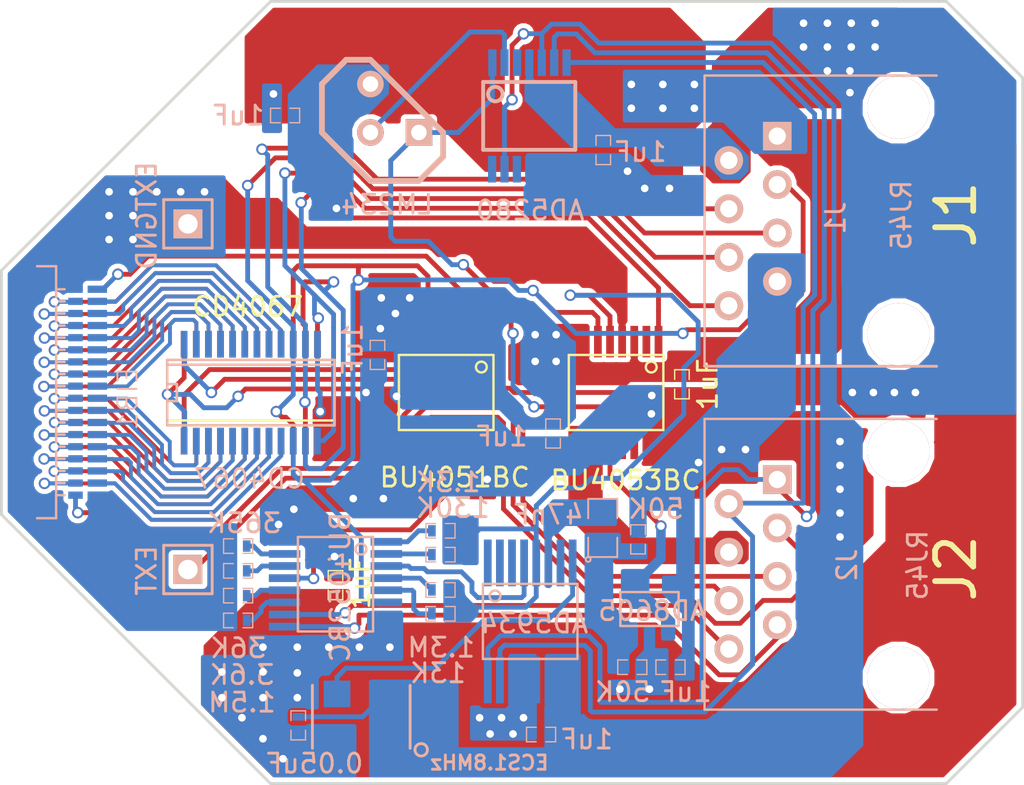
<source format=kicad_pcb>
(kicad_pcb (version 3) (host pcbnew "(2013-may-18)-stable")
  (layers (15 F.Cu signal) (0 B.Cu signal) (18 B.Paste user hide) (19 F.Paste user hide) (20 B.SilkS user) (21 F.SilkS user) (22 B.Mask user) (23 F.Mask user) (28 Edge.Cuts user))
  (net 0 "")
  (net 1 /10VOUT)
  (net 2 /5VOUT)
  (net 3 /B10)
  (net 4 /B11)
  (net 5 /B12)
  (net 6 /B13)
  (net 7 /B14)
  (net 8 /B15)
  (net 9 /B16)
  (net 10 /B17)
  (net 11 /B2)
  (net 12 /B3)
  (net 13 /B4)
  (net 14 /B5)
  (net 15 /B6)
  (net 16 /B7)
  (net 17 /B8)
  (net 18 /B9)
  (net 19 /CAL)
  (net 20 /CURPROG)
  (net 21 /CURPWR)
  (net 22 /CURSRC)
  (net 23 /EIBGND)
  (net 24 /EXT)
  (net 25 /INHV10)
  (net 26 /PWOUT)
  (net 27 /REF1)
  (net 28 /REF2)
  (net 29 /RFB)
  (net 30 /SCL5V)
  (net 31 /SDA5V)
  (net 32 /T10)
  (net 33 /T11)
  (net 34 /T12)
  (net 35 /T13)
  (net 36 /T14)
  (net 37 /T15)
  (net 38 /T16)
  (net 39 /T17)
  (net 40 /T2)
  (net 41 /T3)
  (net 42 /T4)
  (net 43 /T5)
  (net 44 /T6)
  (net 45 /T7)
  (net 46 /T8)
  (net 47 /T9)
  (net 48 /TESTIN)
  (net 49 /TESTOUT)
  (net 50 /TOUTAMP)
  (net 51 /X16A)
  (net 52 /X16B)
  (net 53 /X16S0V10)
  (net 54 /X16S1V10)
  (net 55 /X16S2V10)
  (net 56 /X16S3V10)
  (net 57 /X2V10)
  (net 58 /X4AV10)
  (net 59 /X4BV10)
  (net 60 /X8AV10)
  (net 61 /X8BV10)
  (net 62 /X8CV10)
  (net 63 GND)
  (net 64 N-0000027)
  (net 65 N-0000028)
  (net 66 N-0000029)
  (net 67 N-0000035)
  (net 68 N-000006)
  (net 69 N-000007)
  (net 70 N-0000074)
  (net 71 N-0000075)
  (net 72 N-0000076)
  (net 73 N-000009)
  (module ECS3963_1 (layer B.Cu) (at 193.85 167 180)
    (fp_text reference OSC1 hide)
    (fp_text value ECS3961_3 hide)
    (pad 2 smd rect (at 1.27 -1.2 180) (size 1.4 1.4) (layers B.Cu B.Paste B.Mask) (net 63 GND))
    (pad 3 smd rect (at 1.27 1.2 180) (size 1.4 1.4) (layers B.Cu B.Paste B.Mask) (net 66 N-0000029))
    (pad 4 smd rect (at -1.27 1.2 180) (size 1.4 1.4) (layers B.Cu B.Paste B.Mask) (net 2 /5VOUT))
    (pad 1 smd rect (at -1.27 -1.2 180) (size 1.4 1.4) (layers B.Cu B.Paste B.Mask) (net 2 /5VOUT))
  )
  (module ssop-16 (layer B.Cu) (at 202.7 162)
    (fp_text reference AD1 hide)
    (fp_text value AD5934 (at 0.2 0.1) (layer B.SilkS) (effects (justify mirror)))
    (pad 4 smd rect (at -0.3175 -3.067) (size 0.4064 2.451) (layers B.Cu B.Paste B.Mask) (net 29 /RFB))
    (pad 5 smd rect (at 0.3175 -3.067) (size 0.4064 2.451) (layers B.Cu B.Paste B.Mask) (net 48 /TESTIN))
    (pad 6 smd rect (at 0.9525 -3.067) (size 0.4064 2.451) (layers B.Cu B.Paste B.Mask) (net 67 N-0000035))
    (pad 7 smd rect (at 1.5875 -3.067) (size 0.4064 2.451) (layers B.Cu B.Paste B.Mask))
    (pad 16 smd rect (at -2.2225 3.067) (size 0.4064 2.451) (layers B.Cu B.Paste B.Mask) (net 30 /SCL5V))
    (pad 1 smd rect (at -2.2225 -3.067) (size 0.4064 2.451) (layers B.Cu B.Paste B.Mask))
    (pad 2 smd rect (at -1.5875 -3.067) (size 0.4064 2.451) (layers B.Cu B.Paste B.Mask))
    (pad 3 smd rect (at -0.9525 -3.067) (size 0.4064 2.451) (layers B.Cu B.Paste B.Mask))
    (pad 9 smd rect (at 2.2225 3.067) (size 0.4064 2.451) (layers B.Cu B.Paste B.Mask) (net 2 /5VOUT))
    (pad 10 smd rect (at 1.5875 3.067) (size 0.4064 2.451) (layers B.Cu B.Paste B.Mask) (net 2 /5VOUT))
    (pad 11 smd rect (at 0.9525 3.067) (size 0.4064 2.451) (layers B.Cu B.Paste B.Mask) (net 2 /5VOUT))
    (pad 12 smd rect (at 0.3175 3.067) (size 0.4064 2.451) (layers B.Cu B.Paste B.Mask) (net 63 GND))
    (pad 13 smd rect (at -0.3175 3.067) (size 0.4064 2.451) (layers B.Cu B.Paste B.Mask) (net 63 GND))
    (pad 14 smd rect (at -0.9525 3.067) (size 0.4064 2.451) (layers B.Cu B.Paste B.Mask) (net 63 GND))
    (pad 8 smd rect (at 2.2225 -3.067) (size 0.4064 2.451) (layers B.Cu B.Paste B.Mask) (net 66 N-0000029))
    (pad 15 smd rect (at -1.5875 3.067) (size 0.4064 2.451) (layers B.Cu B.Paste B.Mask) (net 31 /SDA5V))
  )
  (module SM0402_c (layer B.Cu) (at 194.7 148.03 270)
    (fp_text reference C4 hide)
    (fp_text value 1uF (at -0.3 1.3 270) (layer B.SilkS) (effects (justify mirror)))
    (pad 1 smd rect (at -0.44958 0 270) (size 0.39878 0.59944) (layers B.Cu B.Paste B.Mask) (net 63 GND))
    (pad 2 smd rect (at 0.44958 0 270) (size 0.39878 0.59944) (layers B.Cu B.Paste B.Mask) (net 1 /10VOUT))
  )
  (module SM0402_c (layer B.Cu) (at 203.9 152.15 270)
    (fp_text reference C5 hide)
    (fp_text value 1uF (at 0.15 2.7 360) (layer B.SilkS) (effects (justify mirror)))
    (pad 1 smd rect (at -0.44958 0 270) (size 0.39878 0.59944) (layers B.Cu B.Paste B.Mask) (net 63 GND))
    (pad 2 smd rect (at 0.44958 0 270) (size 0.39878 0.59944) (layers B.Cu B.Paste B.Mask) (net 1 /10VOUT))
  )
  (module SM0402_c (layer B.Cu) (at 189.86 135.48)
    (fp_text reference C7 hide)
    (fp_text value 1uF (at -2.45 0) (layer B.SilkS) (effects (justify mirror)))
    (pad 1 smd rect (at -0.44958 0) (size 0.39878 0.59944) (layers B.Cu B.Paste B.Mask) (net 63 GND))
    (pad 2 smd rect (at 0.44958 0) (size 0.39878 0.59944) (layers B.Cu B.Paste B.Mask) (net 21 /CURPWR))
  )
  (module SM0402_c (layer B.Cu) (at 206.53 137.29 90)
    (fp_text reference C6 hide)
    (fp_text value 1uF (at -0.1 1.95 180) (layer B.SilkS) (effects (justify mirror)))
    (pad 1 smd rect (at -0.44958 0 90) (size 0.39878 0.59944) (layers B.Cu B.Paste B.Mask) (net 63 GND))
    (pad 2 smd rect (at 0.44958 0 90) (size 0.39878 0.59944) (layers B.Cu B.Paste B.Mask) (net 1 /10VOUT))
  )
  (module SM0402_c (layer F.Cu) (at 210.65 149.57 270)
    (fp_text reference C1 hide)
    (fp_text value 1uF (at 0 -1.35 270) (layer F.SilkS))
    (pad 1 smd rect (at -0.44958 0 270) (size 0.39878 0.59944) (layers F.Cu F.Paste F.Mask) (net 63 GND))
    (pad 2 smd rect (at 0.44958 0 270) (size 0.39878 0.59944) (layers F.Cu F.Paste F.Mask) (net 1 /10VOUT))
  )
  (module SM0402_c (layer F.Cu) (at 192.5 160.1 90)
    (fp_text reference C3 hide)
    (fp_text value 1uF (at 0.1 1.3 90) (layer F.SilkS))
    (pad 1 smd rect (at -0.44958 0 90) (size 0.39878 0.59944) (layers F.Cu F.Paste F.Mask) (net 63 GND))
    (pad 2 smd rect (at 0.44958 0 90) (size 0.39878 0.59944) (layers F.Cu F.Paste F.Mask) (net 1 /10VOUT))
  )
  (module SM0402_c (layer B.Cu) (at 203.27 167.93)
    (fp_text reference C2 hide)
    (fp_text value 1uF (at 2.4 0.25) (layer B.SilkS) (effects (justify mirror)))
    (pad 1 smd rect (at -0.44958 0) (size 0.39878 0.59944) (layers B.Cu B.Paste B.Mask) (net 63 GND))
    (pad 2 smd rect (at 0.44958 0) (size 0.39878 0.59944) (layers B.Cu B.Paste B.Mask) (net 2 /5VOUT))
  )
  (module RJ45_8 (layer B.Cu) (at 221.995 159.005 270)
    (fp_text reference J2 (at 0.045 2.695 270) (layer B.SilkS) (effects (justify mirror)))
    (fp_text value RJ45 (at 0.045 -1.005 270) (layer B.SilkS) (effects (justify mirror)))
    (pad Hole thru_hole circle (at 5.93852 0 270) (size 3.2512 3.2512) (drill 3.2512) (layers *.Cu *.Mask B.SilkS))
    (pad Hole thru_hole circle (at -5.9309 0 270) (size 3.2512 3.2512) (drill 3.2512) (layers *.Cu *.Mask B.SilkS))
    (pad 1 thru_hole rect (at -4.445 6.35 270) (size 1.50114 1.50114) (drill 0.89916) (layers *.Cu *.Mask B.SilkS) (net 30 /SCL5V))
    (pad 2 thru_hole circle (at -3.175 8.89 270) (size 1.50114 1.50114) (drill 0.89916) (layers *.Cu *.Mask B.SilkS) (net 31 /SDA5V))
    (pad 3 thru_hole circle (at -1.905 6.35 270) (size 1.50114 1.50114) (drill 0.89916) (layers *.Cu *.Mask B.SilkS) (net 60 /X8AV10))
    (pad 4 thru_hole circle (at -0.635 8.89 270) (size 1.50114 1.50114) (drill 0.89916) (layers *.Cu *.Mask B.SilkS) (net 57 /X2V10))
    (pad 5 thru_hole circle (at 0.635 6.35 270) (size 1.50114 1.50114) (drill 0.89916) (layers *.Cu *.Mask B.SilkS) (net 62 /X8CV10))
    (pad 6 thru_hole circle (at 1.905 8.89 270) (size 1.50114 1.50114) (drill 0.89916) (layers *.Cu *.Mask B.SilkS) (net 61 /X8BV10))
    (pad 7 thru_hole circle (at 3.175 6.35 270) (size 1.50114 1.50114) (drill 0.89916) (layers *.Cu *.Mask B.SilkS) (net 59 /X4BV10))
    (pad 8 thru_hole circle (at 4.445 8.89 270) (size 1.50114 1.50114) (drill 0.89916) (layers *.Cu *.Mask B.SilkS) (net 58 /X4AV10))
  )
  (module RJ45_8 (layer B.Cu) (at 221.995 141.005 270)
    (fp_text reference J1 (at -0.155 3.295 270) (layer B.SilkS) (effects (justify mirror)))
    (fp_text value RJ45 (at -0.305 -0.155 270) (layer B.SilkS) (effects (justify mirror)))
    (pad Hole thru_hole circle (at 5.93852 0 270) (size 3.2512 3.2512) (drill 3.2512) (layers *.Cu *.Mask B.SilkS))
    (pad Hole thru_hole circle (at -5.9309 0 270) (size 3.2512 3.2512) (drill 3.2512) (layers *.Cu *.Mask B.SilkS))
    (pad 1 thru_hole rect (at -4.445 6.35 270) (size 1.50114 1.50114) (drill 0.89916) (layers *.Cu *.Mask B.SilkS) (net 63 GND))
    (pad 2 thru_hole circle (at -3.175 8.89 270) (size 1.50114 1.50114) (drill 0.89916) (layers *.Cu *.Mask B.SilkS) (net 1 /10VOUT))
    (pad 3 thru_hole circle (at -1.905 6.35 270) (size 1.50114 1.50114) (drill 0.89916) (layers *.Cu *.Mask B.SilkS) (net 25 /INHV10))
    (pad 4 thru_hole circle (at -0.635 8.89 270) (size 1.50114 1.50114) (drill 0.89916) (layers *.Cu *.Mask B.SilkS) (net 54 /X16S1V10))
    (pad 5 thru_hole circle (at 0.635 6.35 270) (size 1.50114 1.50114) (drill 0.89916) (layers *.Cu *.Mask B.SilkS) (net 53 /X16S0V10))
    (pad 6 thru_hole circle (at 1.905 8.89 270) (size 1.50114 1.50114) (drill 0.89916) (layers *.Cu *.Mask B.SilkS) (net 56 /X16S3V10))
    (pad 7 thru_hole circle (at 3.175 6.35 270) (size 1.50114 1.50114) (drill 0.89916) (layers *.Cu *.Mask B.SilkS) (net 2 /5VOUT))
    (pad 8 thru_hole circle (at 4.445 8.89 270) (size 1.50114 1.50114) (drill 0.89916) (layers *.Cu *.Mask B.SilkS) (net 55 /X16S2V10))
  )
  (module SM0402_r (layer B.Cu) (at 198 161.6 180)
    (fp_text reference R4 hide)
    (fp_text value 13K (at 0.13 -3.11 180) (layer B.SilkS) (effects (justify mirror)))
    (pad 1 smd rect (at -0.44958 0 180) (size 0.39878 0.59944) (layers B.Cu B.Paste B.Mask) (net 48 /TESTIN))
    (pad 2 smd rect (at 0.44958 0 180) (size 0.39878 0.59944) (layers B.Cu B.Paste B.Mask) (net 73 N-000009))
  )
  (module SM0402_r (layer B.Cu) (at 198 160.35 180)
    (fp_text reference R3 hide)
    (fp_text value 1.3M (at -0.04 -3.02 180) (layer B.SilkS) (effects (justify mirror)))
    (pad 1 smd rect (at -0.44958 0 180) (size 0.39878 0.59944) (layers B.Cu B.Paste B.Mask) (net 48 /TESTIN))
    (pad 2 smd rect (at 0.44958 0 180) (size 0.39878 0.59944) (layers B.Cu B.Paste B.Mask) (net 72 N-0000076))
  )
  (module SM0402_r (layer B.Cu) (at 198 158.5 180)
    (fp_text reference R2 hide)
    (fp_text value 130K (at -0.65 2.45 180) (layer B.SilkS) (effects (justify mirror)))
    (pad 1 smd rect (at -0.44958 0 180) (size 0.39878 0.59944) (layers B.Cu B.Paste B.Mask) (net 48 /TESTIN))
    (pad 2 smd rect (at 0.44958 0 180) (size 0.39878 0.59944) (layers B.Cu B.Paste B.Mask) (net 70 N-0000074))
  )
  (module SM0402_r (layer B.Cu) (at 198 157.25 180)
    (fp_text reference R1 hide)
    (fp_text value 1.3K (at -0.4 2.55 180) (layer B.SilkS) (effects (justify mirror)))
    (pad 1 smd rect (at -0.44958 0 180) (size 0.39878 0.59944) (layers B.Cu B.Paste B.Mask) (net 48 /TESTIN))
    (pad 2 smd rect (at 0.44958 0 180) (size 0.39878 0.59944) (layers B.Cu B.Paste B.Mask) (net 71 N-0000075))
  )
  (module SM0402_r (layer B.Cu) (at 187.4 161.95 180)
    (fp_text reference R7 hide)
    (fp_text value 1.5M (at -0.2 -4.3 180) (layer B.SilkS) (effects (justify mirror)))
    (pad 1 smd rect (at -0.44958 0 180) (size 0.39878 0.59944) (layers B.Cu B.Paste B.Mask) (net 68 N-000006))
    (pad 2 smd rect (at 0.44958 0 180) (size 0.39878 0.59944) (layers B.Cu B.Paste B.Mask) (net 23 /EIBGND))
  )
  (module SM0402_r (layer B.Cu) (at 187.4 160.65 180)
    (fp_text reference R5 hide)
    (fp_text value 3.6K (at -0.2 -4.15 180) (layer B.SilkS) (effects (justify mirror)))
    (pad 1 smd rect (at -0.44958 0 180) (size 0.39878 0.59944) (layers B.Cu B.Paste B.Mask) (net 65 N-0000028))
    (pad 2 smd rect (at 0.44958 0 180) (size 0.39878 0.59944) (layers B.Cu B.Paste B.Mask) (net 23 /EIBGND))
  )
  (module SM0402_r (layer B.Cu) (at 187.4 159.35 180)
    (fp_text reference R8 hide)
    (fp_text value 36K (at 0 -4.05 180) (layer B.SilkS) (effects (justify mirror)))
    (pad 1 smd rect (at -0.44958 0 180) (size 0.39878 0.59944) (layers B.Cu B.Paste B.Mask) (net 69 N-000007))
    (pad 2 smd rect (at 0.44958 0 180) (size 0.39878 0.59944) (layers B.Cu B.Paste B.Mask) (net 23 /EIBGND))
  )
  (module SM0402_r (layer B.Cu) (at 187.4 158.05 180)
    (fp_text reference R6 hide)
    (fp_text value 365K (at -0.3 1.2 180) (layer B.SilkS) (effects (justify mirror)))
    (pad 1 smd rect (at -0.44958 0 180) (size 0.39878 0.59944) (layers B.Cu B.Paste B.Mask) (net 64 N-0000027))
    (pad 2 smd rect (at 0.44958 0 180) (size 0.39878 0.59944) (layers B.Cu B.Paste B.Mask) (net 23 /EIBGND))
  )
  (module OMNETICS_A79025 (layer B.Cu) (at 177.865 149.985 270)
    (fp_text reference EIB1 (at -1.385 -4.335 270) (layer B.SilkS) (effects (font (thickness 0.1)) (justify left bottom mirror)))
    (fp_text value OMNETICS_EIB36 hide)
    (pad 32 smd rect (at -2.8575 -1.016 90) (size 0.381 0.762) (layers B.Cu B.Paste B.Mask) (net 7 /B14))
    (pad 31 smd rect (at -2.2225 -1.016 90) (size 0.381 0.762) (layers B.Cu B.Paste B.Mask) (net 6 /B13))
    (pad 33 smd rect (at -3.4925 -1.016 90) (size 0.381 0.762) (layers B.Cu B.Paste B.Mask) (net 8 /B15))
    (pad 30 smd rect (at -1.5875 -1.016 90) (size 0.381 0.762) (layers B.Cu B.Paste B.Mask) (net 5 /B12))
    (pad 34 smd rect (at -4.1275 -1.016 90) (size 0.381 0.762) (layers B.Cu B.Paste B.Mask) (net 9 /B16))
    (pad 29 smd rect (at -0.9525 -1.016 90) (size 0.381 0.762) (layers B.Cu B.Paste B.Mask) (net 4 /B11))
    (pad 35 smd rect (at -4.7625 -1.016 90) (size 0.381 0.762) (layers B.Cu B.Paste B.Mask) (net 10 /B17))
    (pad 36 smd rect (at -5.3975 -1.016 90) (size 0.381 0.762) (layers B.Cu B.Paste B.Mask) (net 23 /EIBGND))
    (pad 28 smd rect (at -0.3175 -1.016 90) (size 0.381 0.762) (layers B.Cu B.Paste B.Mask) (net 3 /B10))
    (pad 27 smd rect (at 0.3175 -1.016 90) (size 0.381 0.762) (layers B.Cu B.Paste B.Mask) (net 18 /B9))
    (pad 1 smd rect (at -5.3975 -2.159 90) (size 0.381 1.016) (layers B.Cu B.Paste B.Mask) (net 27 /REF1))
    (pad 2 smd rect (at -4.7625 -2.159 90) (size 0.381 1.016) (layers B.Cu B.Paste B.Mask) (net 40 /T2))
    (pad 3 smd rect (at -4.1275 -2.159 90) (size 0.381 1.016) (layers B.Cu B.Paste B.Mask) (net 41 /T3))
    (pad 4 smd rect (at -3.4925 -2.159 90) (size 0.381 1.016) (layers B.Cu B.Paste B.Mask) (net 42 /T4))
    (pad 5 smd rect (at -2.8575 -2.159 90) (size 0.381 1.016) (layers B.Cu B.Paste B.Mask) (net 43 /T5))
    (pad 6 smd rect (at -2.2225 -2.159 90) (size 0.381 1.016) (layers B.Cu B.Paste B.Mask) (net 44 /T6))
    (pad 7 smd rect (at -1.5875 -2.159 90) (size 0.381 1.016) (layers B.Cu B.Paste B.Mask) (net 45 /T7))
    (pad 8 smd rect (at -0.9525 -2.159 90) (size 0.381 1.016) (layers B.Cu B.Paste B.Mask) (net 46 /T8))
    (pad 26 smd rect (at 0.9525 -1.016 90) (size 0.381 0.762) (layers B.Cu B.Paste B.Mask) (net 17 /B8))
    (pad 25 smd rect (at 1.5875 -1.016 90) (size 0.381 0.762) (layers B.Cu B.Paste B.Mask) (net 16 /B7))
    (pad 24 smd rect (at 2.2225 -1.016 90) (size 0.381 0.762) (layers B.Cu B.Paste B.Mask) (net 15 /B6))
    (pad 23 smd rect (at 2.8575 -1.016 90) (size 0.381 0.762) (layers B.Cu B.Paste B.Mask) (net 14 /B5))
    (pad 22 smd rect (at 3.4925 -1.016 90) (size 0.381 0.762) (layers B.Cu B.Paste B.Mask) (net 13 /B4))
    (pad 21 smd rect (at 4.1275 -1.016 90) (size 0.381 0.762) (layers B.Cu B.Paste B.Mask) (net 12 /B3))
    (pad 20 smd rect (at 4.7625 -1.016 90) (size 0.381 0.762) (layers B.Cu B.Paste B.Mask) (net 11 /B2))
    (pad 19 smd rect (at 5.3975 -1.016 90) (size 0.381 0.762) (layers B.Cu B.Paste B.Mask) (net 28 /REF2))
    (pad 9 smd rect (at -0.3175 -2.159 90) (size 0.381 1.016) (layers B.Cu B.Paste B.Mask) (net 47 /T9))
    (pad 10 smd rect (at 0.3175 -2.159 90) (size 0.381 1.016) (layers B.Cu B.Paste B.Mask) (net 32 /T10))
    (pad 11 smd rect (at 0.9525 -2.159 90) (size 0.381 1.016) (layers B.Cu B.Paste B.Mask) (net 33 /T11))
    (pad 12 smd rect (at 1.5875 -2.159 90) (size 0.381 1.016) (layers B.Cu B.Paste B.Mask) (net 34 /T12))
    (pad 13 smd rect (at 2.2225 -2.159 90) (size 0.381 1.016) (layers B.Cu B.Paste B.Mask) (net 35 /T13))
    (pad 14 smd rect (at 2.8575 -2.159 90) (size 0.381 1.016) (layers B.Cu B.Paste B.Mask) (net 36 /T14))
    (pad 15 smd rect (at 3.4925 -2.159 90) (size 0.381 1.016) (layers B.Cu B.Paste B.Mask) (net 37 /T15))
    (pad 16 smd rect (at 4.1275 -2.159 90) (size 0.381 1.016) (layers B.Cu B.Paste B.Mask) (net 38 /T16))
    (pad 17 smd rect (at 4.7625 -2.159 90) (size 0.381 1.016) (layers B.Cu B.Paste B.Mask) (net 39 /T17))
    (pad 18 smd rect (at 5.3975 -2.159 90) (size 0.381 1.016) (layers B.Cu B.Paste B.Mask) (net 23 /EIBGND))
  )
  (module ssop-16 (layer F.Cu) (at 198.3 150 180)
    (fp_text reference BU1 hide)
    (fp_text value BU4051BC (at -0.45 -4.45 180) (layer F.SilkS))
    (pad 4 smd rect (at -0.3175 2.667 180) (size 0.4064 1.651) (layers F.Cu F.Paste F.Mask) (net 52 /X16B))
    (pad 5 smd rect (at 0.3175 2.667 180) (size 0.4064 1.651) (layers F.Cu F.Paste F.Mask) (net 51 /X16A))
    (pad 6 smd rect (at 0.9525 2.667 180) (size 0.4064 1.651) (layers F.Cu F.Paste F.Mask) (net 25 /INHV10))
    (pad 7 smd rect (at 1.5875 2.667 180) (size 0.4064 1.651) (layers F.Cu F.Paste F.Mask) (net 63 GND))
    (pad 16 smd rect (at -2.2225 -2.667 180) (size 0.4064 1.651) (layers F.Cu F.Paste F.Mask) (net 1 /10VOUT))
    (pad 1 smd rect (at -2.2225 2.667 180) (size 0.4064 1.651) (layers F.Cu F.Paste F.Mask) (net 27 /REF1))
    (pad 2 smd rect (at -1.5875 2.667 180) (size 0.4064 1.651) (layers F.Cu F.Paste F.Mask))
    (pad 3 smd rect (at -0.9525 2.667 180) (size 0.4064 1.651) (layers F.Cu F.Paste F.Mask) (net 26 /PWOUT))
    (pad 9 smd rect (at 2.2225 -2.667 180) (size 0.4064 1.651) (layers F.Cu F.Paste F.Mask) (net 62 /X8CV10))
    (pad 10 smd rect (at 1.5875 -2.667 180) (size 0.4064 1.651) (layers F.Cu F.Paste F.Mask) (net 61 /X8BV10))
    (pad 11 smd rect (at 0.9525 -2.667 180) (size 0.4064 1.651) (layers F.Cu F.Paste F.Mask) (net 60 /X8AV10))
    (pad 12 smd rect (at 0.3175 -2.667 180) (size 0.4064 1.651) (layers F.Cu F.Paste F.Mask) (net 28 /REF2))
    (pad 13 smd rect (at -0.3175 -2.667 180) (size 0.4064 1.651) (layers F.Cu F.Paste F.Mask) (net 24 /EXT))
    (pad 14 smd rect (at -0.9525 -2.667 180) (size 0.4064 1.651) (layers F.Cu F.Paste F.Mask))
    (pad 8 smd rect (at 2.2225 2.667 180) (size 0.4064 1.651) (layers F.Cu F.Paste F.Mask) (net 63 GND))
    (pad 15 smd rect (at -1.5875 -2.667 180) (size 0.4064 1.651) (layers F.Cu F.Paste F.Mask) (net 19 /CAL))
  )
  (module ssop-16 (layer F.Cu) (at 207.2 150 180)
    (fp_text reference BU0 hide)
    (fp_text value BU4053BC (at -0.5 -4.6 180) (layer F.SilkS))
    (pad 4 smd rect (at -0.3175 2.667 180) (size 0.4064 1.651) (layers F.Cu F.Paste F.Mask) (net 23 /EIBGND))
    (pad 5 smd rect (at 0.3175 2.667 180) (size 0.4064 1.651) (layers F.Cu F.Paste F.Mask) (net 48 /TESTIN))
    (pad 6 smd rect (at 0.9525 2.667 180) (size 0.4064 1.651) (layers F.Cu F.Paste F.Mask) (net 25 /INHV10))
    (pad 7 smd rect (at 1.5875 2.667 180) (size 0.4064 1.651) (layers F.Cu F.Paste F.Mask) (net 63 GND))
    (pad 16 smd rect (at -2.2225 -2.667 180) (size 0.4064 1.651) (layers F.Cu F.Paste F.Mask) (net 1 /10VOUT))
    (pad 1 smd rect (at -2.2225 2.667 180) (size 0.4064 1.651) (layers F.Cu F.Paste F.Mask) (net 21 /CURPWR))
    (pad 2 smd rect (at -1.5875 2.667 180) (size 0.4064 1.651) (layers F.Cu F.Paste F.Mask))
    (pad 3 smd rect (at -0.9525 2.667 180) (size 0.4064 1.651) (layers F.Cu F.Paste F.Mask) (net 63 GND))
    (pad 9 smd rect (at 2.2225 -2.667 180) (size 0.4064 1.651) (layers F.Cu F.Paste F.Mask) (net 57 /X2V10))
    (pad 10 smd rect (at 1.5875 -2.667 180) (size 0.4064 1.651) (layers F.Cu F.Paste F.Mask) (net 57 /X2V10))
    (pad 11 smd rect (at 0.9525 -2.667 180) (size 0.4064 1.651) (layers F.Cu F.Paste F.Mask) (net 57 /X2V10))
    (pad 12 smd rect (at 0.3175 -2.667 180) (size 0.4064 1.651) (layers F.Cu F.Paste F.Mask) (net 49 /TESTOUT))
    (pad 13 smd rect (at -0.3175 -2.667 180) (size 0.4064 1.651) (layers F.Cu F.Paste F.Mask) (net 22 /CURSRC))
    (pad 14 smd rect (at -0.9525 -2.667 180) (size 0.4064 1.651) (layers F.Cu F.Paste F.Mask) (net 26 /PWOUT))
    (pad 8 smd rect (at 2.2225 2.667 180) (size 0.4064 1.651) (layers F.Cu F.Paste F.Mask) (net 63 GND))
    (pad 15 smd rect (at -1.5875 -2.667 180) (size 0.4064 1.651) (layers F.Cu F.Paste F.Mask) (net 1 /10VOUT))
  )
  (module ssop-16 (layer B.Cu) (at 192.5 160.05 270)
    (fp_text reference BU2 hide)
    (fp_text value BU4052BC (at 0.15 -0.25 270) (layer B.SilkS) (effects (justify mirror)))
    (pad 4 smd rect (at -0.3175 -2.667 270) (size 0.4064 1.651) (layers B.Cu B.Paste B.Mask) (net 72 N-0000076))
    (pad 5 smd rect (at 0.3175 -2.667 270) (size 0.4064 1.651) (layers B.Cu B.Paste B.Mask) (net 73 N-000009))
    (pad 6 smd rect (at 0.9525 -2.667 270) (size 0.4064 1.651) (layers B.Cu B.Paste B.Mask) (net 25 /INHV10))
    (pad 7 smd rect (at 1.5875 -2.667 270) (size 0.4064 1.651) (layers B.Cu B.Paste B.Mask) (net 63 GND))
    (pad 16 smd rect (at -2.2225 2.667 270) (size 0.4064 1.651) (layers B.Cu B.Paste B.Mask) (net 1 /10VOUT))
    (pad 1 smd rect (at -2.2225 -2.667 270) (size 0.4064 1.651) (layers B.Cu B.Paste B.Mask) (net 71 N-0000075))
    (pad 2 smd rect (at -1.5875 -2.667 270) (size 0.4064 1.651) (layers B.Cu B.Paste B.Mask) (net 70 N-0000074))
    (pad 3 smd rect (at -0.9525 -2.667 270) (size 0.4064 1.651) (layers B.Cu B.Paste B.Mask) (net 29 /RFB))
    (pad 9 smd rect (at 2.2225 2.667 270) (size 0.4064 1.651) (layers B.Cu B.Paste B.Mask) (net 59 /X4BV10))
    (pad 10 smd rect (at 1.5875 2.667 270) (size 0.4064 1.651) (layers B.Cu B.Paste B.Mask) (net 58 /X4AV10))
    (pad 11 smd rect (at 0.9525 2.667 270) (size 0.4064 1.651) (layers B.Cu B.Paste B.Mask) (net 68 N-000006))
    (pad 12 smd rect (at 0.3175 2.667 270) (size 0.4064 1.651) (layers B.Cu B.Paste B.Mask) (net 65 N-0000028))
    (pad 13 smd rect (at -0.3175 2.667 270) (size 0.4064 1.651) (layers B.Cu B.Paste B.Mask) (net 19 /CAL))
    (pad 14 smd rect (at -0.9525 2.667 270) (size 0.4064 1.651) (layers B.Cu B.Paste B.Mask) (net 69 N-000007))
    (pad 8 smd rect (at 2.2225 -2.667 270) (size 0.4064 1.651) (layers B.Cu B.Paste B.Mask) (net 63 GND))
    (pad 15 smd rect (at -1.5875 2.667 270) (size 0.4064 1.651) (layers B.Cu B.Paste B.Mask) (net 64 N-0000027))
  )
  (module TO92 (layer B.Cu) (at 195.6 135.1)
    (fp_text reference U4 hide)
    (fp_text value LM234 (at -0.4 5.05) (layer B.SilkS) (effects (justify mirror)))
    (pad 1 thru_hole rect (at 1.27 1.27) (size 1.397 1.397) (drill 0.8128) (layers *.Cu *.Mask B.SilkS) (net 22 /CURSRC))
    (pad 2 thru_hole circle (at -1.27 1.27) (size 1.397 1.397) (drill 0.8128) (layers *.Cu *.Mask B.SilkS) (net 20 /CURPROG))
    (pad 3 thru_hole circle (at -1.27 -1.27) (size 1.397 1.397) (drill 0.8128) (layers *.Cu *.Mask B.SilkS) (net 21 /CURPWR))
  )
  (module SSOP24 (layer F.Cu) (at 188.065 150.005)
    (fp_text reference U1 hide)
    (fp_text value CD4067 (at -0.165 -4.505) (layer F.SilkS))
    (pad 1 smd rect (at -3.4925 2.54) (size 0.35052 1.39954) (layers F.Cu F.Paste F.Mask) (net 51 /X16A))
    (pad 2 smd rect (at -2.8575 2.54) (size 0.35052 1.39954) (layers F.Cu F.Paste F.Mask) (net 18 /B9))
    (pad 3 smd rect (at -2.2225 2.54) (size 0.35052 1.39954) (layers F.Cu F.Paste F.Mask) (net 17 /B8))
    (pad 4 smd rect (at -1.5875 2.54) (size 0.35052 1.39954) (layers F.Cu F.Paste F.Mask) (net 16 /B7))
    (pad 5 smd rect (at -0.9525 2.54) (size 0.35052 1.39954) (layers F.Cu F.Paste F.Mask) (net 15 /B6))
    (pad 6 smd rect (at -0.3175 2.54) (size 0.35052 1.39954) (layers F.Cu F.Paste F.Mask) (net 14 /B5))
    (pad 7 smd rect (at 0.3175 2.54) (size 0.35052 1.39954) (layers F.Cu F.Paste F.Mask) (net 13 /B4))
    (pad 8 smd rect (at 0.9525 2.54) (size 0.35052 1.39954) (layers F.Cu F.Paste F.Mask) (net 12 /B3))
    (pad 9 smd rect (at 1.5875 2.54) (size 0.35052 1.39954) (layers F.Cu F.Paste F.Mask) (net 11 /B2))
    (pad 10 smd rect (at 2.2225 2.54) (size 0.35052 1.39954) (layers F.Cu F.Paste F.Mask) (net 53 /X16S0V10))
    (pad 11 smd rect (at 2.8575 2.54) (size 0.35052 1.39954) (layers F.Cu F.Paste F.Mask) (net 54 /X16S1V10))
    (pad 12 smd rect (at 3.4925 2.54) (size 0.35052 1.39954) (layers F.Cu F.Paste F.Mask) (net 63 GND))
    (pad 13 smd rect (at 3.4925 -2.54) (size 0.35052 1.39954) (layers F.Cu F.Paste F.Mask) (net 56 /X16S3V10))
    (pad 14 smd rect (at 2.8575 -2.54) (size 0.35052 1.39954) (layers F.Cu F.Paste F.Mask) (net 55 /X16S2V10))
    (pad 15 smd rect (at 2.2225 -2.54) (size 0.35052 1.39954) (layers F.Cu F.Paste F.Mask) (net 25 /INHV10))
    (pad 16 smd rect (at 1.5875 -2.54) (size 0.35052 1.39954) (layers F.Cu F.Paste F.Mask) (net 10 /B17))
    (pad 17 smd rect (at 0.9525 -2.54) (size 0.35052 1.39954) (layers F.Cu F.Paste F.Mask) (net 9 /B16))
    (pad 18 smd rect (at 0.3175 -2.54) (size 0.35052 1.39954) (layers F.Cu F.Paste F.Mask) (net 8 /B15))
    (pad 19 smd rect (at -0.3175 -2.54) (size 0.35052 1.39954) (layers F.Cu F.Paste F.Mask) (net 7 /B14))
    (pad 20 smd rect (at -0.9525 -2.54) (size 0.35052 1.39954) (layers F.Cu F.Paste F.Mask) (net 6 /B13))
    (pad 21 smd rect (at -1.5875 -2.54) (size 0.35052 1.39954) (layers F.Cu F.Paste F.Mask) (net 5 /B12))
    (pad 22 smd rect (at -2.2225 -2.54) (size 0.35052 1.39954) (layers F.Cu F.Paste F.Mask) (net 4 /B11))
    (pad 23 smd rect (at -2.8575 -2.54) (size 0.35052 1.39954) (layers F.Cu F.Paste F.Mask) (net 3 /B10))
    (pad 24 smd rect (at -3.4925 -2.54) (size 0.35052 1.39954) (layers F.Cu F.Paste F.Mask) (net 1 /10VOUT))
  )
  (module SSOP24 (layer B.Cu) (at 188.065 150.005)
    (fp_text reference U2 hide)
    (fp_text value CD4067 (at -0.065 4.515) (layer B.SilkS) (effects (font (size 1.00076 1.00076) (thickness 0.12954)) (justify mirror)))
    (pad 1 smd rect (at -3.4925 -2.54) (size 0.35052 1.39954) (layers B.Cu B.Paste B.Mask) (net 52 /X16B))
    (pad 2 smd rect (at -2.8575 -2.54) (size 0.35052 1.39954) (layers B.Cu B.Paste B.Mask) (net 47 /T9))
    (pad 3 smd rect (at -2.2225 -2.54) (size 0.35052 1.39954) (layers B.Cu B.Paste B.Mask) (net 46 /T8))
    (pad 4 smd rect (at -1.5875 -2.54) (size 0.35052 1.39954) (layers B.Cu B.Paste B.Mask) (net 45 /T7))
    (pad 5 smd rect (at -0.9525 -2.54) (size 0.35052 1.39954) (layers B.Cu B.Paste B.Mask) (net 44 /T6))
    (pad 6 smd rect (at -0.3175 -2.54) (size 0.35052 1.39954) (layers B.Cu B.Paste B.Mask) (net 43 /T5))
    (pad 7 smd rect (at 0.3175 -2.54) (size 0.35052 1.39954) (layers B.Cu B.Paste B.Mask) (net 42 /T4))
    (pad 8 smd rect (at 0.9525 -2.54) (size 0.35052 1.39954) (layers B.Cu B.Paste B.Mask) (net 41 /T3))
    (pad 9 smd rect (at 1.5875 -2.54) (size 0.35052 1.39954) (layers B.Cu B.Paste B.Mask) (net 40 /T2))
    (pad 10 smd rect (at 2.2225 -2.54) (size 0.35052 1.39954) (layers B.Cu B.Paste B.Mask) (net 53 /X16S0V10))
    (pad 11 smd rect (at 2.8575 -2.54) (size 0.35052 1.39954) (layers B.Cu B.Paste B.Mask) (net 54 /X16S1V10))
    (pad 12 smd rect (at 3.4925 -2.54) (size 0.35052 1.39954) (layers B.Cu B.Paste B.Mask) (net 63 GND))
    (pad 13 smd rect (at 3.4925 2.54) (size 0.35052 1.39954) (layers B.Cu B.Paste B.Mask) (net 56 /X16S3V10))
    (pad 14 smd rect (at 2.8575 2.54) (size 0.35052 1.39954) (layers B.Cu B.Paste B.Mask) (net 55 /X16S2V10))
    (pad 15 smd rect (at 2.2225 2.54) (size 0.35052 1.39954) (layers B.Cu B.Paste B.Mask) (net 25 /INHV10))
    (pad 16 smd rect (at 1.5875 2.54) (size 0.35052 1.39954) (layers B.Cu B.Paste B.Mask) (net 39 /T17))
    (pad 17 smd rect (at 0.9525 2.54) (size 0.35052 1.39954) (layers B.Cu B.Paste B.Mask) (net 38 /T16))
    (pad 18 smd rect (at 0.3175 2.54) (size 0.35052 1.39954) (layers B.Cu B.Paste B.Mask) (net 37 /T15))
    (pad 19 smd rect (at -0.3175 2.54) (size 0.35052 1.39954) (layers B.Cu B.Paste B.Mask) (net 36 /T14))
    (pad 20 smd rect (at -0.9525 2.54) (size 0.35052 1.39954) (layers B.Cu B.Paste B.Mask) (net 35 /T13))
    (pad 21 smd rect (at -1.5875 2.54) (size 0.35052 1.39954) (layers B.Cu B.Paste B.Mask) (net 34 /T12))
    (pad 22 smd rect (at -2.2225 2.54) (size 0.35052 1.39954) (layers B.Cu B.Paste B.Mask) (net 33 /T11))
    (pad 23 smd rect (at -2.8575 2.54) (size 0.35052 1.39954) (layers B.Cu B.Paste B.Mask) (net 32 /T10))
    (pad 24 smd rect (at -3.4925 2.54) (size 0.35052 1.39954) (layers B.Cu B.Paste B.Mask) (net 1 /10VOUT))
  )
  (module SSOP14 (layer B.Cu) (at 202.65 135.5)
    (fp_text reference U3 hide)
    (fp_text value AD5280 (at 0.05 4.95) (layer B.SilkS) (effects (justify mirror)))
    (pad 1 smd rect (at -1.9304 -2.794) (size 0.4318 1.397) (layers B.Cu B.Paste B.Mask) (net 22 /CURSRC))
    (pad 2 smd rect (at -1.2954 -2.794) (size 0.4318 1.397) (layers B.Cu B.Paste B.Mask) (net 20 /CURPROG))
    (pad 3 smd rect (at -0.635 -2.794) (size 0.4318 1.397) (layers B.Cu B.Paste B.Mask))
    (pad 4 smd rect (at 0 -2.794) (size 0.4318 1.397) (layers B.Cu B.Paste B.Mask) (net 1 /10VOUT))
    (pad 5 smd rect (at 0.6604 -2.794) (size 0.4318 1.397) (layers B.Cu B.Paste B.Mask) (net 2 /5VOUT))
    (pad 6 smd rect (at 1.3081 -2.794) (size 0.4318 1.397) (layers B.Cu B.Paste B.Mask) (net 30 /SCL5V))
    (pad 7 smd rect (at 1.9558 -2.794) (size 0.4318 1.397) (layers B.Cu B.Paste B.Mask) (net 31 /SDA5V))
    (pad 8 smd rect (at 1.9558 2.794) (size 0.4318 1.397) (layers B.Cu B.Paste B.Mask) (net 63 GND))
    (pad 9 smd rect (at 1.3081 2.794) (size 0.4318 1.397) (layers B.Cu B.Paste B.Mask) (net 63 GND))
    (pad 10 smd rect (at 0.6604 2.794) (size 0.4318 1.397) (layers B.Cu B.Paste B.Mask) (net 63 GND))
    (pad 11 smd rect (at 0 2.794) (size 0.4318 1.397) (layers B.Cu B.Paste B.Mask) (net 63 GND))
    (pad 12 smd rect (at -0.6477 2.794) (size 0.4318 1.397) (layers B.Cu B.Paste B.Mask))
    (pad 13 smd rect (at -1.2954 2.794) (size 0.4318 1.397) (layers B.Cu B.Paste B.Mask) (net 2 /5VOUT))
    (pad 14 smd rect (at -1.9431 2.794) (size 0.4318 1.397) (layers B.Cu B.Paste B.Mask))
  )
  (module SM0402_c (layer B.Cu) (at 190.55 167.45 90)
    (fp_text reference C8 hide)
    (fp_text value 0.05uF (at -2 0.85 180) (layer B.SilkS) (effects (justify mirror)))
    (pad 1 smd rect (at -0.44958 0 90) (size 0.39878 0.59944) (layers B.Cu B.Paste B.Mask) (net 63 GND))
    (pad 2 smd rect (at 0.44958 0 90) (size 0.39878 0.59944) (layers B.Cu B.Paste B.Mask) (net 2 /5VOUT))
  )
  (module SOT23-5 (layer B.Cu) (at 208.95 161.35 180)
    (fp_text reference AD2 hide)
    (fp_text value AD8605 (at -0.15 -0.1 180) (layer B.SilkS) (effects (justify mirror)))
    (pad 1 smd rect (at -0.9525 -1.27 180) (size 0.508 0.762) (layers B.Cu B.Paste B.Mask) (net 49 /TESTOUT))
    (pad 3 smd rect (at 0.9525 -1.27 180) (size 0.508 0.762) (layers B.Cu B.Paste B.Mask) (net 50 /TOUTAMP))
    (pad 5 smd rect (at -0.9525 1.27 180) (size 0.508 0.762) (layers B.Cu B.Paste B.Mask) (net 2 /5VOUT))
    (pad 2 smd rect (at 0 -1.27 180) (size 0.508 0.762) (layers B.Cu B.Paste B.Mask) (net 63 GND))
    (pad 4 smd rect (at 0.9525 1.27 180) (size 0.508 0.762) (layers B.Cu B.Paste B.Mask) (net 49 /TESTOUT))
  )
  (module SM0805 (layer B.Cu) (at 206.5 157.1 90)
    (fp_text reference C9 hide)
    (fp_text value 47nF (at 0.7 -2.85 180) (layer B.SilkS) (effects (justify mirror)))
    (pad 1 smd rect (at -0.9525 0 90) (size 0.889 1.397) (layers B.Cu B.Paste B.Mask) (net 50 /TOUTAMP))
    (pad 2 smd rect (at 0.9525 0 90) (size 0.889 1.397) (layers B.Cu B.Paste B.Mask) (net 67 N-0000035))
  )
  (module SM0402_r (layer B.Cu) (at 208.35 157.7 90)
    (fp_text reference R10 hide)
    (fp_text value 50K (at 1.6 0.95 180) (layer B.SilkS) (effects (justify mirror)))
    (pad 1 smd rect (at -0.44958 0 90) (size 0.39878 0.59944) (layers B.Cu B.Paste B.Mask) (net 50 /TOUTAMP))
    (pad 2 smd rect (at 0.44958 0 90) (size 0.39878 0.59944) (layers B.Cu B.Paste B.Mask) (net 2 /5VOUT))
  )
  (module SM0402_r (layer B.Cu) (at 208.05 164.4 180)
    (fp_text reference R9 hide)
    (fp_text value 50K (at 0.5 -1.3 180) (layer B.SilkS) (effects (justify mirror)))
    (pad 1 smd rect (at -0.44958 0 180) (size 0.39878 0.59944) (layers B.Cu B.Paste B.Mask) (net 63 GND))
    (pad 2 smd rect (at 0.44958 0 180) (size 0.39878 0.59944) (layers B.Cu B.Paste B.Mask) (net 50 /TOUTAMP))
  )
  (module SM0402_c (layer B.Cu) (at 210.05 164.4)
    (fp_text reference C10 hide)
    (fp_text value 1uF (at 0.8 1.3) (layer B.SilkS) (effects (justify mirror)))
    (pad 1 smd rect (at -0.44958 0) (size 0.39878 0.59944) (layers B.Cu B.Paste B.Mask) (net 63 GND))
    (pad 2 smd rect (at 0.44958 0) (size 0.39878 0.59944) (layers B.Cu B.Paste B.Mask) (net 2 /5VOUT))
  )
  (module PIN_ARRAY_1 (layer B.Cu) (at 184.77 159.28)
    (fp_text reference EXT1 hide)
    (fp_text value EXT (at -2.16 0.05 90) (layer B.SilkS) (effects (justify mirror)))
    (pad 1 thru_hole rect (at 0 0) (size 1.524 1.524) (drill 1.016) (layers *.Cu *.Mask B.SilkS) (net 24 /EXT))
  )
  (module PIN_ARRAY_1 (layer B.Cu) (at 184.77 141.16)
    (fp_text reference EXTGND1 hide)
    (fp_text value EXTGND (at -2.16 -0.43 90) (layer B.SilkS) (effects (justify mirror)))
    (pad 1 thru_hole rect (at 0 0) (size 1.524 1.524) (drill 1.016) (layers *.Cu *.Mask B.SilkS) (net 23 /EIBGND))
  )
  (gr_text ECS1.8MHz (at 200.56 169.41) (layer B.SilkS) (effects (font (size 0.75 0.75)) (justify mirror)))
  (gr_line (start 187.1 131.5) (end 189.1 129.5) (angle 90) (layer Edge.Cuts) (width 0.15))
  (gr_line (start 226.5 131.5) (end 224.5 129.5) (angle 90) (layer Edge.Cuts) (width 0.15))
  (gr_line (start 189.1 129.5) (end 224.5 129.5) (angle 90) (layer Edge.Cuts) (width 0.15))
  (gr_line (start 187.1 168.5) (end 189.1 170.5) (angle 90) (layer Edge.Cuts) (width 0.15))
  (gr_line (start 226.5 168.5) (end 224.5 170.5) (angle 90) (layer Edge.Cuts) (width 0.15))
  (gr_line (start 189.1 170.5) (end 224.5 170.5) (angle 90) (layer Edge.Cuts) (width 0.15))
  (gr_text J2 (at 225 159.22 90) (layer F.SilkS) (effects (font (size 2 2) (thickness 0.3))))
  (gr_text J1 (at 225 140.67 90) (layer F.SilkS) (effects (font (size 2 2) (thickness 0.3))))
  (gr_line (start 228.5 133.5) (end 226.5 131.5) (angle 90) (layer Edge.Cuts) (width 0.15))
  (gr_line (start 228.5 166.5) (end 226.5 168.5) (angle 90) (layer Edge.Cuts) (width 0.15))
  (gr_line (start 175 143.6) (end 187.1 131.5) (angle 90) (layer Edge.Cuts) (width 0.15))
  (gr_line (start 175 156.4) (end 187.1 168.5) (angle 90) (layer Edge.Cuts) (width 0.15))
  (gr_line (start 228.5 133.505) (end 228.5 166.505) (angle 90) (layer Edge.Cuts) (width 0.15))
  (gr_line (start 175 143.6) (end 175 156.4) (angle 90) (layer Edge.Cuts) (width 0.15))
  (segment (start 210.65 151.12) (end 210.65 150.01958) (width 0.254) (layer F.Cu) (net 1))
  (segment (start 193.43 155.56) (end 195.01 155.56) (width 0.254) (layer F.Cu) (net 1))
  (segment (start 196.1 154.47) (end 195.01 155.56) (width 0.254) (layer B.Cu) (net 1))
  (via (at 195.01 155.56) (size 0.6) (layers F.Cu B.Cu) (net 1))
  (via (at 193.43 155.56) (size 0.6) (layers F.Cu B.Cu) (net 1))
  (segment (start 196.1 154.47) (end 196.1 152.8) (width 0.254) (layer B.Cu) (net 1))
  (segment (start 189.833 157.8275) (end 189.833 157.233) (width 0.254) (layer B.Cu) (net 1))
  (via (at 190.32 156.12) (size 0.6) (layers F.Cu B.Cu) (net 1))
  (segment (start 189.52 156.92) (end 190.32 156.12) (width 0.254) (layer F.Cu) (net 1))
  (via (at 189.52 156.92) (size 0.6) (layers F.Cu B.Cu) (net 1))
  (segment (start 189.833 157.233) (end 189.52 156.92) (width 0.254) (layer B.Cu) (net 1))
  (segment (start 211.34 151.19) (end 211.34 151.43) (width 0.254) (layer F.Cu) (net 1))
  (segment (start 210.103 152.667) (end 208.7875 152.667) (width 0.254) (layer F.Cu) (net 1))
  (segment (start 211.34 151.43) (end 210.103 152.667) (width 0.254) (layer F.Cu) (net 1))
  (segment (start 213.1 151.19) (end 211.34 151.19) (width 0.254) (layer F.Cu) (net 1))
  (segment (start 211.34 151.19) (end 211.33 151.19) (width 0.254) (layer F.Cu) (net 1))
  (segment (start 215.95 150.26) (end 216.71 149.5) (width 0.75) (layer F.Cu) (net 1))
  (segment (start 214.03 150.26) (end 215.95 150.26) (width 0.75) (layer F.Cu) (net 1))
  (segment (start 213.1 151.19) (end 214.03 150.26) (width 0.75) (layer F.Cu) (net 1))
  (via (at 219.58 150) (size 0.6) (layers F.Cu B.Cu) (net 1))
  (segment (start 219.58 150) (end 219.08 149.5) (width 0.254) (layer F.Cu) (net 1))
  (segment (start 216.71 149.5) (end 219.08 149.5) (width 0.254) (layer F.Cu) (net 1))
  (segment (start 211.26 151.12) (end 210.65 151.12) (width 0.254) (layer F.Cu) (net 1))
  (segment (start 210.65 151.12) (end 209.05 151.12) (width 0.254) (layer F.Cu) (net 1))
  (segment (start 211.33 151.19) (end 211.26 151.12) (width 0.254) (layer F.Cu) (net 1))
  (segment (start 203.9 152.59958) (end 203.9 152.82) (width 0.254) (layer B.Cu) (net 1))
  (segment (start 203.9 152.82) (end 204.14 153.06) (width 0.254) (layer B.Cu) (net 1))
  (segment (start 204.14 153.06) (end 207.11 153.06) (width 0.254) (layer B.Cu) (net 1))
  (segment (start 207.11 153.06) (end 209.05 151.12) (width 0.254) (layer B.Cu) (net 1))
  (via (at 209.05 151.12) (size 0.6) (layers F.Cu B.Cu) (net 1))
  (segment (start 209.07 150.16) (end 209.06 150.16) (width 0.254) (layer B.Cu) (net 1))
  (segment (start 209.05 151.12) (end 209.07 151.1) (width 0.254) (layer F.Cu) (net 1))
  (segment (start 209.07 151.1) (end 209.07 150.16) (width 0.254) (layer F.Cu) (net 1))
  (via (at 209.07 150.16) (size 0.6) (layers F.Cu B.Cu) (net 1))
  (segment (start 219.68 145.51) (end 219.68 149.9) (width 0.254) (layer B.Cu) (net 1))
  (segment (start 220.15 145.04) (end 219.68 145.51) (width 0.254) (layer B.Cu) (net 1))
  (segment (start 219.45 134.28) (end 219.45 138.75) (width 0.5) (layer B.Cu) (net 1))
  (segment (start 220.15 141.75) (end 219.5 141.1) (width 0.5) (layer B.Cu) (net 1))
  (segment (start 219.5 141.1) (end 219.5 138.8) (width 0.5) (layer B.Cu) (net 1))
  (segment (start 218.27 133.14) (end 219.45 133.14) (width 0.5) (layer B.Cu) (net 1))
  (via (at 219.45 133.14) (size 0.6) (layers F.Cu B.Cu) (net 1))
  (segment (start 219.45 133.14) (end 219.45 134.28) (width 0.5) (layer F.Cu) (net 1))
  (via (at 219.45 134.28) (size 0.6) (layers F.Cu B.Cu) (net 1))
  (segment (start 219.45 138.75) (end 219.5 138.8) (width 0.5) (layer B.Cu) (net 1))
  (segment (start 220.15 141.75) (end 220.15 145.04) (width 0.254) (layer B.Cu) (net 1))
  (segment (start 219.68 149.9) (end 219.58 150) (width 0.254) (layer B.Cu) (net 1))
  (via (at 222.88 150) (size 0.6) (layers F.Cu B.Cu) (net 1))
  (segment (start 219.58 150) (end 220.68 150) (width 0.254) (layer B.Cu) (net 1))
  (via (at 220.68 150) (size 0.6) (layers F.Cu B.Cu) (net 1))
  (segment (start 220.68 150) (end 221.78 150) (width 0.254) (layer F.Cu) (net 1))
  (via (at 221.78 150) (size 0.6) (layers F.Cu B.Cu) (net 1))
  (segment (start 221.78 150) (end 222.88 150) (width 0.254) (layer B.Cu) (net 1))
  (segment (start 218.27 131.89) (end 217.02 131.89) (width 0.254) (layer B.Cu) (net 1))
  (via (at 217.02 130.64) (size 0.6) (layers F.Cu B.Cu) (net 1))
  (segment (start 217.02 131.89) (end 217.02 130.64) (width 0.254) (layer F.Cu) (net 1))
  (via (at 217.02 131.89) (size 0.6) (layers F.Cu B.Cu) (net 1))
  (segment (start 218.27 133.14) (end 218.27 131.89) (width 0.254) (layer B.Cu) (net 1))
  (via (at 220.77 130.64) (size 0.6) (layers F.Cu B.Cu) (net 1))
  (segment (start 220.77 131.89) (end 220.77 130.64) (width 0.254) (layer F.Cu) (net 1))
  (via (at 220.77 131.89) (size 0.6) (layers F.Cu B.Cu) (net 1))
  (segment (start 219.52 131.89) (end 220.77 131.89) (width 0.254) (layer B.Cu) (net 1))
  (via (at 219.52 131.89) (size 0.6) (layers F.Cu B.Cu) (net 1))
  (segment (start 219.52 130.64) (end 219.52 131.89) (width 0.254) (layer F.Cu) (net 1))
  (via (at 219.52 130.64) (size 0.6) (layers F.Cu B.Cu) (net 1))
  (segment (start 218.27 130.64) (end 219.52 130.64) (width 0.254) (layer B.Cu) (net 1))
  (via (at 218.27 130.64) (size 0.6) (layers F.Cu B.Cu) (net 1))
  (segment (start 218.27 131.89) (end 218.27 130.64) (width 0.254) (layer F.Cu) (net 1))
  (via (at 218.27 131.89) (size 0.6) (layers F.Cu B.Cu) (net 1))
  (segment (start 214.4 134.7) (end 214.4 133.95) (width 0.5) (layer F.Cu) (net 1))
  (segment (start 213.105 135.995) (end 214.4 134.7) (width 0.5) (layer F.Cu) (net 1))
  (segment (start 213.105 137.83) (end 213.105 135.995) (width 0.5) (layer F.Cu) (net 1))
  (via (at 218.27 133.14) (size 0.6) (layers F.Cu B.Cu) (net 1))
  (segment (start 215.21 133.14) (end 218.27 133.14) (width 0.5) (layer F.Cu) (net 1))
  (segment (start 214.4 133.95) (end 215.21 133.14) (width 0.5) (layer F.Cu) (net 1))
  (segment (start 202.85 134.2) (end 205.25 136.6) (width 0.254) (layer B.Cu) (net 1))
  (segment (start 206.14958 136.6) (end 206.55 137.00042) (width 0.254) (layer B.Cu) (net 1))
  (segment (start 205.25 136.6) (end 206.14958 136.6) (width 0.254) (layer B.Cu) (net 1))
  (segment (start 196.05 152.8) (end 196.1 152.8) (width 0.5) (layer B.Cu) (net 1))
  (segment (start 196.1 152.8) (end 195.5 152.2) (width 0.5) (layer B.Cu) (net 1))
  (segment (start 195.1 151) (end 194.1 150) (width 0.5) (layer B.Cu) (net 1))
  (segment (start 195.5 152.2) (end 195.1 151.8) (width 0.5) (layer B.Cu) (net 1))
  (segment (start 195.1 151.8) (end 195.1 151) (width 0.5) (layer B.Cu) (net 1))
  (segment (start 189.833 157.8275) (end 191.6775 157.8275) (width 0.254) (layer B.Cu) (net 1))
  (segment (start 191.6775 157.8275) (end 192.45 158.6) (width 0.254) (layer B.Cu) (net 1))
  (segment (start 192.5 158.65) (end 192.5 159.65042) (width 0.254) (layer F.Cu) (net 1))
  (segment (start 192.45 158.6) (end 192.5 158.65) (width 0.254) (layer F.Cu) (net 1))
  (via (at 192.45 158.6) (size 0.6) (layers F.Cu B.Cu) (net 1))
  (segment (start 192.475 158.575) (end 192.45 158.6) (width 0.254) (layer B.Cu) (net 1))
  (segment (start 202.65 134) (end 202.65 132.706) (width 0.254) (layer B.Cu) (net 1))
  (segment (start 202.85 134.2) (end 202.65 134) (width 0.254) (layer B.Cu) (net 1))
  (segment (start 213.105 137.83) (end 210.13 137.83) (width 0.254) (layer B.Cu) (net 1))
  (segment (start 209.30042 137.00042) (end 206.55 137.00042) (width 0.254) (layer B.Cu) (net 1))
  (segment (start 210.13 137.83) (end 209.30042 137.00042) (width 0.254) (layer B.Cu) (net 1))
  (segment (start 200.6 154.1) (end 200.6 154.4) (width 0.254) (layer B.Cu) (net 1))
  (segment (start 200.6 152.9) (end 200.6 154.1) (width 0.5) (layer B.Cu) (net 1))
  (segment (start 200.5225 154.4775) (end 200.5225 152.667) (width 0.254) (layer F.Cu) (net 1))
  (segment (start 200.45 154.55) (end 200.5225 154.4775) (width 0.254) (layer F.Cu) (net 1))
  (via (at 200.45 154.55) (size 0.6) (layers F.Cu B.Cu) (net 1))
  (segment (start 200.6 154.4) (end 200.45 154.55) (width 0.254) (layer B.Cu) (net 1))
  (segment (start 194.1 150) (end 194.7 149.4) (width 0.5) (layer B.Cu) (net 1))
  (segment (start 194.7 149.4) (end 194.7 148.54958) (width 0.5) (layer B.Cu) (net 1))
  (segment (start 196.1 152.9) (end 196.1 152.8) (width 0.5) (layer B.Cu) (net 1))
  (segment (start 193.916004 149.816004) (end 193 149.816004) (width 0.254) (layer F.Cu) (net 1))
  (via (at 194.1 150) (size 0.6) (layers F.Cu B.Cu) (net 1))
  (segment (start 193.916004 149.816004) (end 194.1 150) (width 0.254) (layer F.Cu) (net 1))
  (segment (start 203.85 152.9) (end 203.85 152.64958) (width 0.5) (layer B.Cu) (net 1))
  (segment (start 203.85 152.64958) (end 203.9 152.59958) (width 0.5) (layer B.Cu) (net 1))
  (segment (start 196.092372 152.9) (end 196.1 152.9) (width 0.5) (layer B.Cu) (net 1))
  (segment (start 196.1 152.9) (end 200.6 152.9) (width 0.5) (layer B.Cu) (net 1))
  (segment (start 200.6 152.9) (end 203.85 152.9) (width 0.5) (layer B.Cu) (net 1))
  (segment (start 183.7 150.1) (end 184.9 150.1) (width 0.254) (layer B.Cu) (net 1))
  (segment (start 184.9 150.1) (end 185.6 150.8) (width 0.254) (layer B.Cu) (net 1))
  (segment (start 185.6 150.8) (end 186.8 150.8) (width 0.254) (layer B.Cu) (net 1))
  (segment (start 186.8 150.8) (end 187.4 150.2) (width 0.254) (layer B.Cu) (net 1))
  (via (at 187.4 150.2) (size 0.6) (layers F.Cu B.Cu) (net 1))
  (segment (start 187.4 150.2) (end 187.783996 149.816004) (width 0.254) (layer F.Cu) (net 1))
  (segment (start 187.783996 149.816004) (end 193 149.816004) (width 0.254) (layer F.Cu) (net 1))
  (segment (start 193 149.816004) (end 193.016004 149.816004) (width 0.254) (layer F.Cu) (net 1))
  (segment (start 183.7 150.1) (end 184.6 151) (width 0.254) (layer B.Cu) (net 1))
  (segment (start 184.5725 149.2275) (end 183.7 150.1) (width 0.254) (layer F.Cu) (net 1))
  (via (at 183.7 150.1) (size 0.6) (layers F.Cu B.Cu) (net 1))
  (segment (start 184.5725 147.465) (end 184.5725 149.2275) (width 0.254) (layer F.Cu) (net 1))
  (segment (start 184.6 152.4975) (end 184.5725 152.525) (width 0.254) (layer B.Cu) (net 1))
  (segment (start 184.6 151) (end 184.6 152.4975) (width 0.254) (layer B.Cu) (net 1))
  (segment (start 204.59958 167.7) (end 203.94958 167.7) (width 0.254) (layer B.Cu) (net 2))
  (segment (start 203.94958 167.7) (end 203.71958 167.93) (width 0.254) (layer B.Cu) (net 2))
  (segment (start 218.34 151.41) (end 218.34 151.98) (width 0.254) (layer F.Cu) (net 2))
  (segment (start 210.85 153.86) (end 211.33 153.86) (width 0.254) (layer B.Cu) (net 2))
  (via (at 212.73 152.99) (size 0.6) (layers F.Cu B.Cu) (net 2))
  (segment (start 212.73 152.99) (end 212.7 153.02) (width 0.254) (layer B.Cu) (net 2))
  (segment (start 212.7 153.02) (end 212.17 153.02) (width 0.254) (layer B.Cu) (net 2))
  (segment (start 212.17 153.02) (end 211.52 153.67) (width 0.254) (layer B.Cu) (net 2))
  (via (at 211.52 153.67) (size 0.6) (layers F.Cu B.Cu) (net 2))
  (segment (start 217.02 151.41) (end 218.34 151.41) (width 0.75) (layer F.Cu) (net 2))
  (segment (start 215.44 152.99) (end 217.02 151.41) (width 0.75) (layer F.Cu) (net 2))
  (segment (start 213.98 152.99) (end 215.44 152.99) (width 0.75) (layer F.Cu) (net 2))
  (via (at 213.98 152.99) (size 0.6) (layers F.Cu B.Cu) (net 2))
  (segment (start 213.98 152.99) (end 212.73 152.99) (width 0.254) (layer F.Cu) (net 2))
  (segment (start 211.33 153.86) (end 211.52 153.67) (width 0.254) (layer B.Cu) (net 2))
  (via (at 218.93 152.57) (size 0.6) (layers F.Cu B.Cu) (net 2))
  (segment (start 218.34 151.98) (end 218.93 152.57) (width 0.254) (layer F.Cu) (net 2))
  (segment (start 218.34 150.93) (end 218.34 151.98) (width 0.254) (layer B.Cu) (net 2))
  (segment (start 218.34 151.98) (end 218.93 152.57) (width 0.254) (layer B.Cu) (net 2))
  (segment (start 218.616004 134.979156) (end 215.320844 131.683996) (width 0.254) (layer B.Cu) (net 2))
  (segment (start 215.320844 131.683996) (end 206.30242 131.683996) (width 0.254) (layer B.Cu) (net 2))
  (segment (start 206.30242 131.683996) (end 205.310422 130.691998) (width 0.254) (layer B.Cu) (net 2))
  (segment (start 205.310422 130.691998) (end 203.808002 130.691998) (width 0.254) (layer B.Cu) (net 2))
  (segment (start 203.808002 130.691998) (end 203.3104 131.1896) (width 0.254) (layer B.Cu) (net 2))
  (segment (start 218.5 146) (end 218.5 145.5) (width 0.254) (layer B.Cu) (net 2))
  (segment (start 218.5 145.5) (end 218.616004 145.383996) (width 0.254) (layer B.Cu) (net 2))
  (segment (start 218.5 149.4) (end 218.5 146) (width 0.254) (layer B.Cu) (net 2))
  (segment (start 218.616004 145.383996) (end 218.616004 134.979156) (width 0.254) (layer B.Cu) (net 2))
  (segment (start 218.5 150.77) (end 218.5 149.4) (width 0.254) (layer B.Cu) (net 2))
  (segment (start 218.34 150.93) (end 218.5 150.77) (width 0.254) (layer B.Cu) (net 2))
  (segment (start 215.5 164.45) (end 215.9 164.05) (width 0.254) (layer B.Cu) (net 2))
  (segment (start 218.34 160.8) (end 218.34 158.16) (width 0.254) (layer B.Cu) (net 2))
  (segment (start 218.34 158.16) (end 218.93 157.57) (width 0.254) (layer B.Cu) (net 2))
  (segment (start 218.93 155.07) (end 218.93 156.32) (width 0.75) (layer B.Cu) (net 2))
  (via (at 218.93 155.07) (size 0.6) (layers F.Cu B.Cu) (net 2))
  (segment (start 218.93 153.82) (end 218.93 155.07) (width 0.75) (layer F.Cu) (net 2))
  (via (at 218.93 153.82) (size 0.6) (layers F.Cu B.Cu) (net 2))
  (segment (start 218.93 152.57) (end 218.93 153.82) (width 0.75) (layer B.Cu) (net 2))
  (via (at 218.93 157.57) (size 0.6) (layers F.Cu B.Cu) (net 2))
  (segment (start 218.93 156.32) (end 218.93 157.57) (width 0.75) (layer F.Cu) (net 2))
  (via (at 218.93 156.32) (size 0.6) (layers F.Cu B.Cu) (net 2))
  (segment (start 218.2 160.94) (end 218.2 161.9) (width 0.254) (layer B.Cu) (net 2))
  (segment (start 218.34 160.8) (end 218.2 160.94) (width 0.254) (layer B.Cu) (net 2))
  (segment (start 218.2 161.9) (end 216.05 164.05) (width 0.254) (layer B.Cu) (net 2))
  (segment (start 215.9 164.05) (end 216.05 164.05) (width 0.254) (layer B.Cu) (net 2))
  (segment (start 213.45 167.7) (end 213.45 167.55) (width 0.254) (layer B.Cu) (net 2))
  (segment (start 210.8 167.7) (end 213.45 167.7) (width 0.254) (layer B.Cu) (net 2))
  (segment (start 215.5 165.5) (end 215.5 164.45) (width 0.254) (layer B.Cu) (net 2))
  (segment (start 213.45 167.55) (end 215.5 165.5) (width 0.254) (layer B.Cu) (net 2))
  (segment (start 210.49958 164.4) (end 210.85 164.4) (width 0.254) (layer B.Cu) (net 2))
  (segment (start 210.85 164.4) (end 210.85 160.08) (width 0.254) (layer B.Cu) (net 2))
  (segment (start 209.9025 160.08) (end 210.85 160.08) (width 0.254) (layer B.Cu) (net 2))
  (segment (start 210.8 160.1) (end 210.85 160.1) (width 0.254) (layer B.Cu) (net 2))
  (segment (start 210.85 160.1) (end 210.85 154.36) (width 0.254) (layer B.Cu) (net 2))
  (segment (start 210.85 160.08) (end 210.83 160.1) (width 0.254) (layer B.Cu) (net 2))
  (segment (start 210.83 160.1) (end 210.8 160.1) (width 0.254) (layer B.Cu) (net 2))
  (segment (start 210.85 154.36) (end 210.85 153.86) (width 0.254) (layer B.Cu) (net 2))
  (segment (start 210.85 153.86) (end 210.85 153.15) (width 0.254) (layer B.Cu) (net 2))
  (segment (start 210.85 153.15) (end 208.35 155.65) (width 0.254) (layer B.Cu) (net 2))
  (segment (start 208.35 155.65) (end 208.35 157.25042) (width 0.254) (layer B.Cu) (net 2))
  (segment (start 195.12 168.2) (end 196.6 168.2) (width 0.254) (layer B.Cu) (net 2))
  (segment (start 206.35 169.35) (end 208 167.7) (width 0.254) (layer B.Cu) (net 2))
  (segment (start 197.75 169.35) (end 206.35 169.35) (width 0.254) (layer B.Cu) (net 2))
  (segment (start 196.6 168.2) (end 197.75 169.35) (width 0.254) (layer B.Cu) (net 2))
  (segment (start 210.8 167.7) (end 208 167.7) (width 0.254) (layer B.Cu) (net 2))
  (segment (start 208 167.7) (end 204.59958 167.7) (width 0.254) (layer B.Cu) (net 2))
  (segment (start 195.12 165.8) (end 195.12 168.2) (width 0.254) (layer B.Cu) (net 2))
  (segment (start 190.55 167.00042) (end 193.91958 167.00042) (width 0.254) (layer B.Cu) (net 2))
  (segment (start 193.91958 167.00042) (end 195.12 165.8) (width 0.254) (layer B.Cu) (net 2))
  (segment (start 204.2875 165.067) (end 204.2875 166.3875) (width 0.254) (layer B.Cu) (net 2))
  (segment (start 204.2875 166.3875) (end 204.59958 166.69958) (width 0.254) (layer B.Cu) (net 2))
  (segment (start 204.59958 166.69958) (end 204.59958 167.7) (width 0.254) (layer B.Cu) (net 2))
  (segment (start 203.6525 165.067) (end 204.2875 165.067) (width 0.254) (layer B.Cu) (net 2))
  (segment (start 204.2875 165.067) (end 204.9225 165.067) (width 0.254) (layer B.Cu) (net 2))
  (segment (start 203.3104 131.1896) (end 202.3604 131.1896) (width 0.254) (layer B.Cu) (net 2))
  (segment (start 202.3604 131.1896) (end 202.35 131.2) (width 0.254) (layer B.Cu) (net 2))
  (via (at 202.35 131.2) (size 0.6) (layers F.Cu B.Cu) (net 2))
  (segment (start 202.35 131.2) (end 201.75 131.8) (width 0.254) (layer F.Cu) (net 2))
  (segment (start 201.75 131.8) (end 201.75 134.65) (width 0.254) (layer F.Cu) (net 2))
  (via (at 201.75 134.65) (size 0.6) (layers F.Cu B.Cu) (net 2))
  (segment (start 201.75 134.65) (end 201.3546 135.0454) (width 0.254) (layer B.Cu) (net 2))
  (segment (start 201.3546 135.0454) (end 201.3546 138.294) (width 0.254) (layer B.Cu) (net 2))
  (segment (start 203.3104 131.1896) (end 203.3104 132.706) (width 0.254) (layer B.Cu) (net 2))
  (segment (start 177.2325 149.6825) (end 177.23 149.68) (width 0.204) (layer B.Cu) (net 3))
  (segment (start 177.2325 149.6825) (end 178.886 149.6825) (width 0.204) (layer B.Cu) (net 3))
  (segment (start 185.2075 147.465) (end 185.2075 146.336514) (width 0.204) (layer F.Cu) (net 3))
  (via (at 177.225 149.685) (size 0.6) (layers F.Cu B.Cu) (net 3))
  (segment (start 180.574014 149.685) (end 177.225 149.685) (width 0.204) (layer F.Cu) (net 3))
  (segment (start 184.068 146.191014) (end 180.574014 149.685) (width 0.204) (layer F.Cu) (net 3))
  (segment (start 185.062 146.191014) (end 184.068 146.191014) (width 0.204) (layer F.Cu) (net 3))
  (segment (start 185.2075 146.336514) (end 185.062 146.191014) (width 0.204) (layer F.Cu) (net 3))
  (segment (start 177.7875 149.0475) (end 177.78 149.04) (width 0.204) (layer B.Cu) (net 4))
  (segment (start 177.7875 149.0475) (end 178.886 149.0475) (width 0.204) (layer B.Cu) (net 4))
  (segment (start 185.8425 147.465) (end 185.8425 146.394512) (width 0.204) (layer F.Cu) (net 4))
  (via (at 177.775 149.045) (size 0.6) (layers F.Cu B.Cu) (net 4))
  (segment (start 180.637012 149.045) (end 177.775 149.045) (width 0.204) (layer F.Cu) (net 4))
  (segment (start 183.899 145.783012) (end 180.637012 149.045) (width 0.204) (layer F.Cu) (net 4))
  (segment (start 185.231 145.783012) (end 183.899 145.783012) (width 0.204) (layer F.Cu) (net 4))
  (segment (start 185.8425 146.394512) (end 185.231 145.783012) (width 0.204) (layer F.Cu) (net 4))
  (segment (start 177.2525 148.4125) (end 178.886 148.4125) (width 0.204) (layer B.Cu) (net 5))
  (segment (start 177.25 148.41) (end 177.2525 148.4125) (width 0.204) (layer B.Cu) (net 5))
  (segment (start 186.4775 147.465) (end 186.4775 146.45251) (width 0.204) (layer F.Cu) (net 5))
  (via (at 177.245 148.415) (size 0.6) (layers F.Cu B.Cu) (net 5))
  (segment (start 180.69001 148.415) (end 177.245 148.415) (width 0.204) (layer F.Cu) (net 5))
  (segment (start 183.73 145.37501) (end 180.69001 148.415) (width 0.204) (layer F.Cu) (net 5))
  (segment (start 185.4 145.37501) (end 183.73 145.37501) (width 0.204) (layer F.Cu) (net 5))
  (segment (start 186.4775 146.45251) (end 185.4 145.37501) (width 0.204) (layer F.Cu) (net 5))
  (segment (start 177.7875 147.7775) (end 177.78 147.77) (width 0.204) (layer B.Cu) (net 6))
  (segment (start 177.7875 147.7775) (end 178.886 147.7775) (width 0.204) (layer B.Cu) (net 6))
  (segment (start 187.1125 147.465) (end 187.1125 146.510508) (width 0.204) (layer F.Cu) (net 6))
  (via (at 177.775 147.775) (size 0.6) (layers F.Cu B.Cu) (net 6))
  (segment (start 180.753008 147.775) (end 177.775 147.775) (width 0.204) (layer F.Cu) (net 6))
  (segment (start 183.561 144.967008) (end 180.753008 147.775) (width 0.204) (layer F.Cu) (net 6))
  (segment (start 185.569 144.967008) (end 183.561 144.967008) (width 0.204) (layer F.Cu) (net 6))
  (segment (start 187.1125 146.510508) (end 185.569 144.967008) (width 0.204) (layer F.Cu) (net 6))
  (segment (start 177.2625 147.1425) (end 177.26 147.14) (width 0.204) (layer B.Cu) (net 7))
  (segment (start 177.2625 147.1425) (end 178.886 147.1425) (width 0.204) (layer B.Cu) (net 7))
  (segment (start 187.7475 147.465) (end 187.7475 146.568506) (width 0.204) (layer F.Cu) (net 7))
  (via (at 177.255 147.145) (size 0.6) (layers F.Cu B.Cu) (net 7))
  (segment (start 180.806006 147.145) (end 177.255 147.145) (width 0.204) (layer F.Cu) (net 7))
  (segment (start 183.392 144.559006) (end 180.806006 147.145) (width 0.204) (layer F.Cu) (net 7))
  (segment (start 185.738 144.559006) (end 183.392 144.559006) (width 0.204) (layer F.Cu) (net 7))
  (segment (start 187.7475 146.568506) (end 185.738 144.559006) (width 0.204) (layer F.Cu) (net 7))
  (segment (start 177.7825 146.5075) (end 177.78 146.51) (width 0.204) (layer B.Cu) (net 8))
  (segment (start 177.7825 146.5075) (end 178.886 146.5075) (width 0.204) (layer B.Cu) (net 8))
  (segment (start 188.3825 147.465) (end 188.3825 146.626504) (width 0.204) (layer F.Cu) (net 8))
  (via (at 177.775 146.515) (size 0.6) (layers F.Cu B.Cu) (net 8))
  (segment (start 180.859004 146.515) (end 177.775 146.515) (width 0.204) (layer F.Cu) (net 8))
  (segment (start 183.223 144.151004) (end 180.859004 146.515) (width 0.204) (layer F.Cu) (net 8))
  (segment (start 185.907 144.151004) (end 183.223 144.151004) (width 0.204) (layer F.Cu) (net 8))
  (segment (start 188.3825 146.626504) (end 185.907 144.151004) (width 0.204) (layer F.Cu) (net 8))
  (segment (start 177.2575 145.8725) (end 177.25 145.88) (width 0.204) (layer B.Cu) (net 9))
  (segment (start 177.2575 145.8725) (end 178.886 145.8725) (width 0.204) (layer B.Cu) (net 9))
  (segment (start 189.0175 147.465) (end 189.0175 146.684502) (width 0.204) (layer F.Cu) (net 9))
  (via (at 177.245 145.885) (size 0.6) (layers F.Cu B.Cu) (net 9))
  (segment (start 180.912002 145.885) (end 177.245 145.885) (width 0.204) (layer F.Cu) (net 9))
  (segment (start 183.054 143.743002) (end 180.912002 145.885) (width 0.204) (layer F.Cu) (net 9))
  (segment (start 186.076 143.743002) (end 183.054 143.743002) (width 0.204) (layer F.Cu) (net 9))
  (segment (start 189.0175 146.684502) (end 186.076 143.743002) (width 0.204) (layer F.Cu) (net 9))
  (segment (start 177.7825 145.2375) (end 177.78 145.24) (width 0.204) (layer B.Cu) (net 10))
  (segment (start 177.7825 145.2375) (end 178.886 145.2375) (width 0.204) (layer B.Cu) (net 10))
  (segment (start 189.6525 147.465) (end 189.6525 146.7425) (width 0.204) (layer F.Cu) (net 10))
  (via (at 177.775 145.245) (size 0.6) (layers F.Cu B.Cu) (net 10))
  (segment (start 180.975 145.245) (end 177.775 145.245) (width 0.204) (layer F.Cu) (net 10))
  (segment (start 182.885 143.335) (end 180.975 145.245) (width 0.204) (layer F.Cu) (net 10))
  (segment (start 186.245 143.335) (end 182.885 143.335) (width 0.204) (layer F.Cu) (net 10))
  (segment (start 189.6525 146.7425) (end 186.245 143.335) (width 0.204) (layer F.Cu) (net 10))
  (segment (start 177.2625 154.7625) (end 177.26 154.76) (width 0.204) (layer B.Cu) (net 11))
  (segment (start 177.2625 154.7625) (end 178.886 154.7625) (width 0.204) (layer B.Cu) (net 11))
  (segment (start 189.6525 152.545) (end 189.6525 153.3275) (width 0.204) (layer F.Cu) (net 11))
  (via (at 177.255 154.765) (size 0.6) (layers F.Cu B.Cu) (net 11))
  (segment (start 180.945 154.765) (end 177.255 154.765) (width 0.204) (layer F.Cu) (net 11))
  (segment (start 182.855 156.675) (end 180.945 154.765) (width 0.204) (layer F.Cu) (net 11))
  (segment (start 186.305 156.675) (end 182.855 156.675) (width 0.204) (layer F.Cu) (net 11))
  (segment (start 189.6525 153.3275) (end 186.305 156.675) (width 0.204) (layer F.Cu) (net 11))
  (segment (start 177.7775 154.1275) (end 177.77 154.12) (width 0.204) (layer B.Cu) (net 12))
  (segment (start 177.7775 154.1275) (end 178.886 154.1275) (width 0.204) (layer B.Cu) (net 12))
  (segment (start 189.0175 152.545) (end 189.0175 153.385498) (width 0.204) (layer F.Cu) (net 12))
  (via (at 177.765 154.125) (size 0.6) (layers F.Cu B.Cu) (net 12))
  (segment (start 180.882002 154.125) (end 177.765 154.125) (width 0.204) (layer F.Cu) (net 12))
  (segment (start 183.024 156.266998) (end 180.882002 154.125) (width 0.204) (layer F.Cu) (net 12))
  (segment (start 186.136 156.266998) (end 183.024 156.266998) (width 0.204) (layer F.Cu) (net 12))
  (segment (start 189.0175 153.385498) (end 186.136 156.266998) (width 0.204) (layer F.Cu) (net 12))
  (segment (start 177.2525 153.4925) (end 177.24 153.48) (width 0.204) (layer B.Cu) (net 13))
  (segment (start 177.2525 153.4925) (end 178.886 153.4925) (width 0.204) (layer B.Cu) (net 13))
  (segment (start 188.3825 152.545) (end 188.3825 153.443496) (width 0.204) (layer F.Cu) (net 13))
  (via (at 177.235 153.485) (size 0.6) (layers F.Cu B.Cu) (net 13))
  (segment (start 180.819004 153.485) (end 177.235 153.485) (width 0.204) (layer F.Cu) (net 13))
  (segment (start 183.193 155.858996) (end 180.819004 153.485) (width 0.204) (layer F.Cu) (net 13))
  (segment (start 185.967 155.858996) (end 183.193 155.858996) (width 0.204) (layer F.Cu) (net 13))
  (segment (start 188.3825 153.443496) (end 185.967 155.858996) (width 0.204) (layer F.Cu) (net 13))
  (segment (start 177.7875 152.8575) (end 177.78 152.85) (width 0.204) (layer B.Cu) (net 14))
  (segment (start 177.7875 152.8575) (end 178.886 152.8575) (width 0.204) (layer B.Cu) (net 14))
  (segment (start 187.7475 152.545) (end 187.7475 153.501494) (width 0.204) (layer F.Cu) (net 14))
  (via (at 177.775 152.855) (size 0.6) (layers F.Cu B.Cu) (net 14))
  (segment (start 180.766006 152.855) (end 177.775 152.855) (width 0.204) (layer F.Cu) (net 14))
  (segment (start 183.362 155.450994) (end 180.766006 152.855) (width 0.204) (layer F.Cu) (net 14))
  (segment (start 185.798 155.450994) (end 183.362 155.450994) (width 0.204) (layer F.Cu) (net 14))
  (segment (start 187.7475 153.501494) (end 185.798 155.450994) (width 0.204) (layer F.Cu) (net 14))
  (segment (start 177.2525 152.2225) (end 177.25 152.22) (width 0.204) (layer B.Cu) (net 15))
  (segment (start 177.2525 152.2225) (end 178.886 152.2225) (width 0.204) (layer B.Cu) (net 15))
  (segment (start 187.1125 152.545) (end 187.1125 153.559492) (width 0.204) (layer F.Cu) (net 15))
  (via (at 177.245 152.225) (size 0.6) (layers F.Cu B.Cu) (net 15))
  (segment (start 180.713008 152.225) (end 177.245 152.225) (width 0.204) (layer F.Cu) (net 15))
  (segment (start 183.531 155.042992) (end 180.713008 152.225) (width 0.204) (layer F.Cu) (net 15))
  (segment (start 185.629 155.042992) (end 183.531 155.042992) (width 0.204) (layer F.Cu) (net 15))
  (segment (start 187.1125 153.559492) (end 185.629 155.042992) (width 0.204) (layer F.Cu) (net 15))
  (segment (start 178.886 151.5875) (end 177.8075 151.5875) (width 0.204) (layer B.Cu) (net 16))
  (segment (start 177.8075 151.5875) (end 177.79 151.57) (width 0.204) (layer B.Cu) (net 16))
  (segment (start 186.4775 152.545) (end 186.4775 153.61749) (width 0.204) (layer F.Cu) (net 16))
  (segment (start 180.64001 151.575) (end 177.785 151.575) (width 0.204) (layer F.Cu) (net 16))
  (segment (start 183.7 154.63499) (end 180.64001 151.575) (width 0.204) (layer F.Cu) (net 16))
  (segment (start 185.46 154.63499) (end 183.7 154.63499) (width 0.204) (layer F.Cu) (net 16))
  (segment (start 186.4775 153.61749) (end 185.46 154.63499) (width 0.204) (layer F.Cu) (net 16))
  (segment (start 177.785 151.575) (end 177.775 151.585) (width 0.204) (layer F.Cu) (net 16))
  (via (at 177.785 151.575) (size 0.6) (layers F.Cu B.Cu) (net 16))
  (segment (start 177.2675 150.9525) (end 177.26 150.96) (width 0.204) (layer B.Cu) (net 17))
  (segment (start 177.2675 150.9525) (end 178.886 150.9525) (width 0.204) (layer B.Cu) (net 17))
  (segment (start 185.8425 152.545) (end 185.8425 153.675488) (width 0.204) (layer F.Cu) (net 17))
  (via (at 177.255 150.965) (size 0.6) (layers F.Cu B.Cu) (net 17))
  (segment (start 180.607012 150.965) (end 177.255 150.965) (width 0.204) (layer F.Cu) (net 17))
  (segment (start 183.869 154.226988) (end 180.607012 150.965) (width 0.204) (layer F.Cu) (net 17))
  (segment (start 185.291 154.226988) (end 183.869 154.226988) (width 0.204) (layer F.Cu) (net 17))
  (segment (start 185.8425 153.675488) (end 185.291 154.226988) (width 0.204) (layer F.Cu) (net 17))
  (segment (start 177.7825 150.3175) (end 177.78 150.32) (width 0.204) (layer B.Cu) (net 18))
  (segment (start 177.7825 150.3175) (end 178.886 150.3175) (width 0.204) (layer B.Cu) (net 18))
  (segment (start 185.2075 152.545) (end 185.2075 153.716486) (width 0.204) (layer F.Cu) (net 18))
  (via (at 177.775 150.325) (size 0.6) (layers F.Cu B.Cu) (net 18))
  (segment (start 180.544014 150.325) (end 177.775 150.325) (width 0.204) (layer F.Cu) (net 18))
  (segment (start 184.038 153.818986) (end 180.544014 150.325) (width 0.204) (layer F.Cu) (net 18))
  (segment (start 185.105 153.818986) (end 184.038 153.818986) (width 0.204) (layer F.Cu) (net 18))
  (segment (start 185.2075 153.716486) (end 185.105 153.818986) (width 0.204) (layer F.Cu) (net 18))
  (segment (start 191.35 159.75) (end 191.35 157.45) (width 0.254) (layer F.Cu) (net 19))
  (segment (start 199.8875 153.730924) (end 198.620886 154.997538) (width 0.254) (layer F.Cu) (net 19))
  (segment (start 199.8875 152.667) (end 199.8875 153.730924) (width 0.254) (layer F.Cu) (net 19))
  (segment (start 191.3325 159.7325) (end 189.833 159.7325) (width 0.254) (layer B.Cu) (net 19))
  (segment (start 191.35 159.75) (end 191.3325 159.7325) (width 0.254) (layer B.Cu) (net 19))
  (via (at 191.35 159.75) (size 0.6) (layers F.Cu B.Cu) (net 19))
  (segment (start 196.418424 157.2) (end 198.620886 154.997538) (width 0.254) (layer F.Cu) (net 19))
  (segment (start 191.6 157.2) (end 196.418424 157.2) (width 0.254) (layer F.Cu) (net 19))
  (segment (start 191.35 157.45) (end 191.6 157.2) (width 0.254) (layer F.Cu) (net 19))
  (segment (start 194.33 136.37) (end 194.33 136.32) (width 0.254) (layer B.Cu) (net 20))
  (segment (start 201.3546 131.2546) (end 201.3546 132.706) (width 0.254) (layer B.Cu) (net 20))
  (segment (start 201.2 131.1) (end 201.3546 131.2546) (width 0.254) (layer B.Cu) (net 20))
  (segment (start 199.55 131.1) (end 201.2 131.1) (width 0.254) (layer B.Cu) (net 20))
  (segment (start 194.33 136.32) (end 199.55 131.1) (width 0.254) (layer B.Cu) (net 20))
  (segment (start 194.33 133.83) (end 191.17 133.83) (width 0.254) (layer B.Cu) (net 21))
  (segment (start 190.14958 134.85042) (end 190.14958 135.55) (width 0.254) (layer B.Cu) (net 21))
  (segment (start 191.17 133.83) (end 190.14958 134.85042) (width 0.254) (layer B.Cu) (net 21))
  (segment (start 209.4225 145.1725) (end 209.4225 144.5225) (width 0.254) (layer F.Cu) (net 21))
  (segment (start 209.4225 145.7225) (end 209.4225 145.1725) (width 0.254) (layer F.Cu) (net 21))
  (segment (start 209.4225 147.333) (end 209.4225 145.7225) (width 0.254) (layer F.Cu) (net 21))
  (segment (start 194.07 133.83) (end 194.33 133.83) (width 0.254) (layer B.Cu) (net 21))
  (segment (start 192.55 135.35) (end 194.07 133.83) (width 0.254) (layer B.Cu) (net 21))
  (segment (start 192.55 140.35) (end 192.55 135.35) (width 0.254) (layer B.Cu) (net 21))
  (via (at 192.55 140.35) (size 0.6) (layers F.Cu B.Cu) (net 21))
  (segment (start 193.05 140.85) (end 192.55 140.35) (width 0.254) (layer F.Cu) (net 21))
  (segment (start 205.75 140.85) (end 193.05 140.85) (width 0.254) (layer F.Cu) (net 21))
  (segment (start 209.4225 144.5225) (end 205.75 140.85) (width 0.254) (layer F.Cu) (net 21))
  (segment (start 195.395 137.845) (end 195.395 141.836998) (width 0.254) (layer B.Cu) (net 22))
  (segment (start 199.2 143.3) (end 198.6 143.3) (width 0.254) (layer B.Cu) (net 22))
  (segment (start 207.5175 151.0175) (end 207.25 150.75) (width 0.254) (layer F.Cu) (net 22))
  (segment (start 207.25 150.75) (end 202.9 150.75) (width 0.254) (layer F.Cu) (net 22))
  (via (at 202.9 150.75) (size 0.6) (layers F.Cu B.Cu) (net 22))
  (segment (start 202.9 150.75) (end 201.8 149.65) (width 0.254) (layer B.Cu) (net 22))
  (segment (start 201.8 149.65) (end 201.8 146.9) (width 0.254) (layer B.Cu) (net 22))
  (via (at 199.2 143.3) (size 0.6) (layers F.Cu B.Cu) (net 22))
  (segment (start 201.7 145.8) (end 199.2 143.3) (width 0.254) (layer F.Cu) (net 22))
  (segment (start 201.7 146.8) (end 201.7 145.8) (width 0.254) (layer F.Cu) (net 22))
  (segment (start 201.8 146.9) (end 201.7 146.8) (width 0.254) (layer F.Cu) (net 22))
  (via (at 201.8 146.9) (size 0.6) (layers F.Cu B.Cu) (net 22))
  (segment (start 207.5175 151.0175) (end 207.5175 152.667) (width 0.254) (layer F.Cu) (net 22))
  (segment (start 198.6 143.3) (end 197.37 142.07) (width 0.254) (layer B.Cu) (net 22))
  (segment (start 197.37 142.07) (end 195.628002 142.07) (width 0.254) (layer B.Cu) (net 22))
  (segment (start 195.395 141.836998) (end 195.628002 142.07) (width 0.254) (layer B.Cu) (net 22))
  (segment (start 196.87 136.37) (end 198.93 136.37) (width 0.254) (layer B.Cu) (net 22))
  (segment (start 200.7196 134.5804) (end 200.7196 132.706) (width 0.254) (layer B.Cu) (net 22))
  (segment (start 198.93 136.37) (end 200.7196 134.5804) (width 0.254) (layer B.Cu) (net 22))
  (segment (start 195.39 137.85) (end 195.395 137.845) (width 0.254) (layer B.Cu) (net 22))
  (segment (start 195.395 137.845) (end 196.87 136.37) (width 0.254) (layer B.Cu) (net 22))
  (segment (start 180.64 140.73) (end 180.64 139.48) (width 0.254) (layer F.Cu) (net 23))
  (via (at 185.64 139.48) (size 0.6) (layers F.Cu B.Cu) (net 23))
  (segment (start 184.39 139.48) (end 185.64 139.48) (width 0.254) (layer F.Cu) (net 23))
  (via (at 184.39 139.48) (size 0.6) (layers F.Cu B.Cu) (net 23))
  (segment (start 183.14 139.48) (end 184.39 139.48) (width 0.254) (layer B.Cu) (net 23))
  (via (at 183.14 139.48) (size 0.6) (layers F.Cu B.Cu) (net 23))
  (segment (start 181.89 139.48) (end 183.14 139.48) (width 0.254) (layer F.Cu) (net 23))
  (via (at 181.89 139.48) (size 0.6) (layers F.Cu B.Cu) (net 23))
  (segment (start 180.64 139.48) (end 181.89 139.48) (width 0.254) (layer B.Cu) (net 23))
  (via (at 180.64 139.48) (size 0.6) (layers F.Cu B.Cu) (net 23))
  (segment (start 181.89 140.73) (end 184.34 140.73) (width 0.254) (layer B.Cu) (net 23))
  (segment (start 184.34 140.73) (end 184.77 141.16) (width 0.254) (layer B.Cu) (net 23))
  (segment (start 179.19 143.7) (end 179.19 142.18) (width 0.254) (layer B.Cu) (net 23))
  (via (at 180.64 141.98) (size 0.6) (layers F.Cu B.Cu) (net 23))
  (segment (start 181.89 141.98) (end 180.64 141.98) (width 0.254) (layer F.Cu) (net 23))
  (via (at 181.89 141.98) (size 0.6) (layers F.Cu B.Cu) (net 23))
  (segment (start 181.89 140.73) (end 181.89 141.98) (width 0.254) (layer B.Cu) (net 23))
  (via (at 181.89 140.73) (size 0.6) (layers F.Cu B.Cu) (net 23))
  (segment (start 180.64 140.73) (end 181.89 140.73) (width 0.254) (layer F.Cu) (net 23))
  (via (at 180.64 140.73) (size 0.6) (layers F.Cu B.Cu) (net 23))
  (segment (start 179.19 142.18) (end 180.64 140.73) (width 0.254) (layer B.Cu) (net 23))
  (segment (start 184.77 141.16) (end 188.65 141.16) (width 0.254) (layer F.Cu) (net 23))
  (segment (start 188.65 141.16) (end 189.42 141.93) (width 0.254) (layer F.Cu) (net 23))
  (segment (start 189.42 141.93) (end 203.53 141.93) (width 0.254) (layer F.Cu) (net 23))
  (segment (start 203.53 141.93) (end 203.943996 142.343996) (width 0.254) (layer F.Cu) (net 23))
  (segment (start 207.5175 145.9175) (end 207.5175 147.333) (width 0.254) (layer F.Cu) (net 23))
  (segment (start 203.943996 142.343996) (end 207.5175 145.9175) (width 0.254) (layer F.Cu) (net 23))
  (segment (start 183.1 157.9) (end 186.80042 157.9) (width 0.254) (layer B.Cu) (net 23))
  (segment (start 181.8 157.1) (end 182.3 157.1) (width 0.254) (layer B.Cu) (net 23))
  (segment (start 180.8 157.1) (end 181.8 157.1) (width 0.254) (layer B.Cu) (net 23))
  (segment (start 182.3 157.1) (end 183.1 157.9) (width 0.254) (layer B.Cu) (net 23))
  (segment (start 186.80042 157.9) (end 186.95042 158.05) (width 0.254) (layer B.Cu) (net 23))
  (segment (start 186.95042 158.05) (end 186.95042 160.65) (width 0.254) (layer B.Cu) (net 23))
  (segment (start 186.95042 160.65) (end 186.95042 161.95) (width 0.254) (layer B.Cu) (net 23))
  (segment (start 176.5 144.8) (end 176.5 144.6) (width 0.254) (layer B.Cu) (net 23))
  (segment (start 176.5 144.6) (end 177.4 143.7) (width 0.254) (layer B.Cu) (net 23))
  (segment (start 177.4 143.7) (end 179.19 143.7) (width 0.254) (layer B.Cu) (net 23))
  (segment (start 179.19 143.7) (end 179.2 143.7) (width 0.254) (layer B.Cu) (net 23))
  (segment (start 180.8 157.1) (end 179.8 157.1) (width 0.254) (layer B.Cu) (net 23))
  (segment (start 176.5 155.6) (end 176.5 144.8) (width 0.254) (layer B.Cu) (net 23))
  (segment (start 178.4 157.5) (end 176.5 155.6) (width 0.254) (layer B.Cu) (net 23))
  (segment (start 179.4 157.5) (end 178.9 157.5) (width 0.254) (layer B.Cu) (net 23))
  (segment (start 178.9 157.5) (end 178.4 157.5) (width 0.254) (layer B.Cu) (net 23))
  (segment (start 179.8 157.1) (end 179.4 157.5) (width 0.254) (layer B.Cu) (net 23))
  (segment (start 180.024 155.3825) (end 180.024 155.424) (width 0.254) (layer B.Cu) (net 23))
  (segment (start 180.024 155.424) (end 180.8 156.2) (width 0.254) (layer B.Cu) (net 23))
  (segment (start 180.8 156.2) (end 180.8 157.1) (width 0.254) (layer B.Cu) (net 23))
  (segment (start 178.881 144.019) (end 178.881 144.5875) (width 0.254) (layer B.Cu) (net 23))
  (segment (start 179.2 143.7) (end 178.881 144.019) (width 0.254) (layer B.Cu) (net 23))
  (segment (start 198.6175 152.667) (end 198.6175 154.2825) (width 0.254) (layer F.Cu) (net 24))
  (segment (start 185.181492 159.2) (end 184.5 159.2) (width 0.254) (layer F.Cu) (net 24))
  (segment (start 189.891956 154.489536) (end 185.181492 159.2) (width 0.254) (layer F.Cu) (net 24))
  (segment (start 198.410464 154.489536) (end 189.891956 154.489536) (width 0.254) (layer F.Cu) (net 24))
  (segment (start 198.6175 154.2825) (end 198.410464 154.489536) (width 0.254) (layer F.Cu) (net 24))
  (segment (start 217 144.65) (end 216 145.65) (width 0.254) (layer F.Cu) (net 25))
  (segment (start 216.1 139.1) (end 217 140) (width 0.254) (layer F.Cu) (net 25))
  (segment (start 217 140) (end 217 144.65) (width 0.254) (layer F.Cu) (net 25))
  (segment (start 202.85 144.65) (end 205.1 146.9) (width 0.254) (layer B.Cu) (net 25))
  (segment (start 205.1 146.9) (end 210.7 146.9) (width 0.254) (layer B.Cu) (net 25))
  (via (at 210.7 146.9) (size 0.6) (layers F.Cu B.Cu) (net 25))
  (segment (start 216.1 139.1) (end 215.645 139.1) (width 0.254) (layer F.Cu) (net 25))
  (segment (start 210.89 146.71) (end 210.7 146.9) (width 0.254) (layer F.Cu) (net 25))
  (segment (start 213.65 146.71) (end 210.89 146.71) (width 0.254) (layer F.Cu) (net 25))
  (segment (start 214.71 145.65) (end 213.65 146.71) (width 0.254) (layer F.Cu) (net 25))
  (segment (start 216 145.65) (end 214.71 145.65) (width 0.254) (layer F.Cu) (net 25))
  (segment (start 195.167 161.0025) (end 194.0525 161.0025) (width 0.254) (layer B.Cu) (net 25))
  (segment (start 193.85 157.6) (end 190.85 154.6) (width 0.254) (layer B.Cu) (net 25))
  (segment (start 193.85 160.8) (end 193.85 157.6) (width 0.254) (layer B.Cu) (net 25))
  (segment (start 194.0525 161.0025) (end 193.85 160.8) (width 0.254) (layer B.Cu) (net 25))
  (segment (start 190.2875 147.465) (end 190.2875 143.6125) (width 0.254) (layer F.Cu) (net 25))
  (segment (start 196.8 143.36) (end 197.3475 143.9075) (width 0.254) (layer F.Cu) (net 25))
  (segment (start 197.3475 143.9075) (end 197.3475 147.333) (width 0.254) (layer F.Cu) (net 25))
  (segment (start 190.54 143.36) (end 193 143.36) (width 0.254) (layer F.Cu) (net 25))
  (segment (start 190.2875 143.6125) (end 190.54 143.36) (width 0.254) (layer F.Cu) (net 25))
  (segment (start 193 143.36) (end 196.8 143.36) (width 0.254) (layer F.Cu) (net 25))
  (segment (start 193.416004 147.4) (end 193.416004 144.383996) (width 0.254) (layer B.Cu) (net 25))
  (segment (start 193.416004 144.383996) (end 193.7 144.1) (width 0.254) (layer B.Cu) (net 25))
  (segment (start 193.416004 153.10242) (end 193.416004 153.383996) (width 0.254) (layer B.Cu) (net 25))
  (segment (start 193.416004 153) (end 193.416004 153.10242) (width 0.254) (layer B.Cu) (net 25))
  (segment (start 190.2875 154.2875) (end 190.2875 152.525) (width 0.254) (layer B.Cu) (net 25))
  (segment (start 190.6 154.6) (end 190.2875 154.2875) (width 0.254) (layer B.Cu) (net 25))
  (segment (start 192.2 154.6) (end 190.85 154.6) (width 0.254) (layer B.Cu) (net 25))
  (segment (start 190.85 154.6) (end 190.6 154.6) (width 0.254) (layer B.Cu) (net 25))
  (segment (start 193.416004 153.383996) (end 192.2 154.6) (width 0.254) (layer B.Cu) (net 25))
  (segment (start 202.85 144.65) (end 202.1 144.65) (width 0.254) (layer B.Cu) (net 25))
  (segment (start 202.1 144.65) (end 201.55 144.1) (width 0.254) (layer B.Cu) (net 25))
  (segment (start 201.55 144.1) (end 193.7 144.1) (width 0.254) (layer B.Cu) (net 25))
  (segment (start 206.2475 146.084348) (end 206.2475 147.333) (width 0.254) (layer F.Cu) (net 25))
  (via (at 202.85 144.65) (size 0.6) (layers F.Cu B.Cu) (net 25))
  (segment (start 204 145.8) (end 202.85 144.65) (width 0.254) (layer F.Cu) (net 25))
  (segment (start 205.963152 145.8) (end 204 145.8) (width 0.254) (layer F.Cu) (net 25))
  (segment (start 206.2475 146.084348) (end 205.963152 145.8) (width 0.254) (layer F.Cu) (net 25))
  (segment (start 193.7 143.36) (end 193.7 143.5) (width 0.254) (layer F.Cu) (net 25))
  (segment (start 193.7 144.1) (end 193.7 143.36) (width 0.254) (layer F.Cu) (net 25))
  (via (at 193.7 144.1) (size 0.6) (layers F.Cu B.Cu) (net 25))
  (segment (start 193.416004 153) (end 193.416004 147.4) (width 0.254) (layer B.Cu) (net 25))
  (segment (start 193.416004 147.4) (end 193.416004 147.383996) (width 0.254) (layer B.Cu) (net 25))
  (segment (start 199.2525 147.333) (end 199.2525 148.4525) (width 0.254) (layer F.Cu) (net 26))
  (segment (start 208.1525 150.3525) (end 208.1525 152.667) (width 0.254) (layer F.Cu) (net 26))
  (segment (start 207.8 150) (end 208.1525 150.3525) (width 0.254) (layer F.Cu) (net 26))
  (segment (start 201.855272 150) (end 207.8 150) (width 0.254) (layer F.Cu) (net 26))
  (segment (start 201.631266 149.775994) (end 201.855272 150) (width 0.254) (layer F.Cu) (net 26))
  (segment (start 200.575994 149.775994) (end 201.631266 149.775994) (width 0.254) (layer F.Cu) (net 26))
  (segment (start 199.2525 148.4525) (end 200.575994 149.775994) (width 0.254) (layer F.Cu) (net 26))
  (segment (start 197.251998 142.851998) (end 182.684934 142.851998) (width 0.254) (layer F.Cu) (net 27))
  (segment (start 200.5225 146.1225) (end 197.251998 142.851998) (width 0.254) (layer F.Cu) (net 27))
  (segment (start 200.5225 147.333) (end 200.5225 146.1225) (width 0.254) (layer F.Cu) (net 27))
  (segment (start 180.3125 144.5875) (end 180.024 144.5875) (width 0.254) (layer B.Cu) (net 27))
  (segment (start 181.1 143.8) (end 180.3125 144.5875) (width 0.254) (layer B.Cu) (net 27))
  (via (at 181.1 143.8) (size 0.6) (layers F.Cu B.Cu) (net 27))
  (segment (start 181.736932 143.8) (end 181.1 143.8) (width 0.254) (layer F.Cu) (net 27))
  (segment (start 182.684934 142.851998) (end 181.736932 143.8) (width 0.254) (layer F.Cu) (net 27))
  (segment (start 178.881 155.3825) (end 178.881 156.181) (width 0.254) (layer B.Cu) (net 28))
  (segment (start 182.654934 157.158002) (end 181.796932 156.3) (width 0.254) (layer F.Cu) (net 28))
  (segment (start 181.796932 156.3) (end 179.7 156.3) (width 0.254) (layer F.Cu) (net 28))
  (segment (start 197.9825 153.9175) (end 197.9825 152.667) (width 0.254) (layer F.Cu) (net 28))
  (segment (start 189.681534 153.981534) (end 186.505066 157.158002) (width 0.254) (layer F.Cu) (net 28))
  (segment (start 197.918466 153.981534) (end 189.681534 153.981534) (width 0.254) (layer F.Cu) (net 28))
  (segment (start 197.9825 153.9175) (end 197.918466 153.981534) (width 0.254) (layer F.Cu) (net 28))
  (segment (start 186.505066 157.158002) (end 182.654934 157.158002) (width 0.254) (layer F.Cu) (net 28))
  (segment (start 179 156.3) (end 179.7 156.3) (width 0.254) (layer F.Cu) (net 28))
  (via (at 179 156.3) (size 0.6) (layers F.Cu B.Cu) (net 28))
  (segment (start 178.881 156.181) (end 179 156.3) (width 0.254) (layer B.Cu) (net 28))
  (segment (start 199.1 159.4) (end 199.65 159.95) (width 0.254) (layer B.Cu) (net 29))
  (segment (start 195.217 159.0975) (end 196.323002 159.0975) (width 0.254) (layer B.Cu) (net 29))
  (segment (start 197.318844 159.4) (end 199.1 159.4) (width 0.254) (layer B.Cu) (net 29))
  (segment (start 197.143342 159.224498) (end 197.318844 159.4) (width 0.254) (layer B.Cu) (net 29))
  (segment (start 196.45 159.224498) (end 197.143342 159.224498) (width 0.254) (layer B.Cu) (net 29))
  (segment (start 196.323002 159.0975) (end 196.45 159.224498) (width 0.254) (layer B.Cu) (net 29))
  (segment (start 202.3825 160.6175) (end 202.3825 158.933) (width 0.254) (layer B.Cu) (net 29))
  (segment (start 202.25 160.75) (end 202.3825 160.6175) (width 0.254) (layer B.Cu) (net 29))
  (segment (start 199.95 160.75) (end 202.25 160.75) (width 0.254) (layer B.Cu) (net 29))
  (segment (start 199.65 160.45) (end 199.95 160.75) (width 0.254) (layer B.Cu) (net 29))
  (segment (start 199.65 159.95) (end 199.65 160.45) (width 0.254) (layer B.Cu) (net 29))
  (segment (start 217.508002 153.62) (end 217.508002 152.401998) (width 0.254) (layer B.Cu) (net 30))
  (segment (start 217.508002 152.401998) (end 217.508002 151.611998) (width 0.254) (layer B.Cu) (net 30))
  (segment (start 217.508002 150.891998) (end 217.508002 151.611998) (width 0.254) (layer B.Cu) (net 30))
  (segment (start 217.508002 150.891998) (end 217.508002 150.858002) (width 0.254) (layer B.Cu) (net 30))
  (segment (start 218.108002 135.189578) (end 215.110422 132.191998) (width 0.254) (layer B.Cu) (net 30))
  (segment (start 215.110422 132.191998) (end 206.091998 132.191998) (width 0.254) (layer B.Cu) (net 30))
  (segment (start 206.091998 132.191998) (end 205.1 131.2) (width 0.254) (layer B.Cu) (net 30))
  (segment (start 205.1 131.2) (end 204.15 131.2) (width 0.254) (layer B.Cu) (net 30))
  (segment (start 204.15 131.2) (end 203.9581 131.3919) (width 0.254) (layer B.Cu) (net 30))
  (segment (start 203.9581 132.706) (end 203.9581 131.3919) (width 0.254) (layer B.Cu) (net 30))
  (segment (start 217.708002 145.510422) (end 218.108002 145.110422) (width 0.254) (layer B.Cu) (net 30))
  (segment (start 217.508002 145.710422) (end 217.708002 145.510422) (width 0.254) (layer B.Cu) (net 30))
  (segment (start 217.508002 150.010422) (end 217.508002 145.710422) (width 0.254) (layer B.Cu) (net 30))
  (segment (start 218.108002 145.110422) (end 218.108002 135.189578) (width 0.254) (layer B.Cu) (net 30))
  (segment (start 217.508002 150.858002) (end 217.508002 150.010422) (width 0.254) (layer B.Cu) (net 30))
  (segment (start 215.645 154.965) (end 217.18 156.5) (width 0.254) (layer F.Cu) (net 30))
  (via (at 217.18 156.5) (size 0.6) (layers F.Cu B.Cu) (net 30))
  (segment (start 217.18 156.5) (end 217.508002 156.171998) (width 0.254) (layer B.Cu) (net 30))
  (segment (start 217.508002 156.171998) (end 217.508002 153.62) (width 0.254) (layer B.Cu) (net 30))
  (segment (start 215.645 154.965) (end 215.645 154.56) (width 0.254) (layer F.Cu) (net 30))
  (segment (start 215.645 154.56) (end 215.645 154.265) (width 0.254) (layer F.Cu) (net 30))
  (segment (start 206.358002 165) (end 206.358002 166.2) (width 0.254) (layer B.Cu) (net 30))
  (segment (start 206.358002 165) (end 206.358002 163.339578) (width 0.254) (layer B.Cu) (net 30))
  (segment (start 206.358002 163.339578) (end 205.760422 162.741998) (width 0.254) (layer B.Cu) (net 30))
  (segment (start 205.760422 162.741998) (end 201.139578 162.741998) (width 0.254) (layer B.Cu) (net 30))
  (segment (start 201.139578 162.741998) (end 200.4775 163.404076) (width 0.254) (layer B.Cu) (net 30))
  (segment (start 200.4775 165.067) (end 200.4775 163.404076) (width 0.254) (layer B.Cu) (net 30))
  (segment (start 214.11 154.56) (end 215.645 154.56) (width 0.254) (layer B.Cu) (net 30))
  (segment (start 212.8 154.05) (end 211.7 155.15) (width 0.254) (layer B.Cu) (net 30))
  (segment (start 213.6 154.05) (end 212.8 154.05) (width 0.254) (layer B.Cu) (net 30))
  (segment (start 214.11 154.56) (end 213.6 154.05) (width 0.254) (layer B.Cu) (net 30))
  (segment (start 211.7 155.15) (end 211.7 165.591998) (width 0.254) (layer B.Cu) (net 30))
  (segment (start 211.7 166.15) (end 211.7 165.591998) (width 0.254) (layer B.Cu) (net 30))
  (segment (start 211.608002 166.241998) (end 211.7 166.15) (width 0.254) (layer B.Cu) (net 30))
  (segment (start 206.4 166.241998) (end 211.608002 166.241998) (width 0.254) (layer B.Cu) (net 30))
  (segment (start 206.358002 166.2) (end 206.4 166.241998) (width 0.254) (layer B.Cu) (net 30))
  (segment (start 215.8 154.405) (end 215.645 154.56) (width 0.254) (layer B.Cu) (net 30))
  (segment (start 217 153.56) (end 217 150.14) (width 0.254) (layer B.Cu) (net 31))
  (segment (start 217 150.14) (end 217 149.8) (width 0.254) (layer B.Cu) (net 31))
  (segment (start 217 155.8) (end 213.135 155.8) (width 0.254) (layer B.Cu) (net 31))
  (segment (start 217 149.8) (end 217 145.5) (width 0.254) (layer B.Cu) (net 31))
  (segment (start 217.34879 145.15121) (end 217 145.5) (width 0.254) (layer B.Cu) (net 31))
  (segment (start 213.135 155.8) (end 213.105 155.83) (width 0.254) (layer B.Cu) (net 31))
  (segment (start 217 155.8) (end 217 153.56) (width 0.254) (layer B.Cu) (net 31))
  (segment (start 205.95 166.75) (end 211.85 166.75) (width 0.254) (layer B.Cu) (net 31))
  (segment (start 211.85 166.75) (end 214.35 164.25) (width 0.254) (layer B.Cu) (net 31))
  (segment (start 214.35 164.25) (end 214.35 157.55) (width 0.254) (layer B.Cu) (net 31))
  (segment (start 205.95 166.75) (end 205.85 166.65) (width 0.254) (layer B.Cu) (net 31))
  (segment (start 205.85 166.65) (end 205.85 165.65) (width 0.254) (layer B.Cu) (net 31))
  (segment (start 213.105 156.305) (end 214.35 157.55) (width 0.254) (layer B.Cu) (net 31))
  (segment (start 213.105 156.305) (end 213.105 155.83) (width 0.254) (layer B.Cu) (net 31))
  (segment (start 201.1125 165.067) (end 201.1125 163.4875) (width 0.254) (layer B.Cu) (net 31))
  (segment (start 201.35 163.25) (end 201.1125 163.4875) (width 0.254) (layer B.Cu) (net 31))
  (segment (start 205.55 163.25) (end 201.35 163.25) (width 0.254) (layer B.Cu) (net 31))
  (segment (start 205.85 163.55) (end 205.55 163.25) (width 0.254) (layer B.Cu) (net 31))
  (segment (start 205.85 165.65) (end 205.85 163.55) (width 0.254) (layer B.Cu) (net 31))
  (segment (start 213.1 155.825) (end 213.105 155.83) (width 0.254) (layer B.Cu) (net 31))
  (segment (start 217.6 135.4) (end 217.15 134.95) (width 0.254) (layer B.Cu) (net 31))
  (segment (start 217.34879 145.15121) (end 217.6 144.9) (width 0.254) (layer B.Cu) (net 31))
  (segment (start 217.6 144.9) (end 217.6 135.4) (width 0.254) (layer B.Cu) (net 31))
  (segment (start 204.6118 132.7) (end 204.6058 132.706) (width 0.254) (layer B.Cu) (net 31))
  (segment (start 214.9 132.7) (end 204.6118 132.7) (width 0.254) (layer B.Cu) (net 31))
  (segment (start 217.15 134.95) (end 214.9 132.7) (width 0.254) (layer B.Cu) (net 31))
  (segment (start 217.2 145.3) (end 217.34879 145.15121) (width 0.254) (layer B.Cu) (net 31))
  (segment (start 185.2125 152.54) (end 185.2125 153.7275) (width 0.204) (layer B.Cu) (net 32))
  (segment (start 185.2125 153.7275) (end 185.12 153.82) (width 0.204) (layer B.Cu) (net 32))
  (segment (start 183.82 153.59) (end 183.82 152.58) (width 0.204) (layer B.Cu) (net 32))
  (segment (start 184.05 153.82) (end 183.82 153.59) (width 0.204) (layer B.Cu) (net 32))
  (segment (start 185.12 153.82) (end 184.05 153.82) (width 0.204) (layer B.Cu) (net 32))
  (segment (start 181.5575 150.3175) (end 180.029 150.3175) (width 0.204) (layer B.Cu) (net 32))
  (segment (start 183.82 152.58) (end 181.5575 150.3175) (width 0.204) (layer B.Cu) (net 32))
  (segment (start 185.8475 152.54) (end 185.8475 153.669502) (width 0.204) (layer B.Cu) (net 33))
  (segment (start 181.615498 150.9525) (end 180.029 150.9525) (width 0.204) (layer B.Cu) (net 33))
  (segment (start 183.411998 152.749) (end 181.615498 150.9525) (width 0.204) (layer B.Cu) (net 33))
  (segment (start 183.411998 153.759) (end 183.411998 152.749) (width 0.204) (layer B.Cu) (net 33))
  (segment (start 183.881 154.228002) (end 183.411998 153.759) (width 0.204) (layer B.Cu) (net 33))
  (segment (start 185.289 154.228002) (end 183.881 154.228002) (width 0.204) (layer B.Cu) (net 33))
  (segment (start 185.8475 153.669502) (end 185.289 154.228002) (width 0.204) (layer B.Cu) (net 33))
  (segment (start 186.4825 152.54) (end 186.4825 153.611504) (width 0.204) (layer B.Cu) (net 34))
  (segment (start 181.673496 151.5875) (end 180.029 151.5875) (width 0.204) (layer B.Cu) (net 34))
  (segment (start 183.003996 152.918) (end 181.673496 151.5875) (width 0.204) (layer B.Cu) (net 34))
  (segment (start 183.003996 153.928) (end 183.003996 152.918) (width 0.204) (layer B.Cu) (net 34))
  (segment (start 183.712 154.636004) (end 183.003996 153.928) (width 0.204) (layer B.Cu) (net 34))
  (segment (start 185.458 154.636004) (end 183.712 154.636004) (width 0.204) (layer B.Cu) (net 34))
  (segment (start 186.4825 153.611504) (end 185.458 154.636004) (width 0.204) (layer B.Cu) (net 34))
  (segment (start 187.1175 152.54) (end 187.1175 153.553506) (width 0.204) (layer B.Cu) (net 35))
  (segment (start 182.595994 153.087) (end 181.731494 152.2225) (width 0.204) (layer B.Cu) (net 35))
  (segment (start 182.595994 154.097) (end 182.595994 153.087) (width 0.204) (layer B.Cu) (net 35))
  (segment (start 183.543 155.044006) (end 182.595994 154.097) (width 0.204) (layer B.Cu) (net 35))
  (segment (start 185.627 155.044006) (end 183.543 155.044006) (width 0.204) (layer B.Cu) (net 35))
  (segment (start 187.1175 153.553506) (end 185.627 155.044006) (width 0.204) (layer B.Cu) (net 35))
  (segment (start 181.731494 152.2225) (end 180.029 152.2225) (width 0.204) (layer B.Cu) (net 35))
  (segment (start 187.7525 152.54) (end 187.7525 153.495508) (width 0.204) (layer B.Cu) (net 36))
  (segment (start 181.789492 152.8575) (end 180.029 152.8575) (width 0.204) (layer B.Cu) (net 36))
  (segment (start 182.187992 153.256) (end 181.789492 152.8575) (width 0.204) (layer B.Cu) (net 36))
  (segment (start 182.187992 154.266) (end 182.187992 153.256) (width 0.204) (layer B.Cu) (net 36))
  (segment (start 183.374 155.452008) (end 182.187992 154.266) (width 0.204) (layer B.Cu) (net 36))
  (segment (start 185.796 155.452008) (end 183.374 155.452008) (width 0.204) (layer B.Cu) (net 36))
  (segment (start 187.7525 153.495508) (end 185.796 155.452008) (width 0.204) (layer B.Cu) (net 36))
  (segment (start 188.3875 152.54) (end 188.3875 153.43751) (width 0.204) (layer B.Cu) (net 37))
  (segment (start 181.6025 153.4925) (end 180.029 153.4925) (width 0.204) (layer B.Cu) (net 37))
  (segment (start 181.77999 153.66999) (end 181.6025 153.4925) (width 0.204) (layer B.Cu) (net 37))
  (segment (start 181.77999 154.435) (end 181.77999 153.66999) (width 0.204) (layer B.Cu) (net 37))
  (segment (start 183.205 155.86001) (end 181.77999 154.435) (width 0.204) (layer B.Cu) (net 37))
  (segment (start 185.965 155.86001) (end 183.205 155.86001) (width 0.204) (layer B.Cu) (net 37))
  (segment (start 188.3875 153.43751) (end 185.965 155.86001) (width 0.204) (layer B.Cu) (net 37))
  (segment (start 189.0225 152.54) (end 189.0225 153.379512) (width 0.204) (layer B.Cu) (net 38))
  (segment (start 181.2375 154.1275) (end 180.029 154.1275) (width 0.204) (layer B.Cu) (net 38))
  (segment (start 181.371988 154.261988) (end 181.2375 154.1275) (width 0.204) (layer B.Cu) (net 38))
  (segment (start 181.371988 154.604) (end 181.371988 154.261988) (width 0.204) (layer B.Cu) (net 38))
  (segment (start 183.036 156.268012) (end 181.371988 154.604) (width 0.204) (layer B.Cu) (net 38))
  (segment (start 186.134 156.268012) (end 183.036 156.268012) (width 0.204) (layer B.Cu) (net 38))
  (segment (start 189.0225 153.379512) (end 186.134 156.268012) (width 0.204) (layer B.Cu) (net 38))
  (segment (start 189.6575 152.54) (end 189.6575 153.321514) (width 0.204) (layer B.Cu) (net 39))
  (segment (start 180.953486 154.7625) (end 180.029 154.7625) (width 0.204) (layer B.Cu) (net 39))
  (segment (start 182.867 156.676014) (end 180.953486 154.7625) (width 0.204) (layer B.Cu) (net 39))
  (segment (start 186.303 156.676014) (end 182.867 156.676014) (width 0.204) (layer B.Cu) (net 39))
  (segment (start 189.6575 153.321514) (end 186.303 156.676014) (width 0.204) (layer B.Cu) (net 39))
  (segment (start 189.6575 147.46) (end 189.6575 146.748486) (width 0.204) (layer B.Cu) (net 40))
  (segment (start 180.0465 145.22) (end 180.029 145.2375) (width 0.204) (layer B.Cu) (net 40))
  (segment (start 181.010986 145.22) (end 180.0465 145.22) (width 0.204) (layer B.Cu) (net 40))
  (segment (start 182.897 143.333986) (end 181.010986 145.22) (width 0.204) (layer B.Cu) (net 40))
  (segment (start 186.243 143.333986) (end 182.897 143.333986) (width 0.204) (layer B.Cu) (net 40))
  (segment (start 189.6575 146.748486) (end 186.243 143.333986) (width 0.204) (layer B.Cu) (net 40))
  (segment (start 189.0225 147.46) (end 189.0225 146.690488) (width 0.204) (layer B.Cu) (net 41))
  (segment (start 181.1675 145.8725) (end 180.029 145.8725) (width 0.204) (layer B.Cu) (net 41))
  (segment (start 181.381988 145.658012) (end 181.1675 145.8725) (width 0.204) (layer B.Cu) (net 41))
  (segment (start 181.381988 145.426) (end 181.381988 145.658012) (width 0.204) (layer B.Cu) (net 41))
  (segment (start 183.066 143.741988) (end 181.381988 145.426) (width 0.204) (layer B.Cu) (net 41))
  (segment (start 186.074 143.741988) (end 183.066 143.741988) (width 0.204) (layer B.Cu) (net 41))
  (segment (start 189.0225 146.690488) (end 186.074 143.741988) (width 0.204) (layer B.Cu) (net 41))
  (segment (start 188.3875 147.46) (end 188.3875 146.63249) (width 0.204) (layer B.Cu) (net 42))
  (segment (start 181.4025 146.5075) (end 180.029 146.5075) (width 0.204) (layer B.Cu) (net 42))
  (segment (start 181.78999 146.12001) (end 181.4025 146.5075) (width 0.204) (layer B.Cu) (net 42))
  (segment (start 181.78999 145.595) (end 181.78999 146.12001) (width 0.204) (layer B.Cu) (net 42))
  (segment (start 183.235 144.14999) (end 181.78999 145.595) (width 0.204) (layer B.Cu) (net 42))
  (segment (start 185.905 144.14999) (end 183.235 144.14999) (width 0.204) (layer B.Cu) (net 42))
  (segment (start 188.3875 146.63249) (end 185.905 144.14999) (width 0.204) (layer B.Cu) (net 42))
  (segment (start 187.7525 147.46) (end 187.7525 146.574492) (width 0.204) (layer B.Cu) (net 43))
  (segment (start 181.819492 147.1425) (end 180.029 147.1425) (width 0.204) (layer B.Cu) (net 43))
  (segment (start 182.197992 146.764) (end 181.819492 147.1425) (width 0.204) (layer B.Cu) (net 43))
  (segment (start 182.197992 145.764) (end 182.197992 146.764) (width 0.204) (layer B.Cu) (net 43))
  (segment (start 183.404 144.557992) (end 182.197992 145.764) (width 0.204) (layer B.Cu) (net 43))
  (segment (start 185.736 144.557992) (end 183.404 144.557992) (width 0.204) (layer B.Cu) (net 43))
  (segment (start 187.7525 146.574492) (end 185.736 144.557992) (width 0.204) (layer B.Cu) (net 43))
  (segment (start 187.1175 147.46) (end 187.1175 146.516494) (width 0.204) (layer B.Cu) (net 44))
  (segment (start 181.761494 147.7775) (end 180.029 147.7775) (width 0.204) (layer B.Cu) (net 44))
  (segment (start 182.605994 146.933) (end 181.761494 147.7775) (width 0.204) (layer B.Cu) (net 44))
  (segment (start 182.605994 145.933) (end 182.605994 146.933) (width 0.204) (layer B.Cu) (net 44))
  (segment (start 183.573 144.965994) (end 182.605994 145.933) (width 0.204) (layer B.Cu) (net 44))
  (segment (start 185.567 144.965994) (end 183.573 144.965994) (width 0.204) (layer B.Cu) (net 44))
  (segment (start 187.1175 146.516494) (end 185.567 144.965994) (width 0.204) (layer B.Cu) (net 44))
  (segment (start 181.703496 148.4125) (end 180.029 148.4125) (width 0.204) (layer B.Cu) (net 45))
  (segment (start 183.013996 147.102) (end 181.703496 148.4125) (width 0.204) (layer B.Cu) (net 45))
  (segment (start 183.013996 146.102) (end 183.013996 147.102) (width 0.204) (layer B.Cu) (net 45))
  (segment (start 183.742 145.373996) (end 183.013996 146.102) (width 0.204) (layer B.Cu) (net 45))
  (segment (start 185.398 145.373996) (end 183.742 145.373996) (width 0.204) (layer B.Cu) (net 45))
  (segment (start 186.4825 147.46) (end 186.4825 146.458496) (width 0.204) (layer B.Cu) (net 45))
  (segment (start 186.4825 146.458496) (end 185.398 145.373996) (width 0.204) (layer B.Cu) (net 45))
  (segment (start 181.645498 149.0475) (end 180.029 149.0475) (width 0.204) (layer B.Cu) (net 46))
  (segment (start 183.421998 147.271) (end 181.645498 149.0475) (width 0.204) (layer B.Cu) (net 46))
  (segment (start 183.421998 146.271) (end 183.421998 147.271) (width 0.204) (layer B.Cu) (net 46))
  (segment (start 183.911 145.781998) (end 183.421998 146.271) (width 0.204) (layer B.Cu) (net 46))
  (segment (start 185.229 145.781998) (end 183.911 145.781998) (width 0.204) (layer B.Cu) (net 46))
  (segment (start 185.8475 147.46) (end 185.8475 146.400498) (width 0.204) (layer B.Cu) (net 46))
  (segment (start 185.8475 146.400498) (end 185.229 145.781998) (width 0.204) (layer B.Cu) (net 46))
  (segment (start 185.2125 147.46) (end 185.2125 146.3425) (width 0.204) (layer B.Cu) (net 47))
  (segment (start 181.5875 149.6825) (end 180.029 149.6825) (width 0.204) (layer B.Cu) (net 47))
  (segment (start 183.83 147.44) (end 181.5875 149.6825) (width 0.204) (layer B.Cu) (net 47))
  (segment (start 183.83 146.44) (end 183.83 147.44) (width 0.204) (layer B.Cu) (net 47))
  (segment (start 184.08 146.19) (end 183.83 146.44) (width 0.204) (layer B.Cu) (net 47))
  (segment (start 185.06 146.19) (end 184.08 146.19) (width 0.204) (layer B.Cu) (net 47))
  (segment (start 185.2125 146.3425) (end 185.06 146.19) (width 0.204) (layer B.Cu) (net 47))
  (segment (start 210.75 151.15) (end 210.75 148.7) (width 0.254) (layer B.Cu) (net 48))
  (segment (start 203.0175 156.0325) (end 203.0175 155.9325) (width 0.254) (layer B.Cu) (net 48))
  (segment (start 203.0175 157.2675) (end 203.0175 156.0325) (width 0.254) (layer B.Cu) (net 48))
  (segment (start 207.4 154.5) (end 210.75 151.15) (width 0.254) (layer B.Cu) (net 48))
  (segment (start 205.9 154.5) (end 207.4 154.5) (width 0.254) (layer B.Cu) (net 48))
  (segment (start 205.4 155) (end 205.9 154.5) (width 0.254) (layer B.Cu) (net 48))
  (segment (start 203.95 155) (end 205.4 155) (width 0.254) (layer B.Cu) (net 48))
  (segment (start 203.0175 155.9325) (end 203.95 155) (width 0.254) (layer B.Cu) (net 48))
  (segment (start 211.5 146.3) (end 211.5 147.95) (width 0.254) (layer B.Cu) (net 48))
  (segment (start 211.5 147.95) (end 210.75 148.7) (width 0.254) (layer B.Cu) (net 48))
  (segment (start 206.8825 146.000924) (end 205.781576 144.9) (width 0.254) (layer F.Cu) (net 48))
  (segment (start 205.781576 144.9) (end 204.8 144.9) (width 0.254) (layer F.Cu) (net 48))
  (via (at 204.8 144.9) (size 0.6) (layers F.Cu B.Cu) (net 48))
  (segment (start 206.8825 146.000924) (end 206.8825 147.333) (width 0.254) (layer F.Cu) (net 48))
  (segment (start 210.1 144.9) (end 204.8 144.9) (width 0.254) (layer B.Cu) (net 48))
  (segment (start 211.5 146.3) (end 210.1 144.9) (width 0.254) (layer B.Cu) (net 48))
  (segment (start 198.44958 157.9) (end 199.3 157.9) (width 0.254) (layer B.Cu) (net 48))
  (segment (start 203.0175 157.2675) (end 203.0175 158.933) (width 0.254) (layer B.Cu) (net 48))
  (segment (start 202.9 157.15) (end 203.0175 157.2675) (width 0.254) (layer B.Cu) (net 48))
  (segment (start 200.05 157.15) (end 202.9 157.15) (width 0.254) (layer B.Cu) (net 48))
  (segment (start 199.3 157.9) (end 200.05 157.15) (width 0.254) (layer B.Cu) (net 48))
  (segment (start 203.0175 158.933) (end 203.0175 160.700924) (width 0.254) (layer B.Cu) (net 48))
  (segment (start 203.0175 160.700924) (end 202.460422 161.258002) (width 0.254) (layer B.Cu) (net 48))
  (segment (start 202.460422 161.258002) (end 198.507582 161.258002) (width 0.254) (layer B.Cu) (net 48))
  (segment (start 198.507582 161.258002) (end 198.44958 161.2) (width 0.254) (layer B.Cu) (net 48))
  (segment (start 198.44958 157.25) (end 198.44958 157.9) (width 0.254) (layer B.Cu) (net 48))
  (segment (start 198.44958 157.9) (end 198.44958 158.5) (width 0.254) (layer B.Cu) (net 48))
  (segment (start 198.44958 158.5) (end 198.491578 158.541998) (width 0.254) (layer B.Cu) (net 48))
  (segment (start 198.44958 160.35) (end 198.44958 161.2) (width 0.254) (layer B.Cu) (net 48))
  (segment (start 198.44958 161.2) (end 198.44958 161.6) (width 0.254) (layer B.Cu) (net 48))
  (segment (start 209.55 157) (end 209.55 158.7) (width 0.5) (layer B.Cu) (net 49))
  (segment (start 206.8825 152.667) (end 206.8825 154.3325) (width 0.254) (layer F.Cu) (net 49))
  (segment (start 209.55 157) (end 206.8825 154.3325) (width 0.254) (layer F.Cu) (net 49))
  (via (at 209.55 157) (size 0.6) (layers F.Cu B.Cu) (net 49))
  (segment (start 209.55 158.7) (end 208.17 160.08) (width 0.5) (layer B.Cu) (net 49))
  (segment (start 208.17 160.08) (end 207.9975 160.08) (width 0.5) (layer B.Cu) (net 49))
  (segment (start 207.9975 160.08) (end 208.17 160.08) (width 0.254) (layer B.Cu) (net 49))
  (segment (start 209.9025 162.62) (end 209.9025 161.9525) (width 0.254) (layer B.Cu) (net 49))
  (segment (start 208.03 160.08) (end 207.9975 160.08) (width 0.254) (layer B.Cu) (net 49))
  (segment (start 209.9025 161.9525) (end 208.03 160.08) (width 0.254) (layer B.Cu) (net 49))
  (segment (start 207.9975 162.62) (end 207.9975 162.6525) (width 0.254) (layer B.Cu) (net 50))
  (segment (start 207.60042 163.04958) (end 207.60042 164.4) (width 0.254) (layer B.Cu) (net 50))
  (segment (start 207.9975 162.6525) (end 207.60042 163.04958) (width 0.254) (layer B.Cu) (net 50))
  (segment (start 206.5 158.0525) (end 206.5 161.1225) (width 0.254) (layer B.Cu) (net 50))
  (segment (start 206.5 161.1225) (end 207.9975 162.62) (width 0.254) (layer B.Cu) (net 50))
  (segment (start 208.35 158.14958) (end 206.59708 158.14958) (width 0.254) (layer B.Cu) (net 50))
  (segment (start 206.59708 158.14958) (end 206.5 158.0525) (width 0.254) (layer B.Cu) (net 50))
  (segment (start 197.9825 147.333) (end 197.9825 148.4175) (width 0.254) (layer F.Cu) (net 51))
  (segment (start 197.9825 148.4175) (end 197.6 148.8) (width 0.254) (layer F.Cu) (net 51))
  (segment (start 197.6 148.8) (end 185.9 148.8) (width 0.254) (layer F.Cu) (net 51))
  (segment (start 185.9 148.8) (end 184.5725 150.1275) (width 0.254) (layer F.Cu) (net 51))
  (segment (start 184.5725 150.1275) (end 184.5725 152.545) (width 0.254) (layer F.Cu) (net 51))
  (segment (start 186 150) (end 184.6 148.6) (width 0.254) (layer B.Cu) (net 52))
  (segment (start 198.6175 148.500924) (end 197.810422 149.308002) (width 0.254) (layer F.Cu) (net 52))
  (segment (start 197.810422 149.308002) (end 186.691998 149.308002) (width 0.254) (layer F.Cu) (net 52))
  (segment (start 186.691998 149.308002) (end 186 150) (width 0.254) (layer F.Cu) (net 52))
  (via (at 186 150) (size 0.6) (layers F.Cu B.Cu) (net 52))
  (segment (start 198.6175 147.333) (end 198.6175 148.500924) (width 0.254) (layer F.Cu) (net 52))
  (segment (start 184.6 147.4725) (end 184.5725 147.445) (width 0.254) (layer B.Cu) (net 52))
  (segment (start 184.6 148.6) (end 184.6 147.4725) (width 0.254) (layer B.Cu) (net 52))
  (segment (start 190.2875 147.445) (end 190.2875 146.522856) (width 0.254) (layer B.Cu) (net 53))
  (segment (start 187.9 139.15) (end 189.35 137.7) (width 0.254) (layer F.Cu) (net 53))
  (via (at 187.9 139.15) (size 0.6) (layers F.Cu B.Cu) (net 53))
  (segment (start 187.9 144.135356) (end 187.9 139.15) (width 0.254) (layer B.Cu) (net 53))
  (segment (start 190.2875 146.522856) (end 187.9 144.135356) (width 0.254) (layer B.Cu) (net 53))
  (segment (start 194.462842 139.325994) (end 193.943424 138.806576) (width 0.254) (layer F.Cu) (net 53))
  (segment (start 193.943424 138.806576) (end 193.943424 138.793424) (width 0.254) (layer F.Cu) (net 53))
  (segment (start 193.943424 138.793424) (end 192.85 137.7) (width 0.254) (layer F.Cu) (net 53))
  (segment (start 192.85 137.7) (end 189.35 137.7) (width 0.254) (layer F.Cu) (net 53))
  (segment (start 215.645 141.64) (end 208.695272 141.64) (width 0.254) (layer F.Cu) (net 53))
  (segment (start 194.462842 139.325994) (end 195.35 139.325994) (width 0.254) (layer F.Cu) (net 53))
  (segment (start 206.381266 139.325994) (end 194.462842 139.325994) (width 0.254) (layer F.Cu) (net 53))
  (segment (start 208.695272 141.64) (end 206.381266 139.325994) (width 0.254) (layer F.Cu) (net 53))
  (via (at 189.4 151) (size 0.6) (layers F.Cu B.Cu) (net 53))
  (segment (start 190.2875 150.1125) (end 189.4 151) (width 0.254) (layer B.Cu) (net 53))
  (segment (start 190.2875 147.445) (end 190.2875 150.1125) (width 0.254) (layer B.Cu) (net 53))
  (segment (start 190.2875 151.6875) (end 190.2875 152.545) (width 0.254) (layer F.Cu) (net 53))
  (segment (start 189.9 151.3) (end 190.2875 151.6875) (width 0.254) (layer F.Cu) (net 53))
  (segment (start 189.7 151.3) (end 189.9 151.3) (width 0.254) (layer F.Cu) (net 53))
  (segment (start 189.4 151) (end 189.7 151.3) (width 0.254) (layer F.Cu) (net 53))
  (segment (start 188.95 144.466932) (end 188.95 137.55) (width 0.254) (layer B.Cu) (net 54))
  (segment (start 189.091998 137.191998) (end 193.060422 137.191998) (width 0.254) (layer F.Cu) (net 54))
  (segment (start 193.060422 137.191998) (end 194.686416 138.817992) (width 0.254) (layer F.Cu) (net 54))
  (segment (start 195.45 138.817992) (end 194.686416 138.817992) (width 0.254) (layer F.Cu) (net 54))
  (segment (start 190.9225 146.439432) (end 190.9225 146.5) (width 0.254) (layer B.Cu) (net 54))
  (segment (start 190.9225 146.439432) (end 188.95 144.466932) (width 0.254) (layer B.Cu) (net 54))
  (segment (start 188.708002 137.191998) (end 189.091998 137.191998) (width 0.254) (layer F.Cu) (net 54))
  (segment (start 188.65 137.25) (end 188.708002 137.191998) (width 0.254) (layer F.Cu) (net 54))
  (via (at 188.65 137.25) (size 0.6) (layers F.Cu B.Cu) (net 54))
  (segment (start 188.95 137.55) (end 188.65 137.25) (width 0.254) (layer B.Cu) (net 54))
  (segment (start 213.105 140.37) (end 208.143696 140.37) (width 0.254) (layer F.Cu) (net 54))
  (segment (start 208.143696 140.37) (end 206.591688 138.817992) (width 0.254) (layer F.Cu) (net 54))
  (segment (start 206.591688 138.817992) (end 195.45 138.817992) (width 0.254) (layer F.Cu) (net 54))
  (segment (start 195.45 138.817992) (end 195.35 138.817992) (width 0.254) (layer F.Cu) (net 54))
  (segment (start 190.9225 146.474788) (end 190.9225 146.5) (width 0.204) (layer B.Cu) (net 54))
  (segment (start 190.9225 146.5) (end 190.9225 147.445) (width 0.204) (layer B.Cu) (net 54))
  (segment (start 190.9225 147.445) (end 190.9225 150.4775) (width 0.254) (layer B.Cu) (net 54))
  (segment (start 190.9225 150.5225) (end 190.9225 152.545) (width 0.254) (layer F.Cu) (net 54))
  (segment (start 190.9 150.5) (end 190.9225 150.5225) (width 0.254) (layer F.Cu) (net 54))
  (via (at 190.9 150.5) (size 0.6) (layers F.Cu B.Cu) (net 54))
  (segment (start 190.9225 150.4775) (end 190.9 150.5) (width 0.254) (layer B.Cu) (net 54))
  (segment (start 191.4 139.35) (end 190.7 140.05) (width 0.254) (layer F.Cu) (net 55))
  (segment (start 191.4 139.35) (end 193.05 139.35) (width 0.254) (layer F.Cu) (net 55))
  (segment (start 193.05 139.35) (end 194.041998 140.341998) (width 0.254) (layer F.Cu) (net 55))
  (segment (start 194.041998 140.341998) (end 205.960422 140.341998) (width 0.254) (layer F.Cu) (net 55))
  (segment (start 205.960422 140.341998) (end 211.068424 145.45) (width 0.254) (layer F.Cu) (net 55))
  (segment (start 213.105 145.45) (end 211.068424 145.45) (width 0.254) (layer F.Cu) (net 55))
  (segment (start 190.709212 143.490788) (end 191.4 144.181576) (width 0.254) (layer B.Cu) (net 55))
  (segment (start 190.709212 140.059212) (end 190.709212 143.490788) (width 0.254) (layer B.Cu) (net 55))
  (segment (start 190.7 140.05) (end 190.709212 140.059212) (width 0.254) (layer B.Cu) (net 55))
  (via (at 190.7 140.05) (size 0.6) (layers F.Cu B.Cu) (net 55))
  (segment (start 191.909212 144.690788) (end 191.4 144.181576) (width 0.254) (layer B.Cu) (net 55))
  (segment (start 192.4 144.2) (end 190.9 144.2) (width 0.254) (layer F.Cu) (net 55))
  (via (at 192.4 144.2) (size 0.6) (layers F.Cu B.Cu) (net 55))
  (segment (start 191.909212 144.690788) (end 192.4 144.2) (width 0.254) (layer B.Cu) (net 55))
  (segment (start 190.9225 146.5225) (end 190.9225 147.465) (width 0.254) (layer F.Cu) (net 55))
  (segment (start 190.8 146.4) (end 190.9225 146.5225) (width 0.254) (layer F.Cu) (net 55))
  (segment (start 190.8 144.3) (end 190.8 146.4) (width 0.254) (layer F.Cu) (net 55))
  (segment (start 190.9 144.2) (end 190.8 144.3) (width 0.254) (layer F.Cu) (net 55))
  (segment (start 192.908002 145.689578) (end 191.909212 144.690788) (width 0.254) (layer B.Cu) (net 55))
  (segment (start 192.908002 146.389578) (end 192.908002 145.689578) (width 0.254) (layer B.Cu) (net 55))
  (segment (start 192.908002 152.891998) (end 192.908002 146.389578) (width 0.254) (layer B.Cu) (net 55))
  (segment (start 191.8 154) (end 192.908002 152.891998) (width 0.254) (layer B.Cu) (net 55))
  (segment (start 191.1 154) (end 191.8 154) (width 0.254) (layer B.Cu) (net 55))
  (segment (start 190.9225 153.8225) (end 191.1 154) (width 0.254) (layer B.Cu) (net 55))
  (segment (start 190.9225 152.525) (end 190.9225 153.8225) (width 0.254) (layer B.Cu) (net 55))
  (segment (start 213.105 142.91) (end 209.246848 142.91) (width 0.254) (layer F.Cu) (net 56))
  (segment (start 189.85 138.5) (end 189.85 140.35) (width 0.254) (layer B.Cu) (net 56))
  (via (at 189.85 138.5) (size 0.6) (layers F.Cu B.Cu) (net 56))
  (segment (start 192.918424 138.5) (end 189.85 138.5) (width 0.254) (layer F.Cu) (net 56))
  (segment (start 194.25242 139.833996) (end 192.918424 138.5) (width 0.254) (layer F.Cu) (net 56))
  (segment (start 206.170844 139.833996) (end 194.25242 139.833996) (width 0.254) (layer F.Cu) (net 56))
  (segment (start 209.246848 142.91) (end 206.170844 139.833996) (width 0.254) (layer F.Cu) (net 56))
  (segment (start 189.85 143.35) (end 189.85 140.35) (width 0.254) (layer B.Cu) (net 56))
  (segment (start 189.85 140.35) (end 189.85 140.15) (width 0.254) (layer B.Cu) (net 56))
  (segment (start 191.4 144.9) (end 191.4 145.9) (width 0.254) (layer B.Cu) (net 56))
  (segment (start 191.5575 146.1425) (end 191.5575 147.465) (width 0.254) (layer F.Cu) (net 56))
  (segment (start 191.6 146.1) (end 191.5575 146.1425) (width 0.254) (layer F.Cu) (net 56))
  (via (at 191.6 146.1) (size 0.6) (layers F.Cu B.Cu) (net 56))
  (segment (start 191.4 145.9) (end 191.6 146.1) (width 0.254) (layer B.Cu) (net 56))
  (segment (start 192.4 146.6) (end 192.4 145.9) (width 0.254) (layer B.Cu) (net 56))
  (segment (start 191.875 152.525) (end 192.4 152) (width 0.254) (layer B.Cu) (net 56))
  (segment (start 192.4 152) (end 192.4 146.6) (width 0.254) (layer B.Cu) (net 56))
  (segment (start 191.5575 152.525) (end 191.875 152.525) (width 0.254) (layer B.Cu) (net 56))
  (segment (start 192.4 145.9) (end 191.4 144.9) (width 0.254) (layer B.Cu) (net 56))
  (segment (start 191.4 144.9) (end 189.85 143.35) (width 0.254) (layer B.Cu) (net 56))
  (segment (start 205.6125 155) (end 205.6125 156.8625) (width 0.254) (layer F.Cu) (net 57))
  (segment (start 208.97 158.37) (end 213.105 158.37) (width 0.254) (layer F.Cu) (net 57))
  (segment (start 207.12 158.37) (end 208.97 158.37) (width 0.254) (layer F.Cu) (net 57))
  (segment (start 205.6125 156.8625) (end 207.12 158.37) (width 0.254) (layer F.Cu) (net 57))
  (segment (start 205.5 154.9) (end 205.7 154.9) (width 0.254) (layer F.Cu) (net 57))
  (segment (start 206.2475 154.3525) (end 206.2475 152.667) (width 0.254) (layer F.Cu) (net 57))
  (segment (start 205.7 154.9) (end 206.2475 154.3525) (width 0.254) (layer F.Cu) (net 57))
  (segment (start 205.6125 155) (end 205.6 155) (width 0.254) (layer F.Cu) (net 57))
  (segment (start 204.9775 154.3775) (end 204.9775 152.667) (width 0.254) (layer F.Cu) (net 57))
  (segment (start 205.6 155) (end 205.5 154.9) (width 0.254) (layer F.Cu) (net 57))
  (segment (start 205.5 154.9) (end 204.9775 154.3775) (width 0.254) (layer F.Cu) (net 57))
  (segment (start 205.6125 155.0125) (end 205.6125 155) (width 0.254) (layer F.Cu) (net 57))
  (segment (start 205.6125 155) (end 205.6125 152.667) (width 0.254) (layer F.Cu) (net 57))
  (segment (start 189.833 161.6375) (end 192.9125 161.6375) (width 0.254) (layer B.Cu) (net 58))
  (segment (start 192.9125 161.6375) (end 193 161.55) (width 0.254) (layer B.Cu) (net 58))
  (via (at 193 161.55) (size 0.6) (layers F.Cu B.Cu) (net 58))
  (segment (start 193 161.55) (end 193.385994 161.164006) (width 0.254) (layer F.Cu) (net 58))
  (segment (start 193.385994 161.164006) (end 193.814006 161.164006) (width 0.254) (layer F.Cu) (net 58))
  (segment (start 194.635994 161.164006) (end 193.814006 161.164006) (width 0.254) (layer F.Cu) (net 58))
  (segment (start 213.031576 163.45) (end 213.105 163.45) (width 0.254) (layer F.Cu) (net 58))
  (segment (start 210.745582 161.164006) (end 194.635994 161.164006) (width 0.254) (layer F.Cu) (net 58))
  (segment (start 213.031576 163.45) (end 210.745582 161.164006) (width 0.254) (layer F.Cu) (net 58))
  (segment (start 193.727992 161.672008) (end 193.727992 162.122008) (width 0.254) (layer F.Cu) (net 59))
  (segment (start 215.645 162.18) (end 215.645 162.855) (width 0.254) (layer F.Cu) (net 59))
  (segment (start 209.472008 161.672008) (end 195.627992 161.672008) (width 0.254) (layer F.Cu) (net 59))
  (segment (start 212.6 164.8) (end 209.472008 161.672008) (width 0.254) (layer F.Cu) (net 59))
  (segment (start 213.7 164.8) (end 212.6 164.8) (width 0.254) (layer F.Cu) (net 59))
  (segment (start 215.645 162.855) (end 213.7 164.8) (width 0.254) (layer F.Cu) (net 59))
  (segment (start 195.627992 161.672008) (end 193.727992 161.672008) (width 0.254) (layer F.Cu) (net 59))
  (segment (start 193.4225 162.2725) (end 189.833 162.2725) (width 0.254) (layer B.Cu) (net 59))
  (segment (start 193.5 162.35) (end 193.4225 162.2725) (width 0.254) (layer B.Cu) (net 59))
  (via (at 193.5 162.35) (size 0.6) (layers F.Cu B.Cu) (net 59))
  (segment (start 193.727992 162.122008) (end 193.5 162.35) (width 0.254) (layer F.Cu) (net 59))
  (segment (start 197.3475 152.667) (end 197.3475 151.4525) (width 0.254) (layer F.Cu) (net 60))
  (segment (start 217 158.455) (end 215.645 157.1) (width 0.254) (layer F.Cu) (net 60))
  (segment (start 217 160.3) (end 217 158.455) (width 0.254) (layer F.Cu) (net 60))
  (segment (start 216.4 160.9) (end 217 160.3) (width 0.254) (layer F.Cu) (net 60))
  (segment (start 214.9 160.9) (end 216.4 160.9) (width 0.254) (layer F.Cu) (net 60))
  (segment (start 213.7 162.1) (end 214.9 160.9) (width 0.254) (layer F.Cu) (net 60))
  (segment (start 212.4 162.1) (end 213.7 162.1) (width 0.254) (layer F.Cu) (net 60))
  (segment (start 210.956004 160.656004) (end 212.4 162.1) (width 0.254) (layer F.Cu) (net 60))
  (segment (start 205.856004 160.656004) (end 210.956004 160.656004) (width 0.254) (layer F.Cu) (net 60))
  (segment (start 201.3 156.1) (end 205.856004 160.656004) (width 0.254) (layer F.Cu) (net 60))
  (segment (start 201.3 151.6) (end 201.3 156.1) (width 0.254) (layer F.Cu) (net 60))
  (segment (start 201 151.3) (end 201.3 151.6) (width 0.254) (layer F.Cu) (net 60))
  (segment (start 197.5 151.3) (end 201 151.3) (width 0.254) (layer F.Cu) (net 60))
  (segment (start 197.3475 151.4525) (end 197.5 151.3) (width 0.254) (layer F.Cu) (net 60))
  (segment (start 196.7125 152.667) (end 196.7125 151.269076) (width 0.254) (layer F.Cu) (net 61))
  (segment (start 212.343002 160.148002) (end 213.105 160.91) (width 0.254) (layer F.Cu) (net 61))
  (segment (start 206.066426 160.148002) (end 212.343002 160.148002) (width 0.254) (layer F.Cu) (net 61))
  (segment (start 201.808002 155.889578) (end 206.066426 160.148002) (width 0.254) (layer F.Cu) (net 61))
  (segment (start 201.808002 151.389578) (end 201.808002 155.889578) (width 0.254) (layer F.Cu) (net 61))
  (segment (start 201.210422 150.791998) (end 201.808002 151.389578) (width 0.254) (layer F.Cu) (net 61))
  (segment (start 197.189578 150.791998) (end 201.210422 150.791998) (width 0.254) (layer F.Cu) (net 61))
  (segment (start 196.7125 151.269076) (end 197.189578 150.791998) (width 0.254) (layer F.Cu) (net 61))
  (segment (start 196.0775 152.667) (end 196.0775 151.185652) (width 0.254) (layer F.Cu) (net 62))
  (segment (start 206.276848 159.64) (end 215.645 159.64) (width 0.254) (layer F.Cu) (net 62))
  (segment (start 202.316004 155.679156) (end 206.276848 159.64) (width 0.254) (layer F.Cu) (net 62))
  (segment (start 202.316004 151.179156) (end 202.316004 155.679156) (width 0.254) (layer F.Cu) (net 62))
  (segment (start 201.420844 150.283996) (end 202.316004 151.179156) (width 0.254) (layer F.Cu) (net 62))
  (segment (start 196.979156 150.283996) (end 201.420844 150.283996) (width 0.254) (layer F.Cu) (net 62))
  (segment (start 196.0775 151.185652) (end 196.979156 150.283996) (width 0.254) (layer F.Cu) (net 62))
  (segment (start 201.8 167.9) (end 202.79042 167.9) (width 0.254) (layer B.Cu) (net 63))
  (segment (start 202.79042 167.9) (end 202.82042 167.93) (width 0.254) (layer B.Cu) (net 63))
  (segment (start 195.64 145.86) (end 195.64 146.8955) (width 0.254) (layer F.Cu) (net 63))
  (segment (start 195.64 146.8955) (end 196.0775 147.333) (width 0.254) (layer F.Cu) (net 63))
  (segment (start 196.0775 147.333) (end 196.7125 147.333) (width 0.254) (layer F.Cu) (net 63))
  (segment (start 196.68 144.731002) (end 196.68 144.75) (width 0.254) (layer B.Cu) (net 63))
  (segment (start 194.7 146.8) (end 194.7 147.65042) (width 0.254) (layer B.Cu) (net 63))
  (segment (start 194.85 146.65) (end 194.7 146.8) (width 0.254) (layer B.Cu) (net 63))
  (via (at 194.85 146.65) (size 0.6) (layers F.Cu B.Cu) (net 63))
  (segment (start 195.64 145.86) (end 194.85 146.65) (width 0.254) (layer F.Cu) (net 63))
  (via (at 195.64 145.86) (size 0.6) (layers F.Cu B.Cu) (net 63))
  (segment (start 195.64 145.78) (end 195.64 145.86) (width 0.254) (layer B.Cu) (net 63))
  (segment (start 194.9 145.04) (end 195.64 145.78) (width 0.254) (layer B.Cu) (net 63))
  (via (at 194.9 145.04) (size 0.6) (layers F.Cu B.Cu) (net 63))
  (segment (start 196.39 145.04) (end 194.9 145.04) (width 0.254) (layer F.Cu) (net 63))
  (via (at 196.39 145.04) (size 0.6) (layers F.Cu B.Cu) (net 63))
  (segment (start 196.68 144.75) (end 196.39 145.04) (width 0.254) (layer B.Cu) (net 63))
  (segment (start 204.06 148.37) (end 204.27 148.37) (width 0.254) (layer F.Cu) (net 63))
  (segment (start 204.27 148.37) (end 204.9 149) (width 0.254) (layer F.Cu) (net 63))
  (segment (start 202.4 145.9) (end 202.41 145.9) (width 0.254) (layer B.Cu) (net 63))
  (segment (start 200.531002 144.731002) (end 201.7 145.9) (width 0.5) (layer B.Cu) (net 63))
  (segment (start 201.7 145.9) (end 202.4 145.9) (width 0.5) (layer B.Cu) (net 63))
  (segment (start 200.531002 144.731002) (end 197.068998 144.731002) (width 0.254) (layer B.Cu) (net 63))
  (segment (start 197.068998 144.731002) (end 196.68 144.731002) (width 0.254) (layer B.Cu) (net 63))
  (segment (start 196.68 144.731002) (end 196.668998 144.731002) (width 0.254) (layer B.Cu) (net 63))
  (via (at 202.96 148.37) (size 0.6) (layers F.Cu B.Cu) (net 63))
  (segment (start 204.06 148.37) (end 202.96 148.37) (width 0.254) (layer F.Cu) (net 63))
  (via (at 204.06 148.37) (size 0.6) (layers F.Cu B.Cu) (net 63))
  (segment (start 204.06 146.97) (end 204.06 148.37) (width 0.254) (layer B.Cu) (net 63))
  (via (at 204.06 146.97) (size 0.6) (layers F.Cu B.Cu) (net 63))
  (segment (start 202.96 146.97) (end 204.06 146.97) (width 0.254) (layer F.Cu) (net 63))
  (via (at 202.96 146.97) (size 0.6) (layers F.Cu B.Cu) (net 63))
  (segment (start 202.96 146.45) (end 202.96 146.97) (width 0.254) (layer B.Cu) (net 63))
  (segment (start 202.41 145.9) (end 202.96 146.45) (width 0.254) (layer B.Cu) (net 63))
  (segment (start 219.6 162.55) (end 220.61 162.55) (width 0.254) (layer F.Cu) (net 63))
  (segment (start 201.8 167.9) (end 203.45 169.55) (width 0.254) (layer F.Cu) (net 63))
  (segment (start 215.1 167.05) (end 215.3 166.85) (width 0.254) (layer F.Cu) (net 63))
  (segment (start 219.6 162.55) (end 215.3 166.85) (width 0.254) (layer F.Cu) (net 63))
  (segment (start 212.6 169.55) (end 215.1 167.05) (width 0.254) (layer F.Cu) (net 63))
  (segment (start 212 169.55) (end 212.6 169.55) (width 0.254) (layer F.Cu) (net 63))
  (segment (start 208.95 169.55) (end 212 169.55) (width 0.254) (layer F.Cu) (net 63))
  (segment (start 208.95 169.55) (end 203.45 169.55) (width 0.254) (layer F.Cu) (net 63))
  (segment (start 226.45 143.76) (end 226.43 143.78) (width 0.254) (layer F.Cu) (net 63))
  (segment (start 226.43 143.78) (end 226.43 154.63) (width 0.254) (layer F.Cu) (net 63))
  (segment (start 226.43 154.63) (end 225.73 155.33) (width 0.254) (layer F.Cu) (net 63))
  (segment (start 221.82 141.77) (end 222.22 141.77) (width 0.254) (layer F.Cu) (net 63))
  (segment (start 221.82 141.77) (end 220.9 140.85) (width 0.254) (layer F.Cu) (net 63))
  (segment (start 220.35 140.85) (end 220.9 140.85) (width 0.254) (layer F.Cu) (net 63))
  (segment (start 220.35 140.85) (end 218 140.85) (width 0.254) (layer F.Cu) (net 63))
  (segment (start 222.22 141.77) (end 224.21 143.76) (width 0.254) (layer F.Cu) (net 63))
  (segment (start 224.21 143.76) (end 226.45 143.76) (width 0.254) (layer F.Cu) (net 63))
  (segment (start 225.73 159.94) (end 225.73 155.33) (width 0.254) (layer F.Cu) (net 63))
  (segment (start 223.37 162.3) (end 225.73 159.94) (width 0.254) (layer F.Cu) (net 63))
  (segment (start 220.86 162.3) (end 223.37 162.3) (width 0.254) (layer F.Cu) (net 63))
  (segment (start 220.61 162.55) (end 220.86 162.3) (width 0.254) (layer F.Cu) (net 63))
  (segment (start 209.44 137.44) (end 209.44 138.74) (width 0.254) (layer F.Cu) (net 63))
  (segment (start 211.3 135.11) (end 209.44 136.97) (width 0.5) (layer F.Cu) (net 63))
  (segment (start 209.44 136.97) (end 209.44 137.44) (width 0.5) (layer F.Cu) (net 63))
  (segment (start 208 135.1) (end 209.65 135.1) (width 0.254) (layer F.Cu) (net 63))
  (via (at 209.65 135.1) (size 0.6) (layers F.Cu B.Cu) (net 63))
  (segment (start 209.65 135.1) (end 211.3 135.1) (width 0.254) (layer B.Cu) (net 63))
  (via (at 211.3 135.1) (size 0.6) (layers F.Cu B.Cu) (net 63))
  (segment (start 207.29958 137.89958) (end 206.99958 137.89958) (width 0.254) (layer B.Cu) (net 63))
  (via (at 210 139.3) (size 0.6) (layers F.Cu B.Cu) (net 63))
  (segment (start 208.7 139.3) (end 210 139.3) (width 0.254) (layer B.Cu) (net 63))
  (via (at 208.7 139.3) (size 0.6) (layers F.Cu B.Cu) (net 63))
  (segment (start 207.8 138.4) (end 208.7 139.3) (width 0.254) (layer F.Cu) (net 63))
  (via (at 207.8 138.4) (size 0.6) (layers F.Cu B.Cu) (net 63))
  (segment (start 207.29958 137.89958) (end 207.8 138.4) (width 0.254) (layer B.Cu) (net 63))
  (segment (start 211.3 135.1) (end 211.3 135.11) (width 0.5) (layer F.Cu) (net 63))
  (segment (start 209.44 138.74) (end 210 139.3) (width 0.254) (layer F.Cu) (net 63))
  (segment (start 211.3 133.85) (end 212.9 133.85) (width 0.5) (layer B.Cu) (net 63))
  (segment (start 215.61 136.56) (end 215.645 136.56) (width 0.254) (layer B.Cu) (net 63))
  (via (at 208 135.1) (size 0.6) (layers F.Cu B.Cu) (net 63))
  (segment (start 208 135.1) (end 208 133.85) (width 0.254) (layer B.Cu) (net 63))
  (via (at 208 133.85) (size 0.6) (layers F.Cu B.Cu) (net 63))
  (segment (start 209.65 133.85) (end 208 133.85) (width 0.254) (layer F.Cu) (net 63))
  (via (at 209.65 133.85) (size 0.6) (layers F.Cu B.Cu) (net 63))
  (segment (start 211.3 133.85) (end 209.65 133.85) (width 0.254) (layer B.Cu) (net 63))
  (via (at 211.3 133.85) (size 0.6) (layers F.Cu B.Cu) (net 63))
  (segment (start 215.61 136.56) (end 212.9 133.85) (width 0.254) (layer B.Cu) (net 63))
  (segment (start 202.35 167.05) (end 202.35 167) (width 0.254) (layer F.Cu) (net 63))
  (segment (start 208.95 165.55) (end 208.95 164.4) (width 0.254) (layer B.Cu) (net 63))
  (via (at 207.4 165.55) (size 0.6) (layers F.Cu B.Cu) (net 63))
  (segment (start 208.95 165.55) (end 207.4 165.55) (width 0.254) (layer B.Cu) (net 63))
  (via (at 208.95 165.55) (size 0.6) (layers F.Cu B.Cu) (net 63))
  (segment (start 203.8 165.55) (end 207.4 165.55) (width 0.254) (layer F.Cu) (net 63))
  (segment (start 202.35 167) (end 203.8 165.55) (width 0.254) (layer F.Cu) (net 63))
  (segment (start 186.55 166) (end 187.6 167.05) (width 0.254) (layer F.Cu) (net 63))
  (via (at 189.75 169.2) (size 0.6) (layers F.Cu B.Cu) (net 63))
  (segment (start 188.7 168.15) (end 189.75 169.2) (width 0.254) (layer F.Cu) (net 63))
  (via (at 188.7 168.15) (size 0.6) (layers F.Cu B.Cu) (net 63))
  (segment (start 187.6 167.05) (end 188.7 168.15) (width 0.254) (layer B.Cu) (net 63))
  (via (at 187.6 167.05) (size 0.6) (layers F.Cu B.Cu) (net 63))
  (segment (start 186.55 164.65) (end 186.55 166) (width 0.254) (layer B.Cu) (net 63))
  (via (at 186.55 164.65) (size 0.6) (layers F.Cu B.Cu) (net 63))
  (segment (start 186.55 164.65) (end 188.7 164.65) (width 0.254) (layer B.Cu) (net 63))
  (via (at 188.7 164.65) (size 0.6) (layers F.Cu B.Cu) (net 63))
  (segment (start 188.7 163.35) (end 188.7 164.65) (width 0.254) (layer F.Cu) (net 63))
  (via (at 190.5 166) (size 0.6) (layers F.Cu B.Cu) (net 63))
  (segment (start 188.7 166) (end 190.5 166) (width 0.254) (layer B.Cu) (net 63))
  (via (at 188.7 166) (size 0.6) (layers F.Cu B.Cu) (net 63))
  (segment (start 186.55 166) (end 188.7 166) (width 0.254) (layer F.Cu) (net 63))
  (via (at 186.55 166) (size 0.6) (layers F.Cu B.Cu) (net 63))
  (via (at 195.7 150.2) (size 0.6) (layers F.Cu B.Cu) (net 63))
  (segment (start 194.9 151) (end 195.7 150.2) (width 0.5) (layer F.Cu) (net 63))
  (segment (start 191.7 151) (end 194.9 151) (width 0.5) (layer F.Cu) (net 63))
  (segment (start 194.35 164.05) (end 194.35 163.95) (width 0.254) (layer F.Cu) (net 63))
  (segment (start 200.6 167.05) (end 200.05 167.05) (width 0.254) (layer B.Cu) (net 63))
  (via (at 200.05 167.05) (size 0.6) (layers F.Cu B.Cu) (net 63))
  (segment (start 197.35 167.05) (end 200.05 167.05) (width 0.254) (layer F.Cu) (net 63))
  (segment (start 194.35 164.05) (end 197.35 167.05) (width 0.254) (layer F.Cu) (net 63))
  (segment (start 194.35 163.95) (end 193.75 163.35) (width 0.254) (layer F.Cu) (net 63))
  (segment (start 195.167 162.2725) (end 195.167 163.167) (width 0.254) (layer B.Cu) (net 63))
  (segment (start 195.167 163.167) (end 195.35 163.35) (width 0.254) (layer B.Cu) (net 63))
  (via (at 195.35 163.35) (size 0.6) (layers F.Cu B.Cu) (net 63))
  (segment (start 193.75 163.35) (end 195.35 163.35) (width 0.254) (layer F.Cu) (net 63))
  (via (at 192.15 163.35) (size 0.6) (layers F.Cu B.Cu) (net 63))
  (segment (start 192.15 163.35) (end 190.5 163.35) (width 0.254) (layer F.Cu) (net 63))
  (via (at 193.75 163.35) (size 0.6) (layers F.Cu B.Cu) (net 63))
  (segment (start 192.15 163.35) (end 193.75 163.35) (width 0.254) (layer B.Cu) (net 63))
  (segment (start 188.8 161.65) (end 188.8 163.25) (width 0.254) (layer F.Cu) (net 63))
  (segment (start 189.90042 160.54958) (end 188.8 161.65) (width 0.254) (layer F.Cu) (net 63))
  (segment (start 192.5 160.54958) (end 189.90042 160.54958) (width 0.254) (layer F.Cu) (net 63))
  (segment (start 188.8 163.25) (end 188.7 163.35) (width 0.254) (layer F.Cu) (net 63))
  (via (at 190.5 164.7) (size 0.6) (layers F.Cu B.Cu) (net 63))
  (segment (start 190.5 163.35) (end 190.5 164.7) (width 0.254) (layer F.Cu) (net 63))
  (via (at 190.5 163.35) (size 0.6) (layers F.Cu B.Cu) (net 63))
  (via (at 188.7 163.35) (size 0.6) (layers F.Cu B.Cu) (net 63))
  (segment (start 188.7 163.35) (end 190.5 163.35) (width 0.254) (layer B.Cu) (net 63))
  (segment (start 200.6 167.05) (end 200.6 167.9) (width 0.254) (layer B.Cu) (net 63))
  (via (at 200.6 167.9) (size 0.6) (layers F.Cu B.Cu) (net 63))
  (segment (start 200.6 167.9) (end 201.8 167.9) (width 0.254) (layer F.Cu) (net 63))
  (segment (start 201.8 167.9) (end 201.8 167.05) (width 0.254) (layer B.Cu) (net 63))
  (via (at 201.8 167.9) (size 0.6) (layers F.Cu B.Cu) (net 63))
  (segment (start 209.60042 164.4) (end 208.95 164.4) (width 0.254) (layer B.Cu) (net 63))
  (segment (start 208.49958 164.4) (end 208.95 164.4) (width 0.254) (layer B.Cu) (net 63))
  (segment (start 208.95 162.62) (end 208.95 164.4) (width 0.254) (layer B.Cu) (net 63))
  (segment (start 206.55 137.89958) (end 206.99958 137.89958) (width 0.254) (layer B.Cu) (net 63))
  (segment (start 190.55 167.89958) (end 191.35 167.89958) (width 0.254) (layer B.Cu) (net 63))
  (segment (start 191.35 167.89958) (end 192.27958 167.89958) (width 0.254) (layer B.Cu) (net 63))
  (segment (start 192.27958 167.89958) (end 192.58 168.2) (width 0.254) (layer B.Cu) (net 63))
  (segment (start 195.167 161.6375) (end 195.167 162.2725) (width 0.254) (layer B.Cu) (net 63))
  (segment (start 201.2 167.05) (end 202.35 167.05) (width 0.254) (layer F.Cu) (net 63))
  (segment (start 201.2 167.05) (end 200.6 167.05) (width 0.254) (layer B.Cu) (net 63))
  (via (at 201.2 167.05) (size 0.6) (layers F.Cu B.Cu) (net 63))
  (segment (start 202.35 167.05) (end 202.35 167.1) (width 0.254) (layer B.Cu) (net 63))
  (segment (start 202.3825 165.067) (end 202.3825 167.0175) (width 0.254) (layer B.Cu) (net 63))
  (via (at 202.35 167.05) (size 0.6) (layers F.Cu B.Cu) (net 63))
  (segment (start 202.3825 167.0175) (end 202.35 167.05) (width 0.254) (layer B.Cu) (net 63))
  (segment (start 201.7475 165.067) (end 202.3825 165.067) (width 0.254) (layer B.Cu) (net 63))
  (segment (start 202.3825 165.067) (end 203.0175 165.067) (width 0.254) (layer B.Cu) (net 63))
  (segment (start 208 135.1) (end 204.65 135.1) (width 0.254) (layer F.Cu) (net 63))
  (segment (start 204.65 135.1) (end 203.35 136.4) (width 0.254) (layer F.Cu) (net 63))
  (segment (start 203.35 136.4) (end 200.6 136.4) (width 0.254) (layer F.Cu) (net 63))
  (segment (start 200.6 136.4) (end 196.25 132.05) (width 0.254) (layer F.Cu) (net 63))
  (segment (start 196.25 132.05) (end 191.55 132.05) (width 0.254) (layer F.Cu) (net 63))
  (segment (start 191.55 132.05) (end 189.25 134.35) (width 0.254) (layer F.Cu) (net 63))
  (via (at 189.25 134.35) (size 0.6) (layers F.Cu B.Cu) (net 63))
  (segment (start 189.25 134.35) (end 189.25042 134.35042) (width 0.254) (layer B.Cu) (net 63))
  (segment (start 189.25042 134.35042) (end 189.25042 135.55) (width 0.254) (layer B.Cu) (net 63))
  (segment (start 202.65 138.294) (end 203.3104 138.294) (width 0.254) (layer B.Cu) (net 63))
  (segment (start 203.3104 138.294) (end 203.9581 138.294) (width 0.254) (layer B.Cu) (net 63))
  (segment (start 203.9581 138.294) (end 204.6058 138.294) (width 0.254) (layer B.Cu) (net 63))
  (segment (start 204.6058 138.294) (end 205.00022 137.89958) (width 0.254) (layer B.Cu) (net 63))
  (segment (start 205.00022 137.89958) (end 206.99958 137.89958) (width 0.254) (layer B.Cu) (net 63))
  (segment (start 204.9775 147.333) (end 204.9775 149) (width 0.254) (layer F.Cu) (net 63))
  (segment (start 204.9775 149) (end 204.9 149) (width 0.254) (layer F.Cu) (net 63))
  (segment (start 205.6 149) (end 204.9 149) (width 0.5) (layer F.Cu) (net 63))
  (segment (start 205.6125 147.333) (end 205.6125 149) (width 0.254) (layer F.Cu) (net 63))
  (segment (start 208.1 149) (end 205.6 149) (width 0.5) (layer F.Cu) (net 63))
  (segment (start 205.6125 149) (end 205.6 148.9875) (width 0.254) (layer F.Cu) (net 63))
  (segment (start 205.6 148.9875) (end 205.6 148.9) (width 0.254) (layer F.Cu) (net 63))
  (segment (start 205.6 148.9) (end 205.6 149) (width 0.254) (layer F.Cu) (net 63))
  (segment (start 210.65 149) (end 208.1 149) (width 0.5) (layer F.Cu) (net 63))
  (segment (start 208.1525 149) (end 208.1 148.9475) (width 0.254) (layer F.Cu) (net 63))
  (segment (start 208.1 148.9475) (end 208.1 148.9) (width 0.254) (layer F.Cu) (net 63))
  (segment (start 208.1 148.9) (end 208.1 149) (width 0.254) (layer F.Cu) (net 63))
  (segment (start 208.1525 147.333) (end 208.1525 149) (width 0.254) (layer F.Cu) (net 63))
  (segment (start 191.5575 152.545) (end 191.5575 151.1425) (width 0.254) (layer F.Cu) (net 63))
  (segment (start 191.5575 151.1425) (end 191.7 151) (width 0.254) (layer F.Cu) (net 63))
  (segment (start 191.5575 147.445) (end 191.5575 149.8575) (width 0.254) (layer B.Cu) (net 63))
  (via (at 191.7 151) (size 0.6) (layers F.Cu B.Cu) (net 63))
  (segment (start 191.7 150) (end 191.7 151) (width 0.254) (layer B.Cu) (net 63))
  (segment (start 191.5575 149.8575) (end 191.7 150) (width 0.254) (layer B.Cu) (net 63))
  (segment (start 217.4 137) (end 218 137.6) (width 0.5) (layer F.Cu) (net 63))
  (segment (start 218 137.6) (end 218 140.85) (width 0.5) (layer F.Cu) (net 63))
  (segment (start 216.96 136.56) (end 217.4 137) (width 0.5) (layer F.Cu) (net 63))
  (segment (start 215.645 136.56) (end 216.96 136.56) (width 0.5) (layer F.Cu) (net 63))
  (segment (start 218 140.85) (end 218 140.9) (width 0.5) (layer F.Cu) (net 63))
  (segment (start 212.2 149) (end 210.65 149) (width 0.5) (layer F.Cu) (net 63))
  (segment (start 213.15 149) (end 212.2 149) (width 0.5) (layer F.Cu) (net 63))
  (segment (start 213.4 149) (end 213.15 149) (width 0.5) (layer F.Cu) (net 63))
  (segment (start 213.892372 149) (end 213.4 149) (width 0.5) (layer F.Cu) (net 63))
  (segment (start 218 144.892372) (end 213.892372 149) (width 0.5) (layer F.Cu) (net 63))
  (segment (start 218 140.9) (end 218 144.892372) (width 0.5) (layer F.Cu) (net 63))
  (segment (start 187.84958 158.05) (end 188.2 158.05) (width 0.254) (layer B.Cu) (net 64))
  (segment (start 188.6125 158.4625) (end 189.883 158.4625) (width 0.254) (layer B.Cu) (net 64))
  (segment (start 188.2 158.05) (end 188.6125 158.4625) (width 0.254) (layer B.Cu) (net 64))
  (segment (start 187.84958 160.65) (end 188.3 160.65) (width 0.254) (layer B.Cu) (net 65))
  (segment (start 188.5825 160.3675) (end 189.883 160.3675) (width 0.254) (layer B.Cu) (net 65))
  (segment (start 188.3 160.65) (end 188.5825 160.3675) (width 0.254) (layer B.Cu) (net 65))
  (segment (start 204.9225 158.933) (end 204.9225 160.6275) (width 0.254) (layer B.Cu) (net 66))
  (segment (start 197.3 164.45) (end 193.05 164.45) (width 0.254) (layer B.Cu) (net 66))
  (segment (start 193.05 164.45) (end 192.58 164.92) (width 0.254) (layer B.Cu) (net 66))
  (segment (start 192.58 164.92) (end 192.58 165.8) (width 0.254) (layer B.Cu) (net 66))
  (segment (start 197.75 164.45) (end 197.3 164.45) (width 0.254) (layer B.Cu) (net 66))
  (segment (start 200.25 161.95) (end 197.75 164.45) (width 0.254) (layer B.Cu) (net 66))
  (segment (start 203.6 161.95) (end 200.25 161.95) (width 0.254) (layer B.Cu) (net 66))
  (segment (start 204.9225 160.6275) (end 203.6 161.95) (width 0.254) (layer B.Cu) (net 66))
  (segment (start 206.5 156.1475) (end 204.4525 156.1475) (width 0.254) (layer B.Cu) (net 67))
  (segment (start 203.6525 156.9475) (end 203.6525 158.933) (width 0.254) (layer B.Cu) (net 67))
  (segment (start 204.4525 156.1475) (end 203.6525 156.9475) (width 0.254) (layer B.Cu) (net 67))
  (segment (start 187.84958 161.95) (end 188.15 161.95) (width 0.254) (layer B.Cu) (net 68))
  (segment (start 188.8975 161.0025) (end 189.883 161.0025) (width 0.254) (layer B.Cu) (net 68))
  (segment (start 188.6 161.3) (end 188.8975 161.0025) (width 0.254) (layer B.Cu) (net 68))
  (segment (start 188.6 161.5) (end 188.6 161.3) (width 0.254) (layer B.Cu) (net 68))
  (segment (start 188.15 161.95) (end 188.6 161.5) (width 0.254) (layer B.Cu) (net 68))
  (segment (start 187.84958 159.35) (end 188.4 159.35) (width 0.254) (layer B.Cu) (net 69))
  (segment (start 188.6525 159.0975) (end 189.883 159.0975) (width 0.254) (layer B.Cu) (net 69))
  (segment (start 188.4 159.35) (end 188.6525 159.0975) (width 0.254) (layer B.Cu) (net 69))
  (segment (start 195.217 158.4625) (end 197.51292 158.4625) (width 0.254) (layer B.Cu) (net 70))
  (segment (start 197.51292 158.4625) (end 197.55042 158.5) (width 0.254) (layer B.Cu) (net 70))
  (segment (start 195.217 157.8275) (end 196.2725 157.8275) (width 0.254) (layer B.Cu) (net 71))
  (segment (start 196.85 157.25) (end 197.55042 157.25) (width 0.254) (layer B.Cu) (net 71))
  (segment (start 196.2725 157.8275) (end 196.85 157.25) (width 0.254) (layer B.Cu) (net 71))
  (segment (start 195.217 159.7325) (end 196.93292 159.7325) (width 0.254) (layer B.Cu) (net 72))
  (segment (start 196.93292 159.7325) (end 197.55042 160.35) (width 0.254) (layer B.Cu) (net 72))
  (segment (start 196.6 161.35) (end 196.85 161.6) (width 0.254) (layer B.Cu) (net 73))
  (segment (start 196.6 160.45) (end 196.6 161.35) (width 0.254) (layer B.Cu) (net 73))
  (segment (start 195.217 160.3675) (end 196.5175 160.3675) (width 0.254) (layer B.Cu) (net 73))
  (segment (start 196.85 161.6) (end 197.55042 161.6) (width 0.254) (layer B.Cu) (net 73))
  (segment (start 196.5175 160.3675) (end 196.6 160.45) (width 0.254) (layer B.Cu) (net 73))
  (zone (net 23) (net_name /EIBGND) (layer B.Cu) (connect_pads yes (clearance 0.254)) (min_thickness 0.254) (fill (arc_segments 16) (thermal_gap 0.508) (thermal_bridge_width 0.508))
    (polygon (pts (xy 187.35 162.5) (xy 181.45 162.5) (xy 175.02 156.07) (xy 175.02 143.98) (xy 180.38 138.62) (xy 186.75 138.62) (xy 186.75 142.9) (xy 182.65 142.9) (xy 181 144.55) (xy 181 155.1) (xy 182.75 156.85) (xy 187.35 156.85)))
  )
  (zone (net 1) (net_name /10VOUT) (layer B.Cu) (connect_pads yes (clearance 0.254)) (min_thickness 0.254) (fill (arc_segments 16) (thermal_gap 0.508) (thermal_bridge_width 0.508))
    (polygon (pts (xy 209.75 151.2) (xy 207.15 153.8) (xy 205.85 153.8) (xy 205.3 154.35) (xy 203.85 154.35) (xy 202.75 155.45) (xy 198.05 155.45) (xy 196.9 156.6) (xy 194.85 156.6) (xy 192.99 156.6) (xy 193.96 157.57) (xy 194 157.53) (xy 194 159.75) (xy 189.1 159.75) (xy 189.1 158.15) (xy 188.9 158.15) (xy 188.54 158.15) (xy 188.54 155.91) (xy 189.4 155.05) (xy 190.55 155.05) (xy 190.57 155.05) (xy 192 155.05) (xy 192 148.2) (xy 195.2 148.2) (xy 195.2 149.4) (xy 195.05 149.55) (xy 195.05 150.55) (xy 195.7 151.2) (xy 200.85 151.2) (xy 201.95 152.3) (xy 204.7 152.3) (xy 207.39 149.61) (xy 209.75 149.61) (xy 209.75 151.2)))
  )
  (zone (net 63) (net_name GND) (layer B.Cu) (connect_pads yes (clearance 0.254)) (min_thickness 0.254) (fill (arc_segments 16) (thermal_gap 0.508) (thermal_bridge_width 0.508))
    (polygon (pts (xy 205.1 151.35) (xy 204.5 151.95) (xy 202.1 151.95) (xy 201.05 150.9) (xy 196 150.9) (xy 195.35 150.25) (xy 195.35 149.85) (xy 195.55 149.65) (xy 195.55 147.85) (xy 193.5 147.85) (xy 193.5 144.3) (xy 201.7 144.3) (xy 202.25 144.85) (xy 203.75 144.85) (xy 205.1 146.2)))
  )
  (zone (net 2) (net_name /5VOUT) (layer B.Cu) (connect_pads yes (clearance 0.254)) (min_thickness 0.254) (fill (arc_segments 16) (thermal_gap 0.508) (thermal_bridge_width 0.508))
    (polygon (pts (xy 217.1 144.7) (xy 217.05 144.75) (xy 217.05 149.45) (xy 217.02 149.48) (xy 217.02 150.51) (xy 214.71 152.82) (xy 214.71 154.18) (xy 213.84 154.18) (xy 213.68 154.02) (xy 212.78 154.02) (xy 211.65 155.15) (xy 211.65 165.11) (xy 210.25 165.11) (xy 210.25 164.05) (xy 210.65 163.65) (xy 210.65 161.6) (xy 209.6 160.55) (xy 209.6 159.6) (xy 210.35 159.6) (xy 210.35 156.2) (xy 208.8 156.2) (xy 208.8 157.6) (xy 207.9 157.6) (xy 207.9 155.05) (xy 212.45 150.5) (xy 212.45 148.25) (xy 214.1 146.6) (xy 214.1 143.05) (xy 214.45 142.7) (xy 217.1 142.7) (xy 217.1 144.7)))
  )
  (zone (net 2) (net_name /5VOUT) (layer B.Cu) (connect_pads yes (clearance 0.254)) (min_thickness 0.254) (fill (arc_segments 16) (thermal_gap 0.508) (thermal_bridge_width 0.508))
    (polygon (pts (xy 220.15 168.51) (xy 218.15 170.51) (xy 214.18 170.51) (xy 214.18 170.3) (xy 194.25 170.3) (xy 194.25 165.05) (xy 198.95 165.05) (xy 198.95 168.6) (xy 203.44 168.6) (xy 203.44 163.7) (xy 203.51 163.7) (xy 203.65 163.7) (xy 204.87 163.7) (xy 205.35 163.7) (xy 205.35 166.85) (xy 212.4 166.85) (xy 216.6 162.65) (xy 216.6 155.7) (xy 217.7 154.6) (xy 217.7 145.55) (xy 218.25 145) (xy 218.76 145) (xy 218.76 150.48) (xy 218.76 150.53) (xy 219 150.77) (xy 219.55 151.32) (xy 219.67 151.44) (xy 219.86 151.63) (xy 220.15 151.92) (xy 220.15 166.32) (xy 220.15 167.27) (xy 220.15 168.51)))
  )
  (zone (net 63) (net_name GND) (layer F.Cu) (connect_pads yes (clearance 0.254)) (min_thickness 0.254) (fill (arc_segments 16) (thermal_gap 0.508) (thermal_bridge_width 0.508))
    (polygon (pts (xy 211.9 135.63) (xy 210.71 136.82) (xy 210.71 141.4) (xy 208.75 141.4) (xy 206.95 139.6) (xy 206.95 138.5) (xy 200.4 138.5) (xy 198.35 136.45) (xy 197.65 136.45) (xy 197.1 135.9) (xy 187.74 135.9) (xy 187.74 131.259998) (xy 189.249999 129.749999) (xy 189.25 129.75) (xy 189.85 129.75) (xy 189.850952 129.749047) (xy 209.92723 129.71723) (xy 211.9 131.69)))
  )
  (zone (net 1) (net_name /10VOUT) (layer F.Cu) (connect_pads yes (clearance 0.254)) (min_thickness 0.254) (fill (arc_segments 16) (thermal_gap 0.508) (thermal_bridge_width 0.508))
    (polygon (pts (xy 201.2 155.6) (xy 199.45 155.6) (xy 199.45 155.15) (xy 199.45 154.55) (xy 200.2 153.8) (xy 200.2 151.65) (xy 201.2 151.65) (xy 201.2 155.15) (xy 201.2 155.6)))
  )
  (zone (net 23) (net_name /EIBGND) (layer F.Cu) (connect_pads yes (clearance 0.254)) (min_thickness 0.254) (fill (arc_segments 16) (thermal_gap 0.508) (thermal_bridge_width 0.508))
    (polygon (pts (xy 181.15 143.8) (xy 180.98 143.8) (xy 181.15 143.63)))
  )
  (zone (net 63) (net_name GND) (layer B.Cu) (connect_pads yes (clearance 0.254)) (min_thickness 0.254) (fill (arc_segments 16) (thermal_gap 0.508) (thermal_bridge_width 0.508))
    (polygon (pts (xy 203.05 168.25) (xy 199.55 168.25) (xy 199.55 166.4) (xy 201.2 166.4) (xy 201.2 163.7) (xy 203.05 163.7) (xy 203.05 166.9)))
  )
  (zone (net 1) (net_name /10VOUT) (layer F.Cu) (connect_pads yes (clearance 0.254)) (min_thickness 0.254) (fill (arc_segments 16) (thermal_gap 0.508) (thermal_bridge_width 0.508))
    (polygon (pts (xy 193.4 159.9) (xy 191.65 159.9) (xy 191.65 157.85) (xy 193.4 157.85)))
  )
  (zone (net 63) (net_name GND) (layer B.Cu) (connect_pads yes (clearance 0.254)) (min_thickness 0.254) (fill (arc_segments 16) (thermal_gap 0.508) (thermal_bridge_width 0.508))
    (polygon (pts (xy 196.05 164.45) (xy 193.6 164.45) (xy 193.6 170.3) (xy 189.25 170.3) (xy 185.59 166.64) (xy 185.59 163.75) (xy 187.95 163.75) (xy 187.95 162.7) (xy 194.15 162.7) (xy 194.15 161.4) (xy 196.05 161.4)))
  )
  (zone (net 48) (net_name /TESTIN) (layer B.Cu) (connect_pads yes (clearance 0.254)) (min_thickness 0.254) (fill (arc_segments 16) (thermal_gap 0.508) (thermal_bridge_width 0.508))
    (polygon (pts (xy 198.15 159.8) (xy 199.1 159.8) (xy 199.95 160.65) (xy 200 160.7) (xy 200 162.05) (xy 198.15 162.05)))
  )
  (zone (net 63) (net_name GND) (layer B.Cu) (connect_pads yes (clearance 0.254)) (min_thickness 0.254) (fill (arc_segments 16) (thermal_gap 0.508) (thermal_bridge_width 0.508))
    (polygon (pts (xy 211.85 140.75) (xy 202.35 140.75) (xy 202.35 140.65) (xy 202.35 137.45) (xy 207.45 137.45) (xy 207.9 137.45) (xy 208.65 138.2) (xy 209.05 138.6) (xy 211.85 138.6) (xy 211.85 140.75)))
  )
  (zone (net 63) (net_name GND) (layer B.Cu) (connect_pads yes (clearance 0.254)) (min_thickness 0.254) (fill (arc_segments 16) (thermal_gap 0.508) (thermal_bridge_width 0.508))
    (polygon (pts (xy 217.5 137.5) (xy 214.45 137.5) (xy 212.8 135.85) (xy 207.55 135.85) (xy 207.55 132.8) (xy 214.9 132.8) (xy 217.5 135.4)))
  )
  (zone (net 1) (net_name /10VOUT) (layer B.Cu) (connect_pads yes (clearance 0.254)) (min_thickness 0.254) (fill (arc_segments 16) (thermal_gap 0.508) (thermal_bridge_width 0.508))
    (polygon (pts (xy 214.15 138.4) (xy 213.7 138.85) (xy 212.75 138.85) (xy 212.05 138.15) (xy 209.25 138.15) (xy 208.25 137.15) (xy 204.85 137.15) (xy 202.4 134.7) (xy 202.4 132) (xy 202.95 132) (xy 202.95 133.25) (xy 204.25 133.25) (xy 207.15 136.15) (xy 212.7 136.15) (xy 214.15 137.6)))
  )
  (zone (net 21) (net_name /CURPWR) (layer B.Cu) (connect_pads yes (clearance 0.254)) (min_thickness 0.254) (fill (arc_segments 16) (thermal_gap 0.508) (thermal_bridge_width 0.508))
    (polygon (pts (xy 195.3 134.35) (xy 193.45 136.2) (xy 193.45 141) (xy 191.55 141) (xy 190.7 141) (xy 190.7 139.95) (xy 190 139.25) (xy 190 138.45) (xy 190 138) (xy 190 134.35) (xy 191.55 132.8) (xy 195.3 132.8) (xy 195.3 134.05) (xy 195.3 134.2) (xy 195.3 134.35)))
  )
  (zone (net 63) (net_name GND) (layer B.Cu) (connect_pads yes (clearance 0.254)) (min_thickness 0.254) (fill (arc_segments 16) (thermal_gap 0.508) (thermal_bridge_width 0.508))
    (polygon (pts (xy 188.75 133.8) (xy 189.7 133.8) (xy 189.7 136.4) (xy 188.65 136.4) (xy 188.65 133.8)))
  )
  (zone (net 57) (net_name /X2V10) (layer F.Cu) (connect_pads yes (clearance 0.254)) (min_thickness 0.254) (fill (arc_segments 16) (thermal_gap 0.508) (thermal_bridge_width 0.508))
    (polygon (pts (xy 214.15 158.75) (xy 213.9 159) (xy 213.85 159) (xy 207.15 159) (xy 204.7 156.55) (xy 204.7 151.75) (xy 206.5 151.75) (xy 206.5 155.7) (xy 208.4 157.6) (xy 212.25 157.6) (xy 212.6 157.25) (xy 213.55 157.25) (xy 214.1 157.8) (xy 214.15 157.85) (xy 214.15 158.75)))
  )
  (zone (net 63) (net_name GND) (layer B.Cu) (connect_pads yes (clearance 0.254)) (min_thickness 0.254) (fill (arc_segments 16) (thermal_gap 0.508) (thermal_bridge_width 0.508))
    (polygon (pts (xy 209.95 166.1) (xy 206.45 166.1) (xy 206.45 165.05) (xy 208.2 165.05) (xy 208.2 163.95) (xy 208.65 163.5) (xy 208.65 162.2) (xy 209.25 162.2) (xy 209.25 163.4) (xy 209.95 163.4) (xy 209.95 165.05)))
  )
  (zone (net 50) (net_name /TOUTAMP) (layer B.Cu) (connect_pads yes (clearance 0.254)) (min_thickness 0.254) (fill (arc_segments 16) (thermal_gap 0.508) (thermal_bridge_width 0.508))
    (polygon (pts (xy 208.85 158.75) (xy 207.05 158.75) (xy 207.05 161.15) (xy 207.95 162.05) (xy 208.35 162.05) (xy 208.35 163.3) (xy 207.9 163.75) (xy 207.9 164.75) (xy 206.3 164.75) (xy 206.3 163.55) (xy 205.55 162.8) (xy 205.55 157.35) (xy 207.45 157.35) (xy 207.45 157.9) (xy 208.85 157.9)))
  )
  (zone (net 49) (net_name /TESTOUT) (layer B.Cu) (connect_pads yes (clearance 0.254)) (min_thickness 0.254) (fill (arc_segments 16) (thermal_gap 0.508) (thermal_bridge_width 0.508))
    (polygon (pts (xy 210.3 163) (xy 209.55 163) (xy 209.55 162) (xy 208.9 161.35) (xy 208.05 161.35) (xy 207.45 160.75) (xy 207.45 159.25) (xy 208.95 159.25) (xy 208.95 160.55) (xy 210.3 161.9)))
  )
  (zone (net 67) (net_name N-0000035) (layer B.Cu) (connect_pads yes (clearance 0.254)) (min_thickness 0.254) (fill (arc_segments 16) (thermal_gap 0.508) (thermal_bridge_width 0.508))
    (polygon (pts (xy 207.25 157) (xy 204.55 157) (xy 204.1 157.45) (xy 204.1 160.25) (xy 203.15 160.25) (xy 203.15 155.95) (xy 203.5 155.6) (xy 207.25 155.6)))
  )
  (zone (net 48) (net_name /TESTIN) (layer B.Cu) (connect_pads yes (clearance 0.254)) (min_thickness 0.254) (fill (arc_segments 16) (thermal_gap 0.508) (thermal_bridge_width 0.508))
    (polygon (pts (xy 198.1 159.05) (xy 200 159.05) (xy 200 156.45) (xy 198.1 156.45) (xy 198.1 156.5)))
  )
  (zone (net 23) (net_name /EIBGND) (layer F.Cu) (connect_pads yes (clearance 0.254)) (min_thickness 0.254) (fill (arc_segments 16) (thermal_gap 0.508) (thermal_bridge_width 0.508))
    (polygon (pts (xy 207.8 146.9) (xy 207.2 146.9) (xy 207.2 146.3) (xy 205.2 144.3) (xy 200.25 144.3) (xy 198.85 142.9) (xy 188.15 142.9) (xy 187.95 142.7) (xy 179.34 142.7) (xy 179.34 139.66) (xy 180.38 138.62) (xy 186.56 138.62) (xy 187.74 139.8) (xy 189.5 139.8) (xy 191 141.3) (xy 205.65 141.3) (xy 207.8 143.45)))
  )
  (zone (net 63) (net_name GND) (layer F.Cu) (connect_pads yes (clearance 0.254)) (min_thickness 0.254) (fill (arc_segments 16) (thermal_gap 0.508) (thermal_bridge_width 0.508))
    (polygon (pts (xy 228.49 166.49) (xy 224.54 170.44) (xy 220.79 170.44) (xy 220.79 170.3) (xy 189.25 170.3) (xy 185.59 166.64) (xy 185.59 163.25) (xy 188.54 160.3) (xy 193.25 160.3) (xy 193.25 161.1) (xy 205.65 161.1) (xy 205.65 160.3) (xy 207.15 160.3) (xy 207.15 159.35) (xy 210.86 159.35) (xy 210.86 163.09) (xy 212.65 164.88) (xy 213.62 164.88) (xy 217.31 161.19) (xy 217.31 159.24) (xy 219.86 159.24) (xy 221.31 157.79) (xy 221.31 152.48) (xy 223.87 152.48) (xy 223.87 146.93) (xy 223.15 146.21) (xy 220.51 146.21) (xy 218.74 147.98) (xy 215.7 147.98) (xy 214.23 149.45) (xy 208.33 149.45) (xy 207.95 149.45) (xy 207.41 149.99) (xy 203.3 149.99) (xy 203.3 151.15) (xy 195.85 151.15) (xy 195.85 153.65) (xy 190.1 153.65) (xy 186.7 157.05) (xy 185.59 157.05) (xy 185.59 156.94) (xy 181.99 153.34) (xy 181.99 144.82) (xy 181.65 144.82) (xy 181.65 143.8) (xy 183.6 143.8) (xy 183.6 143.6) (xy 190.2 143.6) (xy 190.2 149.25) (xy 193.35 149.25) (xy 193.35 143.6) (xy 198.25 143.6) (xy 199 144.35) (xy 199 146.4) (xy 199.05 146.4) (xy 199.05 149.75) (xy 201.55 149.75) (xy 201.55 146.4) (xy 206.75 146.4) (xy 206.75 148.4) (xy 207.9 148.4) (xy 207.9 147.45) (xy 208.55 147.45) (xy 208.9 147.8) (xy 211.45 147.8) (xy 211.45 146.6) (xy 214.85 146.6) (xy 216.85 144.6) (xy 216.85 139.74) (xy 214.64 137.53) (xy 214.64 135.67) (xy 219.51 135.67) (xy 220.68 136.84) (xy 221.73 136.84) (xy 221.73 136.89) (xy 228.49 136.89)))
  )
  (zone (net 1) (net_name /10VOUT) (layer F.Cu) (connect_pads yes (clearance 0.254)) (min_thickness 0.254) (fill (arc_segments 16) (thermal_gap 0.508) (thermal_bridge_width 0.508))
    (polygon (pts (xy 224.5 129.51) (xy 222.02 129.51) (xy 222.02 135.1) (xy 214.66 135.1) (xy 214.25 135.51) (xy 214.25 138.45) (xy 213.66 139.04) (xy 212.26 139.04) (xy 211.6 138.38) (xy 211.6 136.52) (xy 212.22 135.9) (xy 212.22 132.76) (xy 215.48 129.5) (xy 224.5 129.5)))
  )
  (zone (net 1) (net_name /10VOUT) (layer B.Cu) (connect_pads yes (clearance 0.254)) (min_thickness 0.254) (fill (arc_segments 16) (thermal_gap 0.508) (thermal_bridge_width 0.508))
    (polygon (pts (xy 228.49 151.17) (xy 219.86 151.17) (xy 219.3 150.61) (xy 219.02 150.33) (xy 219.02 144.54) (xy 218.39 144.54) (xy 218.39 135.82) (xy 218.6 135.82) (xy 218.6 134.96) (xy 215.4 131.76) (xy 215.4 129.5) (xy 217.51 129.5) (xy 217.51 129.51) (xy 224.5 129.51) (xy 226.5 131.51) (xy 226.55 131.51) (xy 228.49 133.45)))
  )
  (zone (net 1) (net_name /10VOUT) (layer F.Cu) (connect_pads yes (clearance 0.254)) (min_thickness 0.254) (fill (arc_segments 16) (thermal_gap 0.508) (thermal_bridge_width 0.508))
    (polygon (pts (xy 223.42 151.35) (xy 219.67 151.35) (xy 218.99 150.67) (xy 216.47 150.67) (xy 215.84 151.3) (xy 214.59 151.3) (xy 213.87 152.02) (xy 211.82 152.02) (xy 209.99 153.85) (xy 208.5 153.85) (xy 208.5 149.72) (xy 214.39 149.72) (xy 215.34 148.77) (xy 216.56 148.77) (xy 216.8 148.53) (xy 223.42 148.53)))
  )
  (zone (net 2) (net_name /5VOUT) (layer F.Cu) (connect_pads yes (clearance 0.254)) (min_thickness 0.254) (fill (arc_segments 16) (thermal_gap 0.508) (thermal_bridge_width 0.508))
    (polygon (pts (xy 220.69 157.48) (xy 219.46 158.71) (xy 216.59 158.71) (xy 216.59 154.39) (xy 216.09 154.39) (xy 215.69 154.79) (xy 214.84 154.79) (xy 212.66 154.79) (xy 211.88 155.57) (xy 210.22 155.57) (xy 210.22 154.05) (xy 211.96 152.31) (xy 213.95 152.31) (xy 214.66 151.6) (xy 215.91 151.6) (xy 216.54 150.97) (xy 218.72 150.97) (xy 219.62 151.87) (xy 220.54 151.87) (xy 220.69 152.02)))
  )
  (zone (net 1) (net_name /10VOUT) (layer F.Cu) (connect_pads yes (clearance 0.254)) (min_thickness 0.254) (fill (arc_segments 16) (thermal_gap 0.508) (thermal_bridge_width 0.508))
    (polygon (pts (xy 196.44 156.26) (xy 191.46 156.26) (xy 189.79 157.93) (xy 188.54 157.93) (xy 188.54 155.93) (xy 189.94 154.53) (xy 196.44 154.53)))
  )
)
</source>
